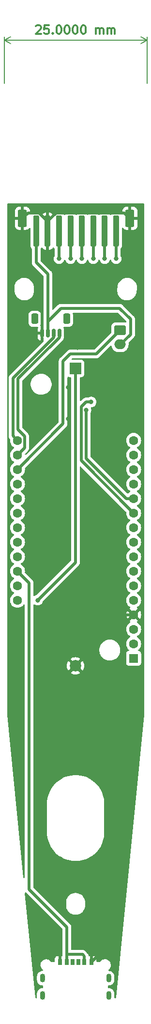
<source format=gbr>
%TF.GenerationSoftware,KiCad,Pcbnew,(6.0.4-0)*%
%TF.CreationDate,2022-12-13T14:35:05+01:00*%
%TF.ProjectId,ControllerBoard,436f6e74-726f-46c6-9c65-72426f617264,rev?*%
%TF.SameCoordinates,Original*%
%TF.FileFunction,Copper,L1,Top*%
%TF.FilePolarity,Positive*%
%FSLAX46Y46*%
G04 Gerber Fmt 4.6, Leading zero omitted, Abs format (unit mm)*
G04 Created by KiCad (PCBNEW (6.0.4-0)) date 2022-12-13 14:35:05*
%MOMM*%
%LPD*%
G01*
G04 APERTURE LIST*
G04 Aperture macros list*
%AMRoundRect*
0 Rectangle with rounded corners*
0 $1 Rounding radius*
0 $2 $3 $4 $5 $6 $7 $8 $9 X,Y pos of 4 corners*
0 Add a 4 corners polygon primitive as box body*
4,1,4,$2,$3,$4,$5,$6,$7,$8,$9,$2,$3,0*
0 Add four circle primitives for the rounded corners*
1,1,$1+$1,$2,$3*
1,1,$1+$1,$4,$5*
1,1,$1+$1,$6,$7*
1,1,$1+$1,$8,$9*
0 Add four rect primitives between the rounded corners*
20,1,$1+$1,$2,$3,$4,$5,0*
20,1,$1+$1,$4,$5,$6,$7,0*
20,1,$1+$1,$6,$7,$8,$9,0*
20,1,$1+$1,$8,$9,$2,$3,0*%
G04 Aperture macros list end*
%ADD10C,0.300000*%
%TA.AperFunction,NonConductor*%
%ADD11C,0.300000*%
%TD*%
%TA.AperFunction,NonConductor*%
%ADD12C,0.200000*%
%TD*%
%TA.AperFunction,ComponentPad*%
%ADD13O,2.000000X1.700000*%
%TD*%
%TA.AperFunction,ComponentPad*%
%ADD14RoundRect,0.250000X-0.750000X0.600000X-0.750000X-0.600000X0.750000X-0.600000X0.750000X0.600000X0*%
%TD*%
%TA.AperFunction,SMDPad,CuDef*%
%ADD15RoundRect,0.150000X-0.150000X-0.625000X0.150000X-0.625000X0.150000X0.625000X-0.150000X0.625000X0*%
%TD*%
%TA.AperFunction,SMDPad,CuDef*%
%ADD16RoundRect,0.250000X-0.350000X-0.650000X0.350000X-0.650000X0.350000X0.650000X-0.350000X0.650000X0*%
%TD*%
%TA.AperFunction,ComponentPad*%
%ADD17R,1.600000X1.600000*%
%TD*%
%TA.AperFunction,ComponentPad*%
%ADD18C,1.600000*%
%TD*%
%TA.AperFunction,SMDPad,CuDef*%
%ADD19R,0.700000X1.050000*%
%TD*%
%TA.AperFunction,SMDPad,CuDef*%
%ADD20R,0.760000X1.050000*%
%TD*%
%TA.AperFunction,SMDPad,CuDef*%
%ADD21R,0.800000X1.050000*%
%TD*%
%TA.AperFunction,ComponentPad*%
%ADD22O,0.900000X1.500000*%
%TD*%
%TA.AperFunction,SMDPad,CuDef*%
%ADD23RoundRect,0.250000X-0.250000X-2.500000X0.250000X-2.500000X0.250000X2.500000X-0.250000X2.500000X0*%
%TD*%
%TA.AperFunction,SMDPad,CuDef*%
%ADD24RoundRect,0.250000X-0.550000X-1.250000X0.550000X-1.250000X0.550000X1.250000X-0.550000X1.250000X0*%
%TD*%
%TA.AperFunction,ComponentPad*%
%ADD25R,2.000000X2.000000*%
%TD*%
%TA.AperFunction,ComponentPad*%
%ADD26C,2.000000*%
%TD*%
%TA.AperFunction,ViaPad*%
%ADD27C,0.800000*%
%TD*%
%TA.AperFunction,Conductor*%
%ADD28C,0.500000*%
%TD*%
G04 APERTURE END LIST*
D10*
D11*
X103721428Y-4521429D02*
X103792857Y-4450001D01*
X103935714Y-4378572D01*
X104292857Y-4378572D01*
X104435714Y-4450001D01*
X104507142Y-4521429D01*
X104578571Y-4664286D01*
X104578571Y-4807143D01*
X104507142Y-5021429D01*
X103650000Y-5878572D01*
X104578571Y-5878572D01*
X105935714Y-4378572D02*
X105221428Y-4378572D01*
X105150000Y-5092858D01*
X105221428Y-5021429D01*
X105364285Y-4950001D01*
X105721428Y-4950001D01*
X105864285Y-5021429D01*
X105935714Y-5092858D01*
X106007142Y-5235715D01*
X106007142Y-5592858D01*
X105935714Y-5735715D01*
X105864285Y-5807143D01*
X105721428Y-5878572D01*
X105364285Y-5878572D01*
X105221428Y-5807143D01*
X105150000Y-5735715D01*
X106650000Y-5735715D02*
X106721428Y-5807143D01*
X106650000Y-5878572D01*
X106578571Y-5807143D01*
X106650000Y-5735715D01*
X106650000Y-5878572D01*
X107650000Y-4378572D02*
X107792857Y-4378572D01*
X107935714Y-4450001D01*
X108007142Y-4521429D01*
X108078571Y-4664286D01*
X108150000Y-4950001D01*
X108150000Y-5307143D01*
X108078571Y-5592858D01*
X108007142Y-5735715D01*
X107935714Y-5807143D01*
X107792857Y-5878572D01*
X107650000Y-5878572D01*
X107507142Y-5807143D01*
X107435714Y-5735715D01*
X107364285Y-5592858D01*
X107292857Y-5307143D01*
X107292857Y-4950001D01*
X107364285Y-4664286D01*
X107435714Y-4521429D01*
X107507142Y-4450001D01*
X107650000Y-4378572D01*
X109078571Y-4378572D02*
X109221428Y-4378572D01*
X109364285Y-4450001D01*
X109435714Y-4521429D01*
X109507142Y-4664286D01*
X109578571Y-4950001D01*
X109578571Y-5307143D01*
X109507142Y-5592858D01*
X109435714Y-5735715D01*
X109364285Y-5807143D01*
X109221428Y-5878572D01*
X109078571Y-5878572D01*
X108935714Y-5807143D01*
X108864285Y-5735715D01*
X108792857Y-5592858D01*
X108721428Y-5307143D01*
X108721428Y-4950001D01*
X108792857Y-4664286D01*
X108864285Y-4521429D01*
X108935714Y-4450001D01*
X109078571Y-4378572D01*
X110507142Y-4378572D02*
X110650000Y-4378572D01*
X110792857Y-4450001D01*
X110864285Y-4521429D01*
X110935714Y-4664286D01*
X111007142Y-4950001D01*
X111007142Y-5307143D01*
X110935714Y-5592858D01*
X110864285Y-5735715D01*
X110792857Y-5807143D01*
X110650000Y-5878572D01*
X110507142Y-5878572D01*
X110364285Y-5807143D01*
X110292857Y-5735715D01*
X110221428Y-5592858D01*
X110150000Y-5307143D01*
X110150000Y-4950001D01*
X110221428Y-4664286D01*
X110292857Y-4521429D01*
X110364285Y-4450001D01*
X110507142Y-4378572D01*
X111935714Y-4378572D02*
X112078571Y-4378572D01*
X112221428Y-4450001D01*
X112292857Y-4521429D01*
X112364285Y-4664286D01*
X112435714Y-4950001D01*
X112435714Y-5307143D01*
X112364285Y-5592858D01*
X112292857Y-5735715D01*
X112221428Y-5807143D01*
X112078571Y-5878572D01*
X111935714Y-5878572D01*
X111792857Y-5807143D01*
X111721428Y-5735715D01*
X111650000Y-5592858D01*
X111578571Y-5307143D01*
X111578571Y-4950001D01*
X111650000Y-4664286D01*
X111721428Y-4521429D01*
X111792857Y-4450001D01*
X111935714Y-4378572D01*
X114221428Y-5878572D02*
X114221428Y-4878572D01*
X114221428Y-5021429D02*
X114292857Y-4950001D01*
X114435714Y-4878572D01*
X114650000Y-4878572D01*
X114792857Y-4950001D01*
X114864285Y-5092858D01*
X114864285Y-5878572D01*
X114864285Y-5092858D02*
X114935714Y-4950001D01*
X115078571Y-4878572D01*
X115292857Y-4878572D01*
X115435714Y-4950001D01*
X115507142Y-5092858D01*
X115507142Y-5878572D01*
X116221428Y-5878572D02*
X116221428Y-4878572D01*
X116221428Y-5021429D02*
X116292857Y-4950001D01*
X116435714Y-4878572D01*
X116650000Y-4878572D01*
X116792857Y-4950001D01*
X116864285Y-5092858D01*
X116864285Y-5878572D01*
X116864285Y-5092858D02*
X116935714Y-4950001D01*
X117078571Y-4878572D01*
X117292857Y-4878572D01*
X117435714Y-4950001D01*
X117507142Y-5092858D01*
X117507142Y-5878572D01*
D12*
X123150000Y-14500000D02*
X123150000Y-6413581D01*
X98150000Y-14500000D02*
X98150000Y-6413581D01*
X123150000Y-7000001D02*
X98150000Y-7000001D01*
X123150000Y-7000001D02*
X98150000Y-7000001D01*
X123150000Y-7000001D02*
X122023496Y-6413580D01*
X123150000Y-7000001D02*
X122023496Y-7586422D01*
X98150000Y-7000001D02*
X99276504Y-7586422D01*
X98150000Y-7000001D02*
X99276504Y-6413580D01*
D13*
%TO.P,X1,2,2*%
%TO.N,3.3V*%
X118410000Y-60178000D03*
D14*
%TO.P,X1,1,1*%
%TO.N,Net-(A1-Pad19)*%
X118410000Y-57678000D03*
%TD*%
D15*
%TO.P,CONN1,1,GND*%
%TO.N,GND*%
X104799000Y-58221000D03*
%TO.P,CONN1,2,V+*%
%TO.N,3.3V*%
X105799000Y-58221000D03*
%TO.P,CONN1,3,SDA*%
%TO.N,Net-(A1-Pad17)*%
X106799000Y-58221000D03*
%TO.P,CONN1,4,SCL*%
%TO.N,Net-(A1-Pad18)*%
X107799000Y-58221000D03*
D16*
%TO.P,CONN1,MP*%
%TO.N,N/C*%
X109099000Y-55696000D03*
X103499000Y-55696000D03*
%TD*%
D17*
%TO.P,A1,1,~{RESET}*%
%TO.N,unconnected-(A1-Pad1)*%
X120796500Y-115062000D03*
D18*
%TO.P,A1,2,3V3*%
%TO.N,3.3V*%
X120796500Y-112522000D03*
%TO.P,A1,3,NC*%
%TO.N,unconnected-(A1-Pad3)*%
X120796500Y-109982000D03*
%TO.P,A1,4,GND*%
%TO.N,GND*%
X120796500Y-107442000D03*
%TO.P,A1,5,DAC2/A0*%
%TO.N,unconnected-(A1-Pad5)*%
X120796500Y-104902000D03*
%TO.P,A1,6,DAC1/A1*%
%TO.N,unconnected-(A1-Pad6)*%
X120796500Y-102362000D03*
%TO.P,A1,7,I34/A2*%
%TO.N,unconnected-(A1-Pad7)*%
X120796500Y-99822000D03*
%TO.P,A1,8,I39/A3*%
%TO.N,unconnected-(A1-Pad8)*%
X120796500Y-97282000D03*
%TO.P,A1,9,IO36/A4*%
%TO.N,unconnected-(A1-Pad9)*%
X120796500Y-94742000D03*
%TO.P,A1,10,IO4/A5*%
%TO.N,unconnected-(A1-Pad10)*%
X120796500Y-92202000D03*
%TO.P,A1,11,SCK/IO5*%
%TO.N,Net-(A1-Pad11)*%
X120796500Y-89662000D03*
%TO.P,A1,12,MOSI/IO18*%
%TO.N,Net-(A1-Pad12)*%
X120796500Y-87122000D03*
%TO.P,A1,13,MISO/IO19*%
%TO.N,unconnected-(A1-Pad13)*%
X120796500Y-84582000D03*
%TO.P,A1,14,RX/IO16*%
%TO.N,unconnected-(A1-Pad14)*%
X120796500Y-82042000D03*
%TO.P,A1,15,TX/IO17*%
%TO.N,unconnected-(A1-Pad15)*%
X120796500Y-79502000D03*
%TO.P,A1,16,IO21*%
%TO.N,unconnected-(A1-Pad16)*%
X120796500Y-76962000D03*
%TO.P,A1,17,SDA/IO23*%
%TO.N,Net-(A1-Pad17)*%
X100476500Y-76962000D03*
%TO.P,A1,18,SCL/IO22*%
%TO.N,Net-(A1-Pad18)*%
X100476500Y-79502000D03*
%TO.P,A1,19,A6/IO14*%
%TO.N,Net-(A1-Pad19)*%
X100476500Y-82042000D03*
%TO.P,A1,20,A7/IO32*%
%TO.N,Net-(A1-Pad20)*%
X100476500Y-84582000D03*
%TO.P,A1,21,A8/IO15*%
%TO.N,Net-(A1-Pad21)*%
X100476500Y-87122000D03*
%TO.P,A1,22,A9/IO33*%
%TO.N,Net-(A1-Pad22)*%
X100476500Y-89662000D03*
%TO.P,A1,23,A10/IO27*%
%TO.N,Net-(A1-Pad23)*%
X100476500Y-92202000D03*
%TO.P,A1,24,A11/IO12*%
%TO.N,unconnected-(A1-Pad24)*%
X100476500Y-94742000D03*
%TO.P,A1,25,A12/IO13*%
%TO.N,unconnected-(A1-Pad25)*%
X100476500Y-97282000D03*
%TO.P,A1,26,USB*%
%TO.N,Net-(A1-Pad26)*%
X100476500Y-99822000D03*
%TO.P,A1,27,EN*%
%TO.N,unconnected-(A1-Pad27)*%
X100476500Y-102362000D03*
%TO.P,A1,28,VBAT*%
%TO.N,Net-(A1-Pad28)*%
X100476500Y-104902000D03*
%TD*%
D19*
%TO.P,J2,A5,CC1*%
%TO.N,unconnected-(J2-PadA5)*%
X110150000Y-168175000D03*
D20*
%TO.P,J2,A9,VBUS*%
%TO.N,Net-(A1-Pad26)*%
X112170000Y-168175000D03*
D21*
%TO.P,J2,A12,GND*%
%TO.N,GND*%
X113400000Y-168175000D03*
D19*
%TO.P,J2,B5,CC2*%
%TO.N,unconnected-(J2-PadB5)*%
X111150000Y-168175000D03*
D20*
%TO.P,J2,B9,VBUS*%
%TO.N,Net-(A1-Pad26)*%
X109130000Y-168175000D03*
D21*
%TO.P,J2,B12,GND*%
%TO.N,GND*%
X107900000Y-168175000D03*
D22*
%TO.P,J2,S1,SHIELD*%
%TO.N,Net-(J2-PadS1)*%
X104850000Y-174000000D03*
%TO.P,J2,S2,SHIELD*%
X116450000Y-174000000D03*
%TO.P,J2,S3,SHIELD*%
X104850000Y-171000000D03*
%TO.P,J2,S4,SHIELD*%
X116450000Y-171000000D03*
%TD*%
D23*
%TO.P,J1,1,Pin_1*%
%TO.N,3.3V*%
X103744000Y-40370000D03*
%TO.P,J1,2,Pin_2*%
%TO.N,GND*%
X105744000Y-40370000D03*
%TO.P,J1,3,Pin_3*%
%TO.N,Net-(A1-Pad12)*%
X107744000Y-40370000D03*
%TO.P,J1,4,Pin_4*%
%TO.N,Net-(A1-Pad11)*%
X109744000Y-40370000D03*
%TO.P,J1,5,Pin_5*%
%TO.N,Net-(A1-Pad20)*%
X111744000Y-40370000D03*
%TO.P,J1,6,Pin_6*%
%TO.N,Net-(A1-Pad21)*%
X113744000Y-40370000D03*
%TO.P,J1,7,Pin_7*%
%TO.N,Net-(A1-Pad22)*%
X115744000Y-40370000D03*
%TO.P,J1,8,Pin_8*%
%TO.N,Net-(A1-Pad23)*%
X117744000Y-40370000D03*
D24*
%TO.P,J1,MP,MountPin*%
%TO.N,GND*%
X101344000Y-38120000D03*
X120144000Y-38120000D03*
%TD*%
D25*
%TO.P,BT1,1,+*%
%TO.N,Net-(A1-Pad28)*%
X110617000Y-64389000D03*
D26*
%TO.P,BT1,2,-*%
%TO.N,GND*%
X110617000Y-116379000D03*
%TD*%
D27*
%TO.N,GND*%
X115824000Y-161163000D03*
X106553000Y-152781000D03*
X104521000Y-146939000D03*
X120269000Y-128778000D03*
X119634000Y-119253000D03*
X105537000Y-89916000D03*
X107950000Y-91694000D03*
X113538000Y-93345000D03*
X113538000Y-98806000D03*
X109347000Y-73152000D03*
X109347000Y-67691000D03*
X110998000Y-60706000D03*
X112268000Y-83185000D03*
X106045000Y-80264000D03*
X108204000Y-95123000D03*
X108712000Y-86106000D03*
X105664000Y-93599000D03*
X107950000Y-89154000D03*
X107188000Y-97409000D03*
X104521000Y-101219000D03*
X103505000Y-99187000D03*
X102870000Y-96139000D03*
X103124000Y-91694000D03*
X119634000Y-144272000D03*
X118999000Y-151130000D03*
X106299000Y-162687000D03*
X104267000Y-161544000D03*
X104521000Y-164973000D03*
X116586000Y-153924000D03*
X112522000Y-155194000D03*
X113919000Y-156464000D03*
X113157000Y-162052000D03*
X115570000Y-163957000D03*
X116205000Y-157861000D03*
X116205000Y-149352000D03*
X114300000Y-151765000D03*
X109728000Y-152400000D03*
X106807000Y-155702000D03*
X104902000Y-150368000D03*
X104648000Y-142240000D03*
X100457000Y-133223000D03*
X100203000Y-127762000D03*
X100457000Y-123190000D03*
X100330000Y-117729000D03*
X100203000Y-112268000D03*
X100330000Y-108204000D03*
X104140000Y-110109000D03*
X104267000Y-115951000D03*
X104267000Y-120523000D03*
X104902000Y-125603000D03*
X104775000Y-130810000D03*
X105664000Y-135890000D03*
X109347000Y-134112000D03*
X119507000Y-141732000D03*
X116713000Y-145669000D03*
X116459000Y-138557000D03*
X119634000Y-137922000D03*
X120015000Y-131572000D03*
X121031000Y-123317000D03*
X116459000Y-134112000D03*
X116332000Y-124333000D03*
X116586000Y-128016000D03*
X116713000Y-120015000D03*
X114046000Y-134493000D03*
X114046000Y-129032000D03*
X114046000Y-122682000D03*
X113919000Y-117094000D03*
X111506000Y-130302000D03*
X111506000Y-124841000D03*
X111506000Y-118872000D03*
X108839000Y-131191000D03*
X108839000Y-125603000D03*
X108839000Y-120777000D03*
X106426000Y-133096000D03*
X106426000Y-127762000D03*
X106426000Y-122936000D03*
X106426000Y-118237000D03*
X106426000Y-113792000D03*
X106426000Y-107950000D03*
X108839000Y-115316000D03*
X108966000Y-111125000D03*
X108966000Y-105918000D03*
X111506000Y-113284000D03*
X111506000Y-108712000D03*
X111506000Y-103632000D03*
X116459000Y-98425000D03*
X116586000Y-93726000D03*
X116713000Y-89662000D03*
X116586000Y-106807000D03*
X116840000Y-102870000D03*
X113792000Y-110236000D03*
X113919000Y-107061000D03*
X113919000Y-101473000D03*
X113792000Y-96012000D03*
X113665000Y-91186000D03*
X113665000Y-87122000D03*
X104521000Y-36195000D03*
X110744000Y-36322000D03*
X117348000Y-36322000D03*
X121920000Y-42037000D03*
X120269000Y-53340000D03*
X117856000Y-52197000D03*
X119126000Y-47117000D03*
X103378000Y-48387000D03*
X99949000Y-42418000D03*
X100330000Y-46609000D03*
X100584000Y-53467000D03*
X100457000Y-56642000D03*
X100711000Y-62738000D03*
X102616000Y-60325000D03*
X108077000Y-48387000D03*
X107696000Y-51181000D03*
X110744000Y-51308000D03*
X110998000Y-56515000D03*
X109601000Y-59055000D03*
X107061000Y-61849000D03*
X103886000Y-64643000D03*
X107061000Y-64643000D03*
X107061000Y-68707000D03*
X103886000Y-73914000D03*
X107061000Y-73787000D03*
X107061000Y-71755000D03*
X103886000Y-71755000D03*
X103886000Y-76708000D03*
X120269000Y-64389000D03*
X120269000Y-68834000D03*
X120142000Y-73787000D03*
X117094000Y-77470000D03*
X116840000Y-81407000D03*
X115189000Y-79756000D03*
X107950000Y-77978000D03*
X103505000Y-82169000D03*
X121412000Y-47117000D03*
%TO.N,Net-(A1-Pad28)*%
X104013000Y-104902000D03*
%TO.N,Net-(A1-Pad12)*%
X112482500Y-71628000D03*
%TO.N,Net-(A1-Pad11)*%
X113371500Y-70231000D03*
%TO.N,Net-(A1-Pad12)*%
X107744000Y-45197000D03*
%TO.N,Net-(A1-Pad11)*%
X109744000Y-45197000D03*
%TO.N,Net-(A1-Pad20)*%
X111744000Y-45197000D03*
%TO.N,Net-(A1-Pad21)*%
X113744000Y-45197000D03*
%TO.N,Net-(A1-Pad22)*%
X115744000Y-45197000D03*
%TO.N,Net-(A1-Pad23)*%
X117744000Y-45197000D03*
%TO.N,GND*%
X112903000Y-166370000D03*
X107900000Y-166801000D03*
%TD*%
D28*
%TO.N,Net-(A1-Pad19)*%
X108458000Y-63119000D02*
X108458000Y-74060500D01*
X108458000Y-63119000D02*
X109728000Y-61849000D01*
X114239000Y-61849000D02*
X118410000Y-57678000D01*
X109728000Y-61849000D02*
X114239000Y-61849000D01*
X108458000Y-74060500D02*
X100476500Y-82042000D01*
%TO.N,Net-(A1-Pad18)*%
X107799000Y-58221000D02*
X107799000Y-58952000D01*
X107799000Y-58952000D02*
X100584000Y-66167000D01*
X100584000Y-66167000D02*
X100584000Y-75057000D01*
X100584000Y-75057000D02*
X101726011Y-76199011D01*
X101726011Y-76199011D02*
X101726011Y-78252489D01*
X101726011Y-78252489D02*
X100476500Y-79502000D01*
%TO.N,Net-(A1-Pad17)*%
X106799000Y-58962742D02*
X99676501Y-66085241D01*
X106799000Y-58221000D02*
X106799000Y-58962742D01*
X99676501Y-76162001D02*
X100476500Y-76962000D01*
X99676501Y-66085241D02*
X99676501Y-76162001D01*
%TO.N,GND*%
X113400000Y-168175000D02*
X113400000Y-166867000D01*
X113400000Y-166867000D02*
X112903000Y-166370000D01*
X120144000Y-38120000D02*
X120144000Y-45849000D01*
X120144000Y-45849000D02*
X121412000Y-47117000D01*
%TO.N,Net-(A1-Pad28)*%
X110617000Y-64389000D02*
X110617000Y-98298000D01*
X110617000Y-98298000D02*
X104013000Y-104902000D01*
%TO.N,GND*%
X110617000Y-116379000D02*
X119554000Y-107442000D01*
X119554000Y-107442000D02*
X120796500Y-107442000D01*
%TO.N,3.3V*%
X105799000Y-58221000D02*
X105799000Y-56126000D01*
X105799000Y-56126000D02*
X108077000Y-53848000D01*
X108077000Y-53848000D02*
X118364000Y-53848000D01*
X118364000Y-53848000D02*
X120269000Y-55753000D01*
X120269000Y-55753000D02*
X120269000Y-58420000D01*
X120269000Y-58420000D02*
X118511000Y-60178000D01*
X118511000Y-60178000D02*
X118410000Y-60178000D01*
X105799000Y-58221000D02*
X105799000Y-47887000D01*
X105799000Y-47887000D02*
X103744000Y-45832000D01*
X103744000Y-45832000D02*
X103744000Y-40370000D01*
%TO.N,Net-(A1-Pad12)*%
X120796500Y-87122000D02*
X119507000Y-87122000D01*
X119507000Y-87122000D02*
X112482500Y-80097500D01*
X112482500Y-80097500D02*
X112482500Y-71628000D01*
%TO.N,Net-(A1-Pad11)*%
X111633000Y-71080500D02*
X112482500Y-70231000D01*
X112482500Y-70231000D02*
X113371500Y-70231000D01*
X111633000Y-80498500D02*
X111633000Y-71080500D01*
X120796500Y-89662000D02*
X111633000Y-80498500D01*
%TO.N,Net-(A1-Pad12)*%
X107744000Y-40370000D02*
X107744000Y-45197000D01*
%TO.N,Net-(A1-Pad11)*%
X109744000Y-40370000D02*
X109744000Y-45197000D01*
%TO.N,Net-(A1-Pad20)*%
X111744000Y-40370000D02*
X111744000Y-45197000D01*
%TO.N,Net-(A1-Pad21)*%
X113744000Y-40370000D02*
X113744000Y-45197000D01*
%TO.N,Net-(A1-Pad22)*%
X115744000Y-40370000D02*
X115744000Y-45197000D01*
%TO.N,Net-(A1-Pad23)*%
X117744000Y-40370000D02*
X117744000Y-45197000D01*
%TO.N,GND*%
X105744000Y-40370000D02*
X105744000Y-38630730D01*
X105744000Y-38630730D02*
X107204250Y-37170480D01*
X107204250Y-37170480D02*
X119194480Y-37170480D01*
X119194480Y-37170480D02*
X120144000Y-38120000D01*
X101344000Y-38120000D02*
X102293520Y-37170480D01*
X102293520Y-37170480D02*
X104283750Y-37170480D01*
X104283750Y-37170480D02*
X105744000Y-38630730D01*
X104799000Y-58221000D02*
X104799000Y-48411000D01*
X104799000Y-48411000D02*
X101344000Y-44956000D01*
X101344000Y-44956000D02*
X101344000Y-38120000D01*
%TO.N,Net-(A1-Pad26)*%
X100476500Y-99822000D02*
X102508500Y-101854000D01*
X109130000Y-162089000D02*
X109130000Y-168175000D01*
X102508500Y-101854000D02*
X102508500Y-155467500D01*
X102508500Y-155467500D02*
X109130000Y-162089000D01*
%TO.N,GND*%
X107900000Y-168175000D02*
X107900000Y-166801000D01*
X107900000Y-166801000D02*
X107950000Y-166751000D01*
%TO.N,Net-(A1-Pad26)*%
X109130000Y-168175000D02*
X109130000Y-166841000D01*
X112170000Y-168175000D02*
X112170000Y-167150000D01*
X112170000Y-167150000D02*
X111861000Y-166841000D01*
X111861000Y-166841000D02*
X109130000Y-166841000D01*
%TO.N,GND*%
X113400000Y-168175000D02*
X117987612Y-163587388D01*
X117987612Y-163587388D02*
X117987612Y-123749612D01*
X117987612Y-123749612D02*
X110617000Y-116379000D01*
%TD*%
%TA.AperFunction,Conductor*%
%TO.N,GND*%
G36*
X101971130Y-156005411D02*
G01*
X101987597Y-156019278D01*
X108334595Y-162366276D01*
X108368621Y-162428588D01*
X108371500Y-162455371D01*
X108371500Y-166813165D01*
X108371258Y-166820966D01*
X108367453Y-166882298D01*
X108368693Y-166889514D01*
X108369680Y-166895257D01*
X108371500Y-166916596D01*
X108371500Y-167016000D01*
X108351498Y-167084121D01*
X108297842Y-167130614D01*
X108245500Y-167142000D01*
X108172115Y-167142000D01*
X108156876Y-167146475D01*
X108155671Y-167147865D01*
X108154000Y-167155548D01*
X108154000Y-168065500D01*
X108133998Y-168133621D01*
X108080342Y-168180114D01*
X108028000Y-168191500D01*
X107772000Y-168191500D01*
X107703879Y-168171498D01*
X107657386Y-168117842D01*
X107646000Y-168065500D01*
X107646000Y-167160116D01*
X107641525Y-167144877D01*
X107640135Y-167143672D01*
X107632452Y-167142001D01*
X107455331Y-167142001D01*
X107448510Y-167142371D01*
X107397648Y-167147895D01*
X107382396Y-167151521D01*
X107261946Y-167196676D01*
X107246351Y-167205214D01*
X107144276Y-167281715D01*
X107131715Y-167294276D01*
X107055214Y-167396351D01*
X107046676Y-167411946D01*
X107001522Y-167532394D01*
X106997895Y-167547649D01*
X106992369Y-167598514D01*
X106992000Y-167605327D01*
X106992001Y-168065500D01*
X106971999Y-168133621D01*
X106918344Y-168180114D01*
X106866001Y-168191500D01*
X106444431Y-168191500D01*
X106376310Y-168171498D01*
X106345364Y-168143357D01*
X106337713Y-168133621D01*
X106234336Y-168002082D01*
X106091132Y-167877260D01*
X105927144Y-167781366D01*
X105748136Y-167717774D01*
X105662188Y-167704472D01*
X105566260Y-167689624D01*
X105566255Y-167689624D01*
X105560403Y-167688718D01*
X105492899Y-167691030D01*
X105376463Y-167695018D01*
X105376459Y-167695018D01*
X105370547Y-167695221D01*
X105261872Y-167719754D01*
X105191017Y-167735749D01*
X105191014Y-167735750D01*
X105185242Y-167737053D01*
X105179814Y-167739411D01*
X105179811Y-167739412D01*
X105016434Y-167810385D01*
X105016429Y-167810388D01*
X105011005Y-167812744D01*
X104853961Y-167919633D01*
X104719634Y-168053960D01*
X104612745Y-168211003D01*
X104610389Y-168216427D01*
X104610386Y-168216432D01*
X104573571Y-168301179D01*
X104537054Y-168385240D01*
X104495221Y-168570545D01*
X104488718Y-168760401D01*
X104489624Y-168766253D01*
X104489624Y-168766258D01*
X104489628Y-168766282D01*
X104517774Y-168948134D01*
X104581366Y-169127142D01*
X104677258Y-169291131D01*
X104802080Y-169434334D01*
X104865734Y-169484360D01*
X104902978Y-169513630D01*
X104944178Y-169571449D01*
X104947579Y-169642364D01*
X104912099Y-169703860D01*
X104849005Y-169736413D01*
X104818527Y-169738524D01*
X104809318Y-169738041D01*
X104809313Y-169738041D01*
X104802936Y-169737707D01*
X104647587Y-169761201D01*
X104616715Y-169765870D01*
X104616714Y-169765870D01*
X104610401Y-169766825D01*
X104604415Y-169769028D01*
X104604409Y-169769029D01*
X104433640Y-169831860D01*
X104433635Y-169831862D01*
X104427654Y-169834063D01*
X104262160Y-169936674D01*
X104257527Y-169941055D01*
X104257526Y-169941056D01*
X104125315Y-170066081D01*
X104120678Y-170070466D01*
X104008989Y-170229975D01*
X103931655Y-170408684D01*
X103930350Y-170414931D01*
X103930349Y-170414934D01*
X103911268Y-170506273D01*
X103891835Y-170599293D01*
X103891500Y-170605685D01*
X103891500Y-171348663D01*
X103906235Y-171493727D01*
X103908144Y-171499818D01*
X103962556Y-171673451D01*
X103962558Y-171673456D01*
X103964465Y-171679541D01*
X104058870Y-171849850D01*
X104063019Y-171854691D01*
X104063022Y-171854695D01*
X104122684Y-171924303D01*
X104185591Y-171997698D01*
X104339453Y-172117046D01*
X104345176Y-172119862D01*
X104345179Y-172119864D01*
X104508444Y-172200200D01*
X104514171Y-172203018D01*
X104520349Y-172204627D01*
X104520351Y-172204628D01*
X104696425Y-172250492D01*
X104696428Y-172250492D01*
X104702607Y-172252102D01*
X104872095Y-172260984D01*
X104939075Y-172284523D01*
X104982696Y-172340539D01*
X104991500Y-172386811D01*
X104991500Y-172614813D01*
X104971498Y-172682934D01*
X104917842Y-172729427D01*
X104858906Y-172740640D01*
X104809318Y-172738041D01*
X104809313Y-172738041D01*
X104802936Y-172737707D01*
X104647587Y-172761201D01*
X104616715Y-172765870D01*
X104616714Y-172765870D01*
X104610401Y-172766825D01*
X104604415Y-172769028D01*
X104604409Y-172769029D01*
X104433640Y-172831860D01*
X104433635Y-172831862D01*
X104427654Y-172834063D01*
X104262160Y-172936674D01*
X104257527Y-172941055D01*
X104257526Y-172941056D01*
X104125315Y-173066081D01*
X104120678Y-173070466D01*
X104008989Y-173229975D01*
X103931655Y-173408684D01*
X103930350Y-173414931D01*
X103930349Y-173414934D01*
X103911268Y-173506273D01*
X103891835Y-173599293D01*
X103891500Y-173605685D01*
X103891500Y-174348663D01*
X103891917Y-174352765D01*
X103891880Y-174352963D01*
X103891984Y-174355022D01*
X103891491Y-174355047D01*
X103878903Y-174422557D01*
X103830222Y-174474235D01*
X103766562Y-174491500D01*
X103724215Y-174491500D01*
X103656094Y-174471498D01*
X103609601Y-174417842D01*
X103598840Y-174378037D01*
X101773127Y-156120910D01*
X101786252Y-156051138D01*
X101835015Y-155999536D01*
X101903935Y-155982490D01*
X101971130Y-156005411D01*
G37*
%TD.AperFunction*%
%TA.AperFunction,Conductor*%
G36*
X122583621Y-35528502D02*
G01*
X122630114Y-35582158D01*
X122641500Y-35634500D01*
X122641500Y-124968348D01*
X122640875Y-124980885D01*
X117701159Y-174378037D01*
X117674478Y-174443830D01*
X117616462Y-174484753D01*
X117575784Y-174491500D01*
X117534500Y-174491500D01*
X117466379Y-174471498D01*
X117419886Y-174417842D01*
X117408500Y-174365500D01*
X117408500Y-173651337D01*
X117393765Y-173506273D01*
X117376111Y-173449939D01*
X117337444Y-173326549D01*
X117337442Y-173326544D01*
X117335535Y-173320459D01*
X117241130Y-173150150D01*
X117236981Y-173145309D01*
X117236978Y-173145305D01*
X117118560Y-173007145D01*
X117114409Y-173002302D01*
X116960547Y-172882954D01*
X116954824Y-172880138D01*
X116954821Y-172880136D01*
X116791556Y-172799800D01*
X116785829Y-172796982D01*
X116779651Y-172795373D01*
X116779649Y-172795372D01*
X116603575Y-172749508D01*
X116603572Y-172749508D01*
X116597393Y-172747898D01*
X116427905Y-172739016D01*
X116360925Y-172715477D01*
X116317304Y-172659461D01*
X116308500Y-172613189D01*
X116308500Y-172385187D01*
X116328502Y-172317066D01*
X116382158Y-172270573D01*
X116441094Y-172259360D01*
X116490682Y-172261959D01*
X116490687Y-172261959D01*
X116497064Y-172262293D01*
X116652413Y-172238799D01*
X116683285Y-172234130D01*
X116683286Y-172234130D01*
X116689599Y-172233175D01*
X116695585Y-172230972D01*
X116695591Y-172230971D01*
X116866360Y-172168140D01*
X116866365Y-172168138D01*
X116872346Y-172165937D01*
X117037840Y-172063326D01*
X117112362Y-171992855D01*
X117174685Y-171933919D01*
X117179322Y-171929534D01*
X117291011Y-171770025D01*
X117368345Y-171591316D01*
X117387460Y-171499818D01*
X117407176Y-171405443D01*
X117407177Y-171405438D01*
X117408165Y-171400707D01*
X117408500Y-171394315D01*
X117408500Y-170651337D01*
X117393765Y-170506273D01*
X117376111Y-170449939D01*
X117337444Y-170326549D01*
X117337442Y-170326544D01*
X117335535Y-170320459D01*
X117241130Y-170150150D01*
X117236981Y-170145309D01*
X117236978Y-170145305D01*
X117118560Y-170007145D01*
X117114409Y-170002302D01*
X116960547Y-169882954D01*
X116954824Y-169880138D01*
X116954821Y-169880136D01*
X116791556Y-169799800D01*
X116785829Y-169796982D01*
X116779651Y-169795373D01*
X116779649Y-169795372D01*
X116603575Y-169749508D01*
X116603572Y-169749508D01*
X116597393Y-169747898D01*
X116532061Y-169744474D01*
X116465262Y-169740973D01*
X116398282Y-169717433D01*
X116354661Y-169661418D01*
X116348249Y-169590711D01*
X116381082Y-169527763D01*
X116394045Y-169516044D01*
X116493223Y-169438173D01*
X116493227Y-169438169D01*
X116497886Y-169434511D01*
X116502605Y-169429102D01*
X116618920Y-169295764D01*
X116622811Y-169291304D01*
X116718797Y-169127287D01*
X116720779Y-169121714D01*
X116720781Y-169121709D01*
X116780485Y-168953804D01*
X116782467Y-168948231D01*
X116811580Y-168760436D01*
X116811379Y-168754522D01*
X116805315Y-168576428D01*
X116805314Y-168576424D01*
X116805113Y-168570507D01*
X116763292Y-168385127D01*
X116687590Y-168210817D01*
X116580670Y-168053709D01*
X116446292Y-167919331D01*
X116390182Y-167881145D01*
X116294080Y-167815742D01*
X116294078Y-167815741D01*
X116289185Y-167812411D01*
X116114875Y-167736708D01*
X116109102Y-167735406D01*
X116109100Y-167735405D01*
X115935276Y-167696192D01*
X115935275Y-167696192D01*
X115929495Y-167694888D01*
X115923576Y-167694686D01*
X115923573Y-167694686D01*
X115745480Y-167688621D01*
X115745476Y-167688621D01*
X115739566Y-167688420D01*
X115733723Y-167689326D01*
X115733720Y-167689326D01*
X115557619Y-167716626D01*
X115557615Y-167716627D01*
X115551771Y-167717533D01*
X115546197Y-167719515D01*
X115546193Y-167719516D01*
X115378297Y-167779217D01*
X115372715Y-167781202D01*
X115208698Y-167877187D01*
X115204233Y-167881082D01*
X115155585Y-167923520D01*
X115065490Y-168002113D01*
X115061828Y-168006777D01*
X114954624Y-168143312D01*
X114896823Y-168184539D01*
X114855522Y-168191500D01*
X114434000Y-168191500D01*
X114365879Y-168171498D01*
X114319386Y-168117842D01*
X114308000Y-168065500D01*
X114307999Y-167605332D01*
X114307629Y-167598510D01*
X114302105Y-167547648D01*
X114298479Y-167532396D01*
X114253324Y-167411946D01*
X114244786Y-167396351D01*
X114168285Y-167294276D01*
X114155724Y-167281715D01*
X114053649Y-167205214D01*
X114038054Y-167196676D01*
X113917606Y-167151522D01*
X113902351Y-167147895D01*
X113851486Y-167142369D01*
X113844672Y-167142000D01*
X113672115Y-167142000D01*
X113656876Y-167146475D01*
X113655671Y-167147865D01*
X113654000Y-167155548D01*
X113654000Y-168065500D01*
X113633998Y-168133621D01*
X113580342Y-168180114D01*
X113528000Y-168191500D01*
X113272000Y-168191500D01*
X113203879Y-168171498D01*
X113157386Y-168117842D01*
X113146000Y-168065500D01*
X113146000Y-167160116D01*
X113141525Y-167144877D01*
X113140135Y-167143672D01*
X113132452Y-167142001D01*
X113046548Y-167142001D01*
X112978427Y-167121999D01*
X112931934Y-167068343D01*
X112920963Y-167026217D01*
X112919454Y-167007661D01*
X112919453Y-167007658D01*
X112918860Y-167000363D01*
X112916604Y-166993399D01*
X112915413Y-166987440D01*
X112914029Y-166981585D01*
X112913182Y-166974319D01*
X112888265Y-166905673D01*
X112886848Y-166901545D01*
X112866607Y-166839064D01*
X112866606Y-166839062D01*
X112864351Y-166832101D01*
X112860555Y-166825846D01*
X112858049Y-166820372D01*
X112855330Y-166814942D01*
X112852833Y-166808063D01*
X112812814Y-166747024D01*
X112810467Y-166743305D01*
X112772595Y-166680893D01*
X112765197Y-166672516D01*
X112765224Y-166672492D01*
X112762571Y-166669500D01*
X112759868Y-166666267D01*
X112755856Y-166660148D01*
X112699617Y-166606872D01*
X112697175Y-166604494D01*
X112444770Y-166352089D01*
X112432384Y-166337677D01*
X112423851Y-166326082D01*
X112423846Y-166326077D01*
X112419508Y-166320182D01*
X112413930Y-166315443D01*
X112413927Y-166315440D01*
X112379232Y-166285965D01*
X112371716Y-166279035D01*
X112366021Y-166273340D01*
X112359880Y-166268482D01*
X112343749Y-166255719D01*
X112340345Y-166252928D01*
X112290297Y-166210409D01*
X112290295Y-166210408D01*
X112284715Y-166205667D01*
X112278199Y-166202339D01*
X112273150Y-166198972D01*
X112268021Y-166195805D01*
X112262284Y-166191266D01*
X112196125Y-166160345D01*
X112192225Y-166158439D01*
X112127192Y-166125231D01*
X112120084Y-166123492D01*
X112114441Y-166121393D01*
X112108678Y-166119476D01*
X112102050Y-166116378D01*
X112030583Y-166101513D01*
X112026299Y-166100543D01*
X111955390Y-166083192D01*
X111949788Y-166082844D01*
X111949785Y-166082844D01*
X111944236Y-166082500D01*
X111944238Y-166082464D01*
X111940245Y-166082225D01*
X111936053Y-166081851D01*
X111928885Y-166080360D01*
X111862675Y-166082151D01*
X111851479Y-166082454D01*
X111848072Y-166082500D01*
X110014500Y-166082500D01*
X109946379Y-166062498D01*
X109899886Y-166008842D01*
X109888500Y-165956500D01*
X109888500Y-162156070D01*
X109889933Y-162137120D01*
X109892099Y-162122885D01*
X109892099Y-162122881D01*
X109893199Y-162115651D01*
X109888915Y-162062982D01*
X109888500Y-162052767D01*
X109888500Y-162044707D01*
X109885211Y-162016493D01*
X109884778Y-162012118D01*
X109879454Y-161946661D01*
X109879453Y-161946658D01*
X109878860Y-161939363D01*
X109876604Y-161932399D01*
X109875413Y-161926440D01*
X109874029Y-161920585D01*
X109873182Y-161913319D01*
X109848265Y-161844673D01*
X109846848Y-161840545D01*
X109826607Y-161778064D01*
X109826606Y-161778062D01*
X109824351Y-161771101D01*
X109820555Y-161764846D01*
X109818049Y-161759372D01*
X109815330Y-161753942D01*
X109812833Y-161747063D01*
X109772814Y-161686024D01*
X109770467Y-161682305D01*
X109732595Y-161619893D01*
X109725197Y-161611516D01*
X109725224Y-161611492D01*
X109722571Y-161608500D01*
X109719868Y-161605267D01*
X109715856Y-161599148D01*
X109659617Y-161545872D01*
X109657175Y-161543494D01*
X106357405Y-158243724D01*
X108986309Y-158243724D01*
X108987130Y-158250000D01*
X108986849Y-158250000D01*
X109005425Y-158497880D01*
X109060738Y-158740222D01*
X109151553Y-158971614D01*
X109275840Y-159186886D01*
X109430824Y-159381230D01*
X109613042Y-159550304D01*
X109818425Y-159690331D01*
X109822674Y-159692377D01*
X109822677Y-159692379D01*
X109943719Y-159750670D01*
X110042383Y-159798184D01*
X110046885Y-159799573D01*
X110046891Y-159799575D01*
X110182306Y-159841344D01*
X110279914Y-159871452D01*
X110284564Y-159872153D01*
X110284569Y-159872154D01*
X110389473Y-159887965D01*
X110525713Y-159908500D01*
X110774287Y-159908500D01*
X110910527Y-159887965D01*
X111015431Y-159872154D01*
X111015436Y-159872153D01*
X111020086Y-159871452D01*
X111257617Y-159798184D01*
X111481576Y-159690331D01*
X111485478Y-159687671D01*
X111683056Y-159552965D01*
X111683062Y-159552960D01*
X111686958Y-159550304D01*
X111869176Y-159381230D01*
X112024160Y-159186886D01*
X112148447Y-158971614D01*
X112239262Y-158740222D01*
X112294575Y-158497880D01*
X112310681Y-158282956D01*
X112312076Y-158271465D01*
X112312768Y-158267355D01*
X112312768Y-158267352D01*
X112313576Y-158262552D01*
X112313729Y-158250000D01*
X112309773Y-158222376D01*
X112308500Y-158204514D01*
X112308500Y-157803250D01*
X112310246Y-157782345D01*
X112312770Y-157767344D01*
X112312770Y-157767341D01*
X112313576Y-157762552D01*
X112313729Y-157750000D01*
X112313039Y-157745180D01*
X112313010Y-157744735D01*
X112312200Y-157737308D01*
X112311744Y-157731215D01*
X112294575Y-157502120D01*
X112239262Y-157259778D01*
X112148447Y-157028386D01*
X112024160Y-156813114D01*
X111869176Y-156618770D01*
X111686958Y-156449696D01*
X111683062Y-156447040D01*
X111683056Y-156447035D01*
X111485472Y-156312325D01*
X111485470Y-156312324D01*
X111481576Y-156309669D01*
X111257617Y-156201816D01*
X111020086Y-156128548D01*
X111015436Y-156127847D01*
X111015431Y-156127846D01*
X110910527Y-156112035D01*
X110774287Y-156091500D01*
X110525713Y-156091500D01*
X110389473Y-156112035D01*
X110284569Y-156127846D01*
X110284564Y-156127847D01*
X110279914Y-156128548D01*
X110182306Y-156158656D01*
X110046891Y-156200425D01*
X110046885Y-156200427D01*
X110042383Y-156201816D01*
X109943719Y-156249330D01*
X109822677Y-156307621D01*
X109822674Y-156307623D01*
X109818425Y-156309669D01*
X109613042Y-156449696D01*
X109430824Y-156618770D01*
X109275840Y-156813114D01*
X109151553Y-157028386D01*
X109060738Y-157259778D01*
X109005425Y-157502120D01*
X109005073Y-157506820D01*
X109005072Y-157506825D01*
X108988632Y-157726215D01*
X108987764Y-157733753D01*
X108987835Y-157733927D01*
X108986309Y-157743724D01*
X108986951Y-157748636D01*
X108986849Y-157750000D01*
X108987130Y-157750000D01*
X108988325Y-157759139D01*
X108988325Y-157759140D01*
X108990436Y-157775283D01*
X108991500Y-157791620D01*
X108991500Y-158200633D01*
X108990000Y-158220018D01*
X108987690Y-158234851D01*
X108987690Y-158234855D01*
X108986309Y-158243724D01*
X106357405Y-158243724D01*
X103303905Y-155190224D01*
X103269879Y-155127912D01*
X103267000Y-155101129D01*
X103267000Y-145493724D01*
X105636309Y-145493724D01*
X105637130Y-145500000D01*
X105636728Y-145500000D01*
X105637064Y-145507697D01*
X105653810Y-145891235D01*
X105655805Y-145936935D01*
X105712891Y-146370546D01*
X105807551Y-146797530D01*
X105939065Y-147214640D01*
X106106433Y-147618700D01*
X106308379Y-148006636D01*
X106543368Y-148375495D01*
X106545032Y-148377663D01*
X106545040Y-148377675D01*
X106807929Y-148720277D01*
X106809611Y-148722469D01*
X106811469Y-148724497D01*
X106811476Y-148724505D01*
X107082420Y-149020189D01*
X107105081Y-149044919D01*
X107107101Y-149046770D01*
X107425495Y-149338524D01*
X107425503Y-149338531D01*
X107427531Y-149340389D01*
X107429723Y-149342071D01*
X107772325Y-149604960D01*
X107772337Y-149604968D01*
X107774505Y-149606632D01*
X108143364Y-149841621D01*
X108531300Y-150043567D01*
X108935360Y-150210935D01*
X108937980Y-150211761D01*
X108937988Y-150211764D01*
X109349840Y-150341620D01*
X109349845Y-150341621D01*
X109352470Y-150342449D01*
X109779454Y-150437109D01*
X109782173Y-150437467D01*
X109782179Y-150437468D01*
X109944621Y-150458854D01*
X110213065Y-150494195D01*
X110215814Y-150494315D01*
X110215825Y-150494316D01*
X110647252Y-150513152D01*
X110650000Y-150513272D01*
X110652748Y-150513152D01*
X111084175Y-150494316D01*
X111084186Y-150494315D01*
X111086935Y-150494195D01*
X111355379Y-150458854D01*
X111517821Y-150437468D01*
X111517827Y-150437467D01*
X111520546Y-150437109D01*
X111947530Y-150342449D01*
X111950155Y-150341621D01*
X111950160Y-150341620D01*
X112362012Y-150211764D01*
X112362020Y-150211761D01*
X112364640Y-150210935D01*
X112768700Y-150043567D01*
X113156636Y-149841621D01*
X113525495Y-149606632D01*
X113527663Y-149604968D01*
X113527675Y-149604960D01*
X113870277Y-149342071D01*
X113872469Y-149340389D01*
X113874497Y-149338531D01*
X113874505Y-149338524D01*
X114192899Y-149046770D01*
X114194919Y-149044919D01*
X114217580Y-149020189D01*
X114488524Y-148724505D01*
X114488531Y-148724497D01*
X114490389Y-148722469D01*
X114492071Y-148720277D01*
X114754960Y-148377675D01*
X114754968Y-148377663D01*
X114756632Y-148375495D01*
X114991621Y-148006636D01*
X115193567Y-147618700D01*
X115360935Y-147214640D01*
X115492449Y-146797530D01*
X115587109Y-146370546D01*
X115644195Y-145936935D01*
X115646191Y-145891235D01*
X115662147Y-145525763D01*
X115662531Y-145520004D01*
X115662770Y-145517344D01*
X115663576Y-145512552D01*
X115663729Y-145500000D01*
X115659773Y-145472376D01*
X115658500Y-145454514D01*
X115658500Y-140553250D01*
X115660246Y-140532345D01*
X115662770Y-140517344D01*
X115662770Y-140517341D01*
X115663576Y-140512552D01*
X115663729Y-140500000D01*
X115663081Y-140495474D01*
X115663049Y-140494879D01*
X115644316Y-140065825D01*
X115644315Y-140065814D01*
X115644195Y-140063065D01*
X115587109Y-139629454D01*
X115492449Y-139202470D01*
X115360935Y-138785360D01*
X115193567Y-138381300D01*
X114991621Y-137993364D01*
X114756632Y-137624505D01*
X114754968Y-137622337D01*
X114754960Y-137622325D01*
X114492071Y-137279723D01*
X114490389Y-137277531D01*
X114488531Y-137275503D01*
X114488524Y-137275495D01*
X114196770Y-136957101D01*
X114194919Y-136955081D01*
X113895127Y-136680373D01*
X113874505Y-136661476D01*
X113874497Y-136661469D01*
X113872469Y-136659611D01*
X113675538Y-136508500D01*
X113527675Y-136395040D01*
X113527663Y-136395032D01*
X113525495Y-136393368D01*
X113156636Y-136158379D01*
X112768700Y-135956433D01*
X112364640Y-135789065D01*
X112362020Y-135788239D01*
X112362012Y-135788236D01*
X111950160Y-135658380D01*
X111950155Y-135658379D01*
X111947530Y-135657551D01*
X111520546Y-135562891D01*
X111517827Y-135562533D01*
X111517821Y-135562532D01*
X111355379Y-135541146D01*
X111086935Y-135505805D01*
X111084186Y-135505685D01*
X111084175Y-135505684D01*
X110652748Y-135486848D01*
X110650000Y-135486728D01*
X110647252Y-135486848D01*
X110215825Y-135505684D01*
X110215814Y-135505685D01*
X110213065Y-135505805D01*
X109944621Y-135541146D01*
X109782179Y-135562532D01*
X109782173Y-135562533D01*
X109779454Y-135562891D01*
X109352470Y-135657551D01*
X109349845Y-135658379D01*
X109349840Y-135658380D01*
X108937988Y-135788236D01*
X108937980Y-135788239D01*
X108935360Y-135789065D01*
X108531300Y-135956433D01*
X108143364Y-136158379D01*
X107774505Y-136393368D01*
X107772337Y-136395032D01*
X107772325Y-136395040D01*
X107624462Y-136508500D01*
X107427531Y-136659611D01*
X107425503Y-136661469D01*
X107425495Y-136661476D01*
X107404873Y-136680373D01*
X107105081Y-136955081D01*
X107103230Y-136957101D01*
X106811476Y-137275495D01*
X106811469Y-137275503D01*
X106809611Y-137277531D01*
X106807929Y-137279723D01*
X106545040Y-137622325D01*
X106545032Y-137622337D01*
X106543368Y-137624505D01*
X106308379Y-137993364D01*
X106106433Y-138381300D01*
X105939065Y-138785360D01*
X105807551Y-139202470D01*
X105712891Y-139629454D01*
X105655805Y-140063065D01*
X105655685Y-140065814D01*
X105655684Y-140065825D01*
X105642756Y-140361934D01*
X105637272Y-140487539D01*
X105636309Y-140493724D01*
X105636829Y-140497697D01*
X105636728Y-140500000D01*
X105637130Y-140500000D01*
X105637646Y-140503947D01*
X105637646Y-140503949D01*
X105640436Y-140525283D01*
X105641500Y-140541620D01*
X105641500Y-145450633D01*
X105640000Y-145470018D01*
X105636309Y-145493724D01*
X103267000Y-145493724D01*
X103267000Y-117611670D01*
X109749160Y-117611670D01*
X109754887Y-117619320D01*
X109926042Y-117724205D01*
X109934837Y-117728687D01*
X110144988Y-117815734D01*
X110154373Y-117818783D01*
X110375554Y-117871885D01*
X110385301Y-117873428D01*
X110612070Y-117891275D01*
X110621930Y-117891275D01*
X110848699Y-117873428D01*
X110858446Y-117871885D01*
X111079627Y-117818783D01*
X111089012Y-117815734D01*
X111299163Y-117728687D01*
X111307958Y-117724205D01*
X111475445Y-117621568D01*
X111484907Y-117611110D01*
X111481124Y-117602334D01*
X110629812Y-116751022D01*
X110615868Y-116743408D01*
X110614035Y-116743539D01*
X110607420Y-116747790D01*
X109755920Y-117599290D01*
X109749160Y-117611670D01*
X103267000Y-117611670D01*
X103267000Y-116383930D01*
X109104725Y-116383930D01*
X109122572Y-116610699D01*
X109124115Y-116620446D01*
X109177217Y-116841627D01*
X109180266Y-116851012D01*
X109267313Y-117061163D01*
X109271795Y-117069958D01*
X109374432Y-117237445D01*
X109384890Y-117246907D01*
X109393666Y-117243124D01*
X110244978Y-116391812D01*
X110251356Y-116380132D01*
X110981408Y-116380132D01*
X110981539Y-116381965D01*
X110985790Y-116388580D01*
X111837290Y-117240080D01*
X111849670Y-117246840D01*
X111857320Y-117241113D01*
X111962205Y-117069958D01*
X111966687Y-117061163D01*
X112053734Y-116851012D01*
X112056783Y-116841627D01*
X112109885Y-116620446D01*
X112111428Y-116610699D01*
X112129275Y-116383930D01*
X112129275Y-116374070D01*
X112111428Y-116147301D01*
X112109885Y-116137554D01*
X112056783Y-115916373D01*
X112053734Y-115906988D01*
X111966687Y-115696837D01*
X111962205Y-115688042D01*
X111859568Y-115520555D01*
X111849110Y-115511093D01*
X111840334Y-115514876D01*
X110989022Y-116366188D01*
X110981408Y-116380132D01*
X110251356Y-116380132D01*
X110252592Y-116377868D01*
X110252461Y-116376035D01*
X110248210Y-116369420D01*
X109396710Y-115517920D01*
X109384330Y-115511160D01*
X109376680Y-115516887D01*
X109271795Y-115688042D01*
X109267313Y-115696837D01*
X109180266Y-115906988D01*
X109177217Y-115916373D01*
X109124115Y-116137554D01*
X109122572Y-116147301D01*
X109104725Y-116374070D01*
X109104725Y-116383930D01*
X103267000Y-116383930D01*
X103267000Y-115146890D01*
X109749093Y-115146890D01*
X109752876Y-115155666D01*
X110604188Y-116006978D01*
X110618132Y-116014592D01*
X110619965Y-116014461D01*
X110626580Y-116010210D01*
X111478080Y-115158710D01*
X111484840Y-115146330D01*
X111479113Y-115138680D01*
X111307958Y-115033795D01*
X111299163Y-115029313D01*
X111089012Y-114942266D01*
X111079627Y-114939217D01*
X110858446Y-114886115D01*
X110848699Y-114884572D01*
X110621930Y-114866725D01*
X110612070Y-114866725D01*
X110385301Y-114884572D01*
X110375554Y-114886115D01*
X110154373Y-114939217D01*
X110144988Y-114942266D01*
X109934837Y-115029313D01*
X109926042Y-115033795D01*
X109758555Y-115136432D01*
X109749093Y-115146890D01*
X103267000Y-115146890D01*
X103267000Y-113730940D01*
X114781793Y-113730940D01*
X114818442Y-114000232D01*
X114819751Y-114004722D01*
X114819752Y-114004728D01*
X114822832Y-114015295D01*
X114894493Y-114261150D01*
X115008274Y-114507960D01*
X115010837Y-114511869D01*
X115154720Y-114731328D01*
X115154724Y-114731333D01*
X115157286Y-114735241D01*
X115338256Y-114938001D01*
X115547207Y-115111784D01*
X115596120Y-115141465D01*
X115775554Y-115250349D01*
X115775559Y-115250351D01*
X115779551Y-115252774D01*
X116030182Y-115357872D01*
X116293594Y-115424770D01*
X116519322Y-115447500D01*
X116680991Y-115447500D01*
X116683316Y-115447327D01*
X116683322Y-115447327D01*
X116878375Y-115432832D01*
X116878379Y-115432831D01*
X116883027Y-115432486D01*
X117148101Y-115372506D01*
X117182773Y-115359023D01*
X117397044Y-115275698D01*
X117397046Y-115275697D01*
X117401397Y-115274005D01*
X117435379Y-115254583D01*
X117608447Y-115155666D01*
X117637351Y-115139146D01*
X117850780Y-114970892D01*
X118036996Y-114772939D01*
X118039662Y-114769096D01*
X118189244Y-114553474D01*
X118189247Y-114553469D01*
X118191906Y-114549636D01*
X118210531Y-114511869D01*
X118310044Y-114310077D01*
X118310045Y-114310074D01*
X118312109Y-114305889D01*
X118394964Y-114047052D01*
X118433344Y-113811385D01*
X118437898Y-113783424D01*
X118437898Y-113783421D01*
X118438649Y-113778811D01*
X118442207Y-113507060D01*
X118405558Y-113237768D01*
X118389670Y-113183257D01*
X118371856Y-113122143D01*
X118329507Y-112976850D01*
X118215726Y-112730040D01*
X118079329Y-112522000D01*
X119483002Y-112522000D01*
X119502957Y-112750087D01*
X119504381Y-112755400D01*
X119504381Y-112755402D01*
X119552922Y-112936556D01*
X119562216Y-112971243D01*
X119564539Y-112976224D01*
X119564539Y-112976225D01*
X119656651Y-113173762D01*
X119656654Y-113173767D01*
X119658977Y-113178749D01*
X119790302Y-113366300D01*
X119952200Y-113528198D01*
X119956711Y-113531357D01*
X119960924Y-113534892D01*
X119959973Y-113536026D01*
X119999971Y-113586071D01*
X120007276Y-113656690D01*
X119975242Y-113720049D01*
X119914038Y-113756030D01*
X119896983Y-113759082D01*
X119886184Y-113760255D01*
X119749795Y-113811385D01*
X119633239Y-113898739D01*
X119545885Y-114015295D01*
X119494755Y-114151684D01*
X119488000Y-114213866D01*
X119488000Y-115910134D01*
X119494755Y-115972316D01*
X119545885Y-116108705D01*
X119633239Y-116225261D01*
X119749795Y-116312615D01*
X119886184Y-116363745D01*
X119948366Y-116370500D01*
X121644634Y-116370500D01*
X121706816Y-116363745D01*
X121843205Y-116312615D01*
X121959761Y-116225261D01*
X122047115Y-116108705D01*
X122098245Y-115972316D01*
X122105000Y-115910134D01*
X122105000Y-114213866D01*
X122098245Y-114151684D01*
X122047115Y-114015295D01*
X121959761Y-113898739D01*
X121843205Y-113811385D01*
X121706816Y-113760255D01*
X121696026Y-113759083D01*
X121693894Y-113758197D01*
X121691278Y-113757575D01*
X121691379Y-113757152D01*
X121630465Y-113731845D01*
X121590037Y-113673483D01*
X121587578Y-113602529D01*
X121623871Y-113541510D01*
X121632531Y-113534511D01*
X121636293Y-113531354D01*
X121640800Y-113528198D01*
X121802698Y-113366300D01*
X121934023Y-113178749D01*
X121936346Y-113173767D01*
X121936349Y-113173762D01*
X122028461Y-112976225D01*
X122028461Y-112976224D01*
X122030784Y-112971243D01*
X122040079Y-112936556D01*
X122088619Y-112755402D01*
X122088619Y-112755400D01*
X122090043Y-112750087D01*
X122109998Y-112522000D01*
X122090043Y-112293913D01*
X122045910Y-112129206D01*
X122032207Y-112078067D01*
X122032206Y-112078065D01*
X122030784Y-112072757D01*
X121989968Y-111985226D01*
X121936349Y-111870238D01*
X121936346Y-111870233D01*
X121934023Y-111865251D01*
X121802698Y-111677700D01*
X121640800Y-111515802D01*
X121636292Y-111512645D01*
X121636289Y-111512643D01*
X121558111Y-111457902D01*
X121453249Y-111384477D01*
X121448267Y-111382154D01*
X121448262Y-111382151D01*
X121414043Y-111366195D01*
X121360758Y-111319278D01*
X121341297Y-111251001D01*
X121361839Y-111183041D01*
X121414043Y-111137805D01*
X121448262Y-111121849D01*
X121448267Y-111121846D01*
X121453249Y-111119523D01*
X121558111Y-111046098D01*
X121636289Y-110991357D01*
X121636292Y-110991355D01*
X121640800Y-110988198D01*
X121802698Y-110826300D01*
X121934023Y-110638749D01*
X121936346Y-110633767D01*
X121936349Y-110633762D01*
X122028461Y-110436225D01*
X122028461Y-110436224D01*
X122030784Y-110431243D01*
X122090043Y-110210087D01*
X122109998Y-109982000D01*
X122090043Y-109753913D01*
X122030784Y-109532757D01*
X122028461Y-109527775D01*
X121936349Y-109330238D01*
X121936346Y-109330233D01*
X121934023Y-109325251D01*
X121802698Y-109137700D01*
X121640800Y-108975802D01*
X121636292Y-108972645D01*
X121636289Y-108972643D01*
X121558111Y-108917902D01*
X121453249Y-108844477D01*
X121448267Y-108842154D01*
X121448262Y-108842151D01*
X121413451Y-108825919D01*
X121360166Y-108779002D01*
X121340705Y-108710725D01*
X121361247Y-108642765D01*
X121413451Y-108597529D01*
X121448011Y-108581414D01*
X121457506Y-108575931D01*
X121509548Y-108539491D01*
X121517924Y-108529012D01*
X121510856Y-108515566D01*
X120809312Y-107814022D01*
X120795368Y-107806408D01*
X120793535Y-107806539D01*
X120786920Y-107810790D01*
X120081423Y-108516287D01*
X120074993Y-108528062D01*
X120084289Y-108540077D01*
X120135494Y-108575931D01*
X120144989Y-108581414D01*
X120179549Y-108597529D01*
X120232834Y-108644446D01*
X120252295Y-108712723D01*
X120231753Y-108780683D01*
X120179549Y-108825919D01*
X120144738Y-108842151D01*
X120144733Y-108842154D01*
X120139751Y-108844477D01*
X120034889Y-108917902D01*
X119956711Y-108972643D01*
X119956708Y-108972645D01*
X119952200Y-108975802D01*
X119790302Y-109137700D01*
X119658977Y-109325251D01*
X119656654Y-109330233D01*
X119656651Y-109330238D01*
X119564539Y-109527775D01*
X119562216Y-109532757D01*
X119502957Y-109753913D01*
X119483002Y-109982000D01*
X119502957Y-110210087D01*
X119562216Y-110431243D01*
X119564539Y-110436224D01*
X119564539Y-110436225D01*
X119656651Y-110633762D01*
X119656654Y-110633767D01*
X119658977Y-110638749D01*
X119790302Y-110826300D01*
X119952200Y-110988198D01*
X119956708Y-110991355D01*
X119956711Y-110991357D01*
X120034889Y-111046098D01*
X120139751Y-111119523D01*
X120144733Y-111121846D01*
X120144738Y-111121849D01*
X120178957Y-111137805D01*
X120232242Y-111184722D01*
X120251703Y-111252999D01*
X120231161Y-111320959D01*
X120178957Y-111366195D01*
X120144738Y-111382151D01*
X120144733Y-111382154D01*
X120139751Y-111384477D01*
X120034889Y-111457902D01*
X119956711Y-111512643D01*
X119956708Y-111512645D01*
X119952200Y-111515802D01*
X119790302Y-111677700D01*
X119658977Y-111865251D01*
X119656654Y-111870233D01*
X119656651Y-111870238D01*
X119603032Y-111985226D01*
X119562216Y-112072757D01*
X119560794Y-112078065D01*
X119560793Y-112078067D01*
X119547090Y-112129206D01*
X119502957Y-112293913D01*
X119483002Y-112522000D01*
X118079329Y-112522000D01*
X118069280Y-112506672D01*
X118069276Y-112506667D01*
X118066714Y-112502759D01*
X117885744Y-112299999D01*
X117676793Y-112126216D01*
X117560621Y-112055721D01*
X117448446Y-111987651D01*
X117448441Y-111987649D01*
X117444449Y-111985226D01*
X117193818Y-111880128D01*
X116930406Y-111813230D01*
X116704678Y-111790500D01*
X116543009Y-111790500D01*
X116540684Y-111790673D01*
X116540678Y-111790673D01*
X116345625Y-111805168D01*
X116345621Y-111805169D01*
X116340973Y-111805514D01*
X116075899Y-111865494D01*
X116071547Y-111867186D01*
X116071545Y-111867187D01*
X115826956Y-111962302D01*
X115826954Y-111962303D01*
X115822603Y-111963995D01*
X115818549Y-111966312D01*
X115818547Y-111966313D01*
X115734859Y-112014145D01*
X115586649Y-112098854D01*
X115373220Y-112267108D01*
X115187004Y-112465061D01*
X115184338Y-112468904D01*
X115034756Y-112684526D01*
X115034753Y-112684531D01*
X115032094Y-112688364D01*
X115030028Y-112692553D01*
X115030027Y-112692555D01*
X115001656Y-112750087D01*
X114911891Y-112932111D01*
X114829036Y-113190948D01*
X114785351Y-113459189D01*
X114784365Y-113534511D01*
X114781936Y-113720049D01*
X114781793Y-113730940D01*
X103267000Y-113730940D01*
X103267000Y-107447475D01*
X119483983Y-107447475D01*
X119502972Y-107664519D01*
X119504875Y-107675312D01*
X119561264Y-107885761D01*
X119565010Y-107896053D01*
X119657086Y-108093511D01*
X119662569Y-108103006D01*
X119699009Y-108155048D01*
X119709488Y-108163424D01*
X119722934Y-108156356D01*
X120424478Y-107454812D01*
X120430856Y-107443132D01*
X121160908Y-107443132D01*
X121161039Y-107444965D01*
X121165290Y-107451580D01*
X121870787Y-108157077D01*
X121882562Y-108163507D01*
X121894577Y-108154211D01*
X121930431Y-108103006D01*
X121935914Y-108093511D01*
X122027990Y-107896053D01*
X122031736Y-107885761D01*
X122088125Y-107675312D01*
X122090028Y-107664519D01*
X122109017Y-107447475D01*
X122109017Y-107436525D01*
X122090028Y-107219481D01*
X122088125Y-107208688D01*
X122031736Y-106998239D01*
X122027990Y-106987947D01*
X121935914Y-106790489D01*
X121930431Y-106780994D01*
X121893991Y-106728952D01*
X121883512Y-106720576D01*
X121870066Y-106727644D01*
X121168522Y-107429188D01*
X121160908Y-107443132D01*
X120430856Y-107443132D01*
X120432092Y-107440868D01*
X120431961Y-107439035D01*
X120427710Y-107432420D01*
X119722213Y-106726923D01*
X119710438Y-106720493D01*
X119698423Y-106729789D01*
X119662569Y-106780994D01*
X119657086Y-106790489D01*
X119565010Y-106987947D01*
X119561264Y-106998239D01*
X119504875Y-107208688D01*
X119502972Y-107219481D01*
X119483983Y-107436525D01*
X119483983Y-107447475D01*
X103267000Y-107447475D01*
X103267000Y-105730256D01*
X103287002Y-105662135D01*
X103340658Y-105615642D01*
X103410932Y-105605538D01*
X103467061Y-105628320D01*
X103527589Y-105672296D01*
X103556248Y-105693118D01*
X103562276Y-105695802D01*
X103562278Y-105695803D01*
X103646943Y-105733498D01*
X103730712Y-105770794D01*
X103824112Y-105790647D01*
X103911056Y-105809128D01*
X103911061Y-105809128D01*
X103917513Y-105810500D01*
X104108487Y-105810500D01*
X104114939Y-105809128D01*
X104114944Y-105809128D01*
X104201887Y-105790647D01*
X104295288Y-105770794D01*
X104379057Y-105733498D01*
X104463722Y-105695803D01*
X104463724Y-105695802D01*
X104469752Y-105693118D01*
X104624253Y-105580866D01*
X104752040Y-105438944D01*
X104847527Y-105273556D01*
X104902387Y-105104714D01*
X104933125Y-105054556D01*
X111105911Y-98881770D01*
X111120323Y-98869384D01*
X111131918Y-98860851D01*
X111131923Y-98860846D01*
X111137818Y-98856508D01*
X111142557Y-98850930D01*
X111142560Y-98850927D01*
X111172035Y-98816232D01*
X111178965Y-98808716D01*
X111184660Y-98803021D01*
X111202281Y-98780749D01*
X111205072Y-98777345D01*
X111247591Y-98727297D01*
X111247592Y-98727295D01*
X111252333Y-98721715D01*
X111255661Y-98715199D01*
X111259028Y-98710150D01*
X111262195Y-98705021D01*
X111266734Y-98699284D01*
X111297655Y-98633125D01*
X111299561Y-98629225D01*
X111304640Y-98619278D01*
X111332769Y-98564192D01*
X111334508Y-98557084D01*
X111336607Y-98551441D01*
X111338524Y-98545678D01*
X111341622Y-98539050D01*
X111356487Y-98467583D01*
X111357457Y-98463299D01*
X111363695Y-98437805D01*
X111374808Y-98392390D01*
X111375500Y-98381236D01*
X111375536Y-98381238D01*
X111375775Y-98377245D01*
X111376149Y-98373053D01*
X111377640Y-98365885D01*
X111375546Y-98288479D01*
X111375500Y-98285072D01*
X111375500Y-81617871D01*
X111395502Y-81549750D01*
X111449158Y-81503257D01*
X111519432Y-81493153D01*
X111584012Y-81522647D01*
X111590595Y-81528776D01*
X119460829Y-89399010D01*
X119494855Y-89461322D01*
X119497255Y-89499087D01*
X119483002Y-89662000D01*
X119502957Y-89890087D01*
X119562216Y-90111243D01*
X119564539Y-90116224D01*
X119564539Y-90116225D01*
X119656651Y-90313762D01*
X119656654Y-90313767D01*
X119658977Y-90318749D01*
X119790302Y-90506300D01*
X119952200Y-90668198D01*
X119956708Y-90671355D01*
X119956711Y-90671357D01*
X120034889Y-90726098D01*
X120139751Y-90799523D01*
X120144733Y-90801846D01*
X120144738Y-90801849D01*
X120178957Y-90817805D01*
X120232242Y-90864722D01*
X120251703Y-90932999D01*
X120231161Y-91000959D01*
X120178957Y-91046195D01*
X120144738Y-91062151D01*
X120144733Y-91062154D01*
X120139751Y-91064477D01*
X120034889Y-91137902D01*
X119956711Y-91192643D01*
X119956708Y-91192645D01*
X119952200Y-91195802D01*
X119790302Y-91357700D01*
X119658977Y-91545251D01*
X119656654Y-91550233D01*
X119656651Y-91550238D01*
X119564539Y-91747775D01*
X119562216Y-91752757D01*
X119502957Y-91973913D01*
X119483002Y-92202000D01*
X119502957Y-92430087D01*
X119562216Y-92651243D01*
X119564539Y-92656224D01*
X119564539Y-92656225D01*
X119656651Y-92853762D01*
X119656654Y-92853767D01*
X119658977Y-92858749D01*
X119790302Y-93046300D01*
X119952200Y-93208198D01*
X119956708Y-93211355D01*
X119956711Y-93211357D01*
X120034889Y-93266098D01*
X120139751Y-93339523D01*
X120144733Y-93341846D01*
X120144738Y-93341849D01*
X120178957Y-93357805D01*
X120232242Y-93404722D01*
X120251703Y-93472999D01*
X120231161Y-93540959D01*
X120178957Y-93586195D01*
X120144738Y-93602151D01*
X120144733Y-93602154D01*
X120139751Y-93604477D01*
X120034889Y-93677902D01*
X119956711Y-93732643D01*
X119956708Y-93732645D01*
X119952200Y-93735802D01*
X119790302Y-93897700D01*
X119658977Y-94085251D01*
X119656654Y-94090233D01*
X119656651Y-94090238D01*
X119564539Y-94287775D01*
X119562216Y-94292757D01*
X119502957Y-94513913D01*
X119483002Y-94742000D01*
X119502957Y-94970087D01*
X119562216Y-95191243D01*
X119564539Y-95196224D01*
X119564539Y-95196225D01*
X119656651Y-95393762D01*
X119656654Y-95393767D01*
X119658977Y-95398749D01*
X119790302Y-95586300D01*
X119952200Y-95748198D01*
X119956708Y-95751355D01*
X119956711Y-95751357D01*
X120034889Y-95806098D01*
X120139751Y-95879523D01*
X120144733Y-95881846D01*
X120144738Y-95881849D01*
X120178957Y-95897805D01*
X120232242Y-95944722D01*
X120251703Y-96012999D01*
X120231161Y-96080959D01*
X120178957Y-96126195D01*
X120144738Y-96142151D01*
X120144733Y-96142154D01*
X120139751Y-96144477D01*
X120034889Y-96217902D01*
X119956711Y-96272643D01*
X119956708Y-96272645D01*
X119952200Y-96275802D01*
X119790302Y-96437700D01*
X119658977Y-96625251D01*
X119656654Y-96630233D01*
X119656651Y-96630238D01*
X119564539Y-96827775D01*
X119562216Y-96832757D01*
X119502957Y-97053913D01*
X119483002Y-97282000D01*
X119502957Y-97510087D01*
X119562216Y-97731243D01*
X119564539Y-97736224D01*
X119564539Y-97736225D01*
X119656651Y-97933762D01*
X119656654Y-97933767D01*
X119658977Y-97938749D01*
X119790302Y-98126300D01*
X119952200Y-98288198D01*
X119956708Y-98291355D01*
X119956711Y-98291357D01*
X120034889Y-98346098D01*
X120139751Y-98419523D01*
X120144733Y-98421846D01*
X120144738Y-98421849D01*
X120178957Y-98437805D01*
X120232242Y-98484722D01*
X120251703Y-98552999D01*
X120231161Y-98620959D01*
X120178957Y-98666195D01*
X120144738Y-98682151D01*
X120144733Y-98682154D01*
X120139751Y-98684477D01*
X120086570Y-98721715D01*
X119956711Y-98812643D01*
X119956708Y-98812645D01*
X119952200Y-98815802D01*
X119790302Y-98977700D01*
X119658977Y-99165251D01*
X119656654Y-99170233D01*
X119656651Y-99170238D01*
X119564539Y-99367775D01*
X119562216Y-99372757D01*
X119502957Y-99593913D01*
X119483002Y-99822000D01*
X119502957Y-100050087D01*
X119562216Y-100271243D01*
X119564539Y-100276224D01*
X119564539Y-100276225D01*
X119656651Y-100473762D01*
X119656654Y-100473767D01*
X119658977Y-100478749D01*
X119790302Y-100666300D01*
X119952200Y-100828198D01*
X119956708Y-100831355D01*
X119956711Y-100831357D01*
X120034889Y-100886098D01*
X120139751Y-100959523D01*
X120144733Y-100961846D01*
X120144738Y-100961849D01*
X120178957Y-100977805D01*
X120232242Y-101024722D01*
X120251703Y-101092999D01*
X120231161Y-101160959D01*
X120178957Y-101206195D01*
X120144738Y-101222151D01*
X120144733Y-101222154D01*
X120139751Y-101224477D01*
X120034889Y-101297902D01*
X119956711Y-101352643D01*
X119956708Y-101352645D01*
X119952200Y-101355802D01*
X119790302Y-101517700D01*
X119658977Y-101705251D01*
X119656654Y-101710233D01*
X119656651Y-101710238D01*
X119608560Y-101813371D01*
X119562216Y-101912757D01*
X119560794Y-101918065D01*
X119560793Y-101918067D01*
X119504381Y-102128598D01*
X119502957Y-102133913D01*
X119483002Y-102362000D01*
X119502957Y-102590087D01*
X119562216Y-102811243D01*
X119564539Y-102816224D01*
X119564539Y-102816225D01*
X119656651Y-103013762D01*
X119656654Y-103013767D01*
X119658977Y-103018749D01*
X119662134Y-103023257D01*
X119787140Y-103201784D01*
X119790302Y-103206300D01*
X119952200Y-103368198D01*
X119956708Y-103371355D01*
X119956711Y-103371357D01*
X120034889Y-103426098D01*
X120139751Y-103499523D01*
X120144733Y-103501846D01*
X120144738Y-103501849D01*
X120178957Y-103517805D01*
X120232242Y-103564722D01*
X120251703Y-103632999D01*
X120231161Y-103700959D01*
X120178957Y-103746195D01*
X120144738Y-103762151D01*
X120144733Y-103762154D01*
X120139751Y-103764477D01*
X120034889Y-103837902D01*
X119956711Y-103892643D01*
X119956708Y-103892645D01*
X119952200Y-103895802D01*
X119790302Y-104057700D01*
X119787145Y-104062208D01*
X119787143Y-104062211D01*
X119736141Y-104135050D01*
X119658977Y-104245251D01*
X119656654Y-104250233D01*
X119656651Y-104250238D01*
X119603111Y-104365056D01*
X119562216Y-104452757D01*
X119502957Y-104673913D01*
X119483002Y-104902000D01*
X119502957Y-105130087D01*
X119504381Y-105135400D01*
X119504381Y-105135402D01*
X119539716Y-105267271D01*
X119562216Y-105351243D01*
X119564539Y-105356224D01*
X119564539Y-105356225D01*
X119656651Y-105553762D01*
X119656654Y-105553767D01*
X119658977Y-105558749D01*
X119691739Y-105605538D01*
X119787140Y-105741784D01*
X119790302Y-105746300D01*
X119952200Y-105908198D01*
X119956708Y-105911355D01*
X119956711Y-105911357D01*
X120034889Y-105966098D01*
X120139751Y-106039523D01*
X120144733Y-106041846D01*
X120144738Y-106041849D01*
X120179549Y-106058081D01*
X120232834Y-106104998D01*
X120252295Y-106173275D01*
X120231753Y-106241235D01*
X120179549Y-106286471D01*
X120144989Y-106302586D01*
X120135494Y-106308069D01*
X120083452Y-106344509D01*
X120075076Y-106354988D01*
X120082144Y-106368434D01*
X120783688Y-107069978D01*
X120797632Y-107077592D01*
X120799465Y-107077461D01*
X120806080Y-107073210D01*
X121511577Y-106367713D01*
X121518007Y-106355938D01*
X121508711Y-106343923D01*
X121457506Y-106308069D01*
X121448011Y-106302586D01*
X121413451Y-106286471D01*
X121360166Y-106239554D01*
X121340705Y-106171277D01*
X121361247Y-106103317D01*
X121413451Y-106058081D01*
X121448262Y-106041849D01*
X121448267Y-106041846D01*
X121453249Y-106039523D01*
X121558111Y-105966098D01*
X121636289Y-105911357D01*
X121636292Y-105911355D01*
X121640800Y-105908198D01*
X121802698Y-105746300D01*
X121805861Y-105741784D01*
X121901261Y-105605538D01*
X121934023Y-105558749D01*
X121936346Y-105553767D01*
X121936349Y-105553762D01*
X122028461Y-105356225D01*
X122028461Y-105356224D01*
X122030784Y-105351243D01*
X122053285Y-105267271D01*
X122088619Y-105135402D01*
X122088619Y-105135400D01*
X122090043Y-105130087D01*
X122109998Y-104902000D01*
X122090043Y-104673913D01*
X122030784Y-104452757D01*
X121989889Y-104365056D01*
X121936349Y-104250238D01*
X121936346Y-104250233D01*
X121934023Y-104245251D01*
X121856859Y-104135050D01*
X121805857Y-104062211D01*
X121805855Y-104062208D01*
X121802698Y-104057700D01*
X121640800Y-103895802D01*
X121636292Y-103892645D01*
X121636289Y-103892643D01*
X121558111Y-103837902D01*
X121453249Y-103764477D01*
X121448267Y-103762154D01*
X121448262Y-103762151D01*
X121414043Y-103746195D01*
X121360758Y-103699278D01*
X121341297Y-103631001D01*
X121361839Y-103563041D01*
X121414043Y-103517805D01*
X121448262Y-103501849D01*
X121448267Y-103501846D01*
X121453249Y-103499523D01*
X121558111Y-103426098D01*
X121636289Y-103371357D01*
X121636292Y-103371355D01*
X121640800Y-103368198D01*
X121802698Y-103206300D01*
X121805861Y-103201784D01*
X121930866Y-103023257D01*
X121934023Y-103018749D01*
X121936346Y-103013767D01*
X121936349Y-103013762D01*
X122028461Y-102816225D01*
X122028461Y-102816224D01*
X122030784Y-102811243D01*
X122090043Y-102590087D01*
X122109998Y-102362000D01*
X122090043Y-102133913D01*
X122088619Y-102128598D01*
X122032207Y-101918067D01*
X122032206Y-101918065D01*
X122030784Y-101912757D01*
X121984440Y-101813371D01*
X121936349Y-101710238D01*
X121936346Y-101710233D01*
X121934023Y-101705251D01*
X121802698Y-101517700D01*
X121640800Y-101355802D01*
X121636292Y-101352645D01*
X121636289Y-101352643D01*
X121558111Y-101297902D01*
X121453249Y-101224477D01*
X121448267Y-101222154D01*
X121448262Y-101222151D01*
X121414043Y-101206195D01*
X121360758Y-101159278D01*
X121341297Y-101091001D01*
X121361839Y-101023041D01*
X121414043Y-100977805D01*
X121448262Y-100961849D01*
X121448267Y-100961846D01*
X121453249Y-100959523D01*
X121558111Y-100886098D01*
X121636289Y-100831357D01*
X121636292Y-100831355D01*
X121640800Y-100828198D01*
X121802698Y-100666300D01*
X121934023Y-100478749D01*
X121936346Y-100473767D01*
X121936349Y-100473762D01*
X122028461Y-100276225D01*
X122028461Y-100276224D01*
X122030784Y-100271243D01*
X122090043Y-100050087D01*
X122109998Y-99822000D01*
X122090043Y-99593913D01*
X122030784Y-99372757D01*
X122028461Y-99367775D01*
X121936349Y-99170238D01*
X121936346Y-99170233D01*
X121934023Y-99165251D01*
X121802698Y-98977700D01*
X121640800Y-98815802D01*
X121636292Y-98812645D01*
X121636289Y-98812643D01*
X121506430Y-98721715D01*
X121453249Y-98684477D01*
X121448267Y-98682154D01*
X121448262Y-98682151D01*
X121414043Y-98666195D01*
X121360758Y-98619278D01*
X121341297Y-98551001D01*
X121361839Y-98483041D01*
X121414043Y-98437805D01*
X121448262Y-98421849D01*
X121448267Y-98421846D01*
X121453249Y-98419523D01*
X121558111Y-98346098D01*
X121636289Y-98291357D01*
X121636292Y-98291355D01*
X121640800Y-98288198D01*
X121802698Y-98126300D01*
X121934023Y-97938749D01*
X121936346Y-97933767D01*
X121936349Y-97933762D01*
X122028461Y-97736225D01*
X122028461Y-97736224D01*
X122030784Y-97731243D01*
X122090043Y-97510087D01*
X122109998Y-97282000D01*
X122090043Y-97053913D01*
X122030784Y-96832757D01*
X122028461Y-96827775D01*
X121936349Y-96630238D01*
X121936346Y-96630233D01*
X121934023Y-96625251D01*
X121802698Y-96437700D01*
X121640800Y-96275802D01*
X121636292Y-96272645D01*
X121636289Y-96272643D01*
X121558111Y-96217902D01*
X121453249Y-96144477D01*
X121448267Y-96142154D01*
X121448262Y-96142151D01*
X121414043Y-96126195D01*
X121360758Y-96079278D01*
X121341297Y-96011001D01*
X121361839Y-95943041D01*
X121414043Y-95897805D01*
X121448262Y-95881849D01*
X121448267Y-95881846D01*
X121453249Y-95879523D01*
X121558111Y-95806098D01*
X121636289Y-95751357D01*
X121636292Y-95751355D01*
X121640800Y-95748198D01*
X121802698Y-95586300D01*
X121934023Y-95398749D01*
X121936346Y-95393767D01*
X121936349Y-95393762D01*
X122028461Y-95196225D01*
X122028461Y-95196224D01*
X122030784Y-95191243D01*
X122090043Y-94970087D01*
X122109998Y-94742000D01*
X122090043Y-94513913D01*
X122030784Y-94292757D01*
X122028461Y-94287775D01*
X121936349Y-94090238D01*
X121936346Y-94090233D01*
X121934023Y-94085251D01*
X121802698Y-93897700D01*
X121640800Y-93735802D01*
X121636292Y-93732645D01*
X121636289Y-93732643D01*
X121558111Y-93677902D01*
X121453249Y-93604477D01*
X121448267Y-93602154D01*
X121448262Y-93602151D01*
X121414043Y-93586195D01*
X121360758Y-93539278D01*
X121341297Y-93471001D01*
X121361839Y-93403041D01*
X121414043Y-93357805D01*
X121448262Y-93341849D01*
X121448267Y-93341846D01*
X121453249Y-93339523D01*
X121558111Y-93266098D01*
X121636289Y-93211357D01*
X121636292Y-93211355D01*
X121640800Y-93208198D01*
X121802698Y-93046300D01*
X121934023Y-92858749D01*
X121936346Y-92853767D01*
X121936349Y-92853762D01*
X122028461Y-92656225D01*
X122028461Y-92656224D01*
X122030784Y-92651243D01*
X122090043Y-92430087D01*
X122109998Y-92202000D01*
X122090043Y-91973913D01*
X122030784Y-91752757D01*
X122028461Y-91747775D01*
X121936349Y-91550238D01*
X121936346Y-91550233D01*
X121934023Y-91545251D01*
X121802698Y-91357700D01*
X121640800Y-91195802D01*
X121636292Y-91192645D01*
X121636289Y-91192643D01*
X121558111Y-91137902D01*
X121453249Y-91064477D01*
X121448267Y-91062154D01*
X121448262Y-91062151D01*
X121414043Y-91046195D01*
X121360758Y-90999278D01*
X121341297Y-90931001D01*
X121361839Y-90863041D01*
X121414043Y-90817805D01*
X121448262Y-90801849D01*
X121448267Y-90801846D01*
X121453249Y-90799523D01*
X121558111Y-90726098D01*
X121636289Y-90671357D01*
X121636292Y-90671355D01*
X121640800Y-90668198D01*
X121802698Y-90506300D01*
X121934023Y-90318749D01*
X121936346Y-90313767D01*
X121936349Y-90313762D01*
X122028461Y-90116225D01*
X122028461Y-90116224D01*
X122030784Y-90111243D01*
X122090043Y-89890087D01*
X122109998Y-89662000D01*
X122090043Y-89433913D01*
X122030784Y-89212757D01*
X122028461Y-89207775D01*
X121936349Y-89010238D01*
X121936346Y-89010233D01*
X121934023Y-89005251D01*
X121802698Y-88817700D01*
X121640800Y-88655802D01*
X121636292Y-88652645D01*
X121636289Y-88652643D01*
X121558111Y-88597902D01*
X121453249Y-88524477D01*
X121448267Y-88522154D01*
X121448262Y-88522151D01*
X121414043Y-88506195D01*
X121360758Y-88459278D01*
X121341297Y-88391001D01*
X121361839Y-88323041D01*
X121414043Y-88277805D01*
X121448262Y-88261849D01*
X121448267Y-88261846D01*
X121453249Y-88259523D01*
X121558111Y-88186098D01*
X121636289Y-88131357D01*
X121636292Y-88131355D01*
X121640800Y-88128198D01*
X121802698Y-87966300D01*
X121934023Y-87778749D01*
X121936346Y-87773767D01*
X121936349Y-87773762D01*
X122028461Y-87576225D01*
X122028461Y-87576224D01*
X122030784Y-87571243D01*
X122090043Y-87350087D01*
X122109998Y-87122000D01*
X122090043Y-86893913D01*
X122030784Y-86672757D01*
X122028461Y-86667775D01*
X121936349Y-86470238D01*
X121936346Y-86470233D01*
X121934023Y-86465251D01*
X121802698Y-86277700D01*
X121640800Y-86115802D01*
X121636292Y-86112645D01*
X121636289Y-86112643D01*
X121558111Y-86057902D01*
X121453249Y-85984477D01*
X121448267Y-85982154D01*
X121448262Y-85982151D01*
X121414043Y-85966195D01*
X121360758Y-85919278D01*
X121341297Y-85851001D01*
X121361839Y-85783041D01*
X121414043Y-85737805D01*
X121448262Y-85721849D01*
X121448267Y-85721846D01*
X121453249Y-85719523D01*
X121558111Y-85646098D01*
X121636289Y-85591357D01*
X121636292Y-85591355D01*
X121640800Y-85588198D01*
X121802698Y-85426300D01*
X121934023Y-85238749D01*
X121936346Y-85233767D01*
X121936349Y-85233762D01*
X122028461Y-85036225D01*
X122028461Y-85036224D01*
X122030784Y-85031243D01*
X122090043Y-84810087D01*
X122109998Y-84582000D01*
X122090043Y-84353913D01*
X122030784Y-84132757D01*
X122028461Y-84127775D01*
X121936349Y-83930238D01*
X121936346Y-83930233D01*
X121934023Y-83925251D01*
X121802698Y-83737700D01*
X121640800Y-83575802D01*
X121636292Y-83572645D01*
X121636289Y-83572643D01*
X121558111Y-83517902D01*
X121453249Y-83444477D01*
X121448267Y-83442154D01*
X121448262Y-83442151D01*
X121414043Y-83426195D01*
X121360758Y-83379278D01*
X121341297Y-83311001D01*
X121361839Y-83243041D01*
X121414043Y-83197805D01*
X121448262Y-83181849D01*
X121448267Y-83181846D01*
X121453249Y-83179523D01*
X121558111Y-83106098D01*
X121636289Y-83051357D01*
X121636292Y-83051355D01*
X121640800Y-83048198D01*
X121802698Y-82886300D01*
X121934023Y-82698749D01*
X121936346Y-82693767D01*
X121936349Y-82693762D01*
X122028461Y-82496225D01*
X122028461Y-82496224D01*
X122030784Y-82491243D01*
X122090043Y-82270087D01*
X122109998Y-82042000D01*
X122090043Y-81813913D01*
X122080691Y-81779010D01*
X122032207Y-81598067D01*
X122032206Y-81598065D01*
X122030784Y-81592757D01*
X122010730Y-81549750D01*
X121936349Y-81390238D01*
X121936346Y-81390233D01*
X121934023Y-81385251D01*
X121802698Y-81197700D01*
X121640800Y-81035802D01*
X121636292Y-81032645D01*
X121636289Y-81032643D01*
X121558111Y-80977902D01*
X121453249Y-80904477D01*
X121448267Y-80902154D01*
X121448262Y-80902151D01*
X121414043Y-80886195D01*
X121360758Y-80839278D01*
X121341297Y-80771001D01*
X121361839Y-80703041D01*
X121414043Y-80657805D01*
X121448262Y-80641849D01*
X121448267Y-80641846D01*
X121453249Y-80639523D01*
X121558111Y-80566098D01*
X121636289Y-80511357D01*
X121636292Y-80511355D01*
X121640800Y-80508198D01*
X121802698Y-80346300D01*
X121934023Y-80158749D01*
X121936346Y-80153767D01*
X121936349Y-80153762D01*
X122028461Y-79956225D01*
X122028461Y-79956224D01*
X122030784Y-79951243D01*
X122075780Y-79783319D01*
X122088619Y-79735402D01*
X122088619Y-79735400D01*
X122090043Y-79730087D01*
X122109998Y-79502000D01*
X122090043Y-79273913D01*
X122030784Y-79052757D01*
X122028461Y-79047775D01*
X121936349Y-78850238D01*
X121936346Y-78850233D01*
X121934023Y-78845251D01*
X121854607Y-78731834D01*
X121805857Y-78662211D01*
X121805855Y-78662208D01*
X121802698Y-78657700D01*
X121640800Y-78495802D01*
X121636292Y-78492645D01*
X121636289Y-78492643D01*
X121529385Y-78417788D01*
X121453249Y-78364477D01*
X121448267Y-78362154D01*
X121448262Y-78362151D01*
X121414043Y-78346195D01*
X121360758Y-78299278D01*
X121341297Y-78231001D01*
X121361839Y-78163041D01*
X121414043Y-78117805D01*
X121448262Y-78101849D01*
X121448267Y-78101846D01*
X121453249Y-78099523D01*
X121558111Y-78026098D01*
X121636289Y-77971357D01*
X121636292Y-77971355D01*
X121640800Y-77968198D01*
X121802698Y-77806300D01*
X121934023Y-77618749D01*
X121936346Y-77613767D01*
X121936349Y-77613762D01*
X122028461Y-77416225D01*
X122028461Y-77416224D01*
X122030784Y-77411243D01*
X122090043Y-77190087D01*
X122109998Y-76962000D01*
X122090043Y-76733913D01*
X122065549Y-76642501D01*
X122032207Y-76518067D01*
X122032206Y-76518065D01*
X122030784Y-76512757D01*
X121982105Y-76408363D01*
X121936349Y-76310238D01*
X121936346Y-76310233D01*
X121934023Y-76305251D01*
X121831175Y-76158369D01*
X121805857Y-76122211D01*
X121805855Y-76122208D01*
X121802698Y-76117700D01*
X121640800Y-75955802D01*
X121636292Y-75952645D01*
X121636289Y-75952643D01*
X121499802Y-75857074D01*
X121453249Y-75824477D01*
X121448267Y-75822154D01*
X121448262Y-75822151D01*
X121250725Y-75730039D01*
X121250724Y-75730039D01*
X121245743Y-75727716D01*
X121240435Y-75726294D01*
X121240433Y-75726293D01*
X121029902Y-75669881D01*
X121029900Y-75669881D01*
X121024587Y-75668457D01*
X120796500Y-75648502D01*
X120568413Y-75668457D01*
X120563100Y-75669881D01*
X120563098Y-75669881D01*
X120352567Y-75726293D01*
X120352565Y-75726294D01*
X120347257Y-75727716D01*
X120342276Y-75730039D01*
X120342275Y-75730039D01*
X120144738Y-75822151D01*
X120144733Y-75822154D01*
X120139751Y-75824477D01*
X120093198Y-75857074D01*
X119956711Y-75952643D01*
X119956708Y-75952645D01*
X119952200Y-75955802D01*
X119790302Y-76117700D01*
X119787145Y-76122208D01*
X119787143Y-76122211D01*
X119761825Y-76158369D01*
X119658977Y-76305251D01*
X119656654Y-76310233D01*
X119656651Y-76310238D01*
X119610895Y-76408363D01*
X119562216Y-76512757D01*
X119560794Y-76518065D01*
X119560793Y-76518067D01*
X119527451Y-76642501D01*
X119502957Y-76733913D01*
X119483002Y-76962000D01*
X119502957Y-77190087D01*
X119562216Y-77411243D01*
X119564539Y-77416224D01*
X119564539Y-77416225D01*
X119656651Y-77613762D01*
X119656654Y-77613767D01*
X119658977Y-77618749D01*
X119790302Y-77806300D01*
X119952200Y-77968198D01*
X119956708Y-77971355D01*
X119956711Y-77971357D01*
X120034889Y-78026098D01*
X120139751Y-78099523D01*
X120144733Y-78101846D01*
X120144738Y-78101849D01*
X120178957Y-78117805D01*
X120232242Y-78164722D01*
X120251703Y-78232999D01*
X120231161Y-78300959D01*
X120178957Y-78346195D01*
X120144738Y-78362151D01*
X120144733Y-78362154D01*
X120139751Y-78364477D01*
X120063615Y-78417788D01*
X119956711Y-78492643D01*
X119956708Y-78492645D01*
X119952200Y-78495802D01*
X119790302Y-78657700D01*
X119787145Y-78662208D01*
X119787143Y-78662211D01*
X119738393Y-78731834D01*
X119658977Y-78845251D01*
X119656654Y-78850233D01*
X119656651Y-78850238D01*
X119564539Y-79047775D01*
X119562216Y-79052757D01*
X119502957Y-79273913D01*
X119483002Y-79502000D01*
X119502957Y-79730087D01*
X119504381Y-79735400D01*
X119504381Y-79735402D01*
X119517221Y-79783319D01*
X119562216Y-79951243D01*
X119564539Y-79956224D01*
X119564539Y-79956225D01*
X119656651Y-80153762D01*
X119656654Y-80153767D01*
X119658977Y-80158749D01*
X119790302Y-80346300D01*
X119952200Y-80508198D01*
X119956708Y-80511355D01*
X119956711Y-80511357D01*
X120034889Y-80566098D01*
X120139751Y-80639523D01*
X120144733Y-80641846D01*
X120144738Y-80641849D01*
X120178957Y-80657805D01*
X120232242Y-80704722D01*
X120251703Y-80772999D01*
X120231161Y-80840959D01*
X120178957Y-80886195D01*
X120144738Y-80902151D01*
X120144733Y-80902154D01*
X120139751Y-80904477D01*
X120034889Y-80977902D01*
X119956711Y-81032643D01*
X119956708Y-81032645D01*
X119952200Y-81035802D01*
X119790302Y-81197700D01*
X119658977Y-81385251D01*
X119656654Y-81390233D01*
X119656651Y-81390238D01*
X119582270Y-81549750D01*
X119562216Y-81592757D01*
X119560794Y-81598065D01*
X119560793Y-81598067D01*
X119512309Y-81779010D01*
X119502957Y-81813913D01*
X119483002Y-82042000D01*
X119502957Y-82270087D01*
X119562216Y-82491243D01*
X119564539Y-82496224D01*
X119564539Y-82496225D01*
X119656651Y-82693762D01*
X119656654Y-82693767D01*
X119658977Y-82698749D01*
X119790302Y-82886300D01*
X119952200Y-83048198D01*
X119956708Y-83051355D01*
X119956711Y-83051357D01*
X120034889Y-83106098D01*
X120139751Y-83179523D01*
X120144733Y-83181846D01*
X120144738Y-83181849D01*
X120178957Y-83197805D01*
X120232242Y-83244722D01*
X120251703Y-83312999D01*
X120231161Y-83380959D01*
X120178957Y-83426195D01*
X120144738Y-83442151D01*
X120144733Y-83442154D01*
X120139751Y-83444477D01*
X120034889Y-83517902D01*
X119956711Y-83572643D01*
X119956708Y-83572645D01*
X119952200Y-83575802D01*
X119790302Y-83737700D01*
X119658977Y-83925251D01*
X119656654Y-83930233D01*
X119656651Y-83930238D01*
X119564539Y-84127775D01*
X119562216Y-84132757D01*
X119502957Y-84353913D01*
X119483002Y-84582000D01*
X119502957Y-84810087D01*
X119562216Y-85031243D01*
X119564539Y-85036224D01*
X119564539Y-85036225D01*
X119656651Y-85233762D01*
X119656654Y-85233767D01*
X119658977Y-85238749D01*
X119790302Y-85426300D01*
X119952200Y-85588198D01*
X119956708Y-85591355D01*
X119956711Y-85591357D01*
X120034889Y-85646098D01*
X120139751Y-85719523D01*
X120144733Y-85721846D01*
X120144738Y-85721849D01*
X120178957Y-85737805D01*
X120232242Y-85784722D01*
X120251703Y-85852999D01*
X120231161Y-85920959D01*
X120178957Y-85966195D01*
X120144738Y-85982151D01*
X120144733Y-85982154D01*
X120139751Y-85984477D01*
X120034889Y-86057902D01*
X119956711Y-86112643D01*
X119956708Y-86112645D01*
X119952200Y-86115802D01*
X119851934Y-86216068D01*
X119789626Y-86250091D01*
X119718810Y-86245027D01*
X119673747Y-86216066D01*
X113277905Y-79820224D01*
X113243879Y-79757912D01*
X113241000Y-79731129D01*
X113241000Y-72164999D01*
X113257881Y-72101999D01*
X113313723Y-72005279D01*
X113313724Y-72005278D01*
X113317027Y-71999556D01*
X113376042Y-71817928D01*
X113396004Y-71628000D01*
X113376042Y-71438072D01*
X113332621Y-71304436D01*
X113330593Y-71233469D01*
X113367256Y-71172671D01*
X113430968Y-71141345D01*
X113452454Y-71139500D01*
X113466987Y-71139500D01*
X113473439Y-71138128D01*
X113473444Y-71138128D01*
X113560388Y-71119647D01*
X113653788Y-71099794D01*
X113659819Y-71097109D01*
X113822222Y-71024803D01*
X113822224Y-71024802D01*
X113828252Y-71022118D01*
X113982753Y-70909866D01*
X114110540Y-70767944D01*
X114206027Y-70602556D01*
X114265042Y-70420928D01*
X114285004Y-70231000D01*
X114265042Y-70041072D01*
X114206027Y-69859444D01*
X114110540Y-69694056D01*
X114066500Y-69645144D01*
X113987175Y-69557045D01*
X113987174Y-69557044D01*
X113982753Y-69552134D01*
X113873147Y-69472500D01*
X113833594Y-69443763D01*
X113833593Y-69443762D01*
X113828252Y-69439882D01*
X113822224Y-69437198D01*
X113822222Y-69437197D01*
X113659819Y-69364891D01*
X113659818Y-69364891D01*
X113653788Y-69362206D01*
X113560388Y-69342353D01*
X113473444Y-69323872D01*
X113473439Y-69323872D01*
X113466987Y-69322500D01*
X113276013Y-69322500D01*
X113269561Y-69323872D01*
X113269556Y-69323872D01*
X113182612Y-69342353D01*
X113089212Y-69362206D01*
X113083182Y-69364891D01*
X113083181Y-69364891D01*
X112920778Y-69437197D01*
X112920776Y-69437198D01*
X112914748Y-69439882D01*
X112909409Y-69443761D01*
X112909402Y-69443765D01*
X112902972Y-69448437D01*
X112828913Y-69472500D01*
X112549563Y-69472500D01*
X112530614Y-69471067D01*
X112530407Y-69471036D01*
X112509151Y-69467802D01*
X112501859Y-69468395D01*
X112501856Y-69468395D01*
X112456491Y-69472085D01*
X112446277Y-69472500D01*
X112438207Y-69472500D01*
X112434587Y-69472922D01*
X112434569Y-69472923D01*
X112409961Y-69475792D01*
X112405600Y-69476224D01*
X112380481Y-69478267D01*
X112340161Y-69481546D01*
X112340158Y-69481547D01*
X112332863Y-69482140D01*
X112325899Y-69484396D01*
X112319940Y-69485587D01*
X112314085Y-69486971D01*
X112306819Y-69487818D01*
X112238173Y-69512735D01*
X112234045Y-69514152D01*
X112171564Y-69534393D01*
X112171562Y-69534394D01*
X112164601Y-69536649D01*
X112158346Y-69540445D01*
X112152872Y-69542951D01*
X112147442Y-69545670D01*
X112140563Y-69548167D01*
X112079516Y-69588191D01*
X112075827Y-69590518D01*
X112055635Y-69602771D01*
X112018193Y-69625491D01*
X112018188Y-69625495D01*
X112013392Y-69628405D01*
X112005016Y-69635803D01*
X112004993Y-69635777D01*
X112002003Y-69638426D01*
X111998764Y-69641134D01*
X111992648Y-69645144D01*
X111987621Y-69650451D01*
X111987617Y-69650454D01*
X111939372Y-69701383D01*
X111936994Y-69703825D01*
X111590595Y-70050224D01*
X111528283Y-70084250D01*
X111457468Y-70079185D01*
X111400632Y-70036638D01*
X111375821Y-69970118D01*
X111375500Y-69961129D01*
X111375500Y-66023500D01*
X111395502Y-65955379D01*
X111449158Y-65908886D01*
X111501500Y-65897500D01*
X111665134Y-65897500D01*
X111727316Y-65890745D01*
X111863705Y-65839615D01*
X111980261Y-65752261D01*
X112067615Y-65635705D01*
X112118745Y-65499316D01*
X112125500Y-65437134D01*
X112125500Y-63340866D01*
X112118745Y-63278684D01*
X112067615Y-63142295D01*
X111980261Y-63025739D01*
X111863705Y-62938385D01*
X111727316Y-62887255D01*
X111665134Y-62880500D01*
X110073371Y-62880500D01*
X110005250Y-62860498D01*
X109958757Y-62806842D01*
X109948653Y-62736568D01*
X109978147Y-62671988D01*
X109984276Y-62665405D01*
X110005276Y-62644405D01*
X110067588Y-62610379D01*
X110094371Y-62607500D01*
X114171930Y-62607500D01*
X114190880Y-62608933D01*
X114205115Y-62611099D01*
X114205119Y-62611099D01*
X114212349Y-62612199D01*
X114219641Y-62611606D01*
X114219644Y-62611606D01*
X114265018Y-62607915D01*
X114275233Y-62607500D01*
X114283293Y-62607500D01*
X114296583Y-62605951D01*
X114311507Y-62604211D01*
X114315882Y-62603778D01*
X114381339Y-62598454D01*
X114381342Y-62598453D01*
X114388637Y-62597860D01*
X114395601Y-62595604D01*
X114401560Y-62594413D01*
X114407415Y-62593029D01*
X114414681Y-62592182D01*
X114483327Y-62567265D01*
X114487455Y-62565848D01*
X114549936Y-62545607D01*
X114549938Y-62545606D01*
X114556899Y-62543351D01*
X114563154Y-62539555D01*
X114568628Y-62537049D01*
X114574058Y-62534330D01*
X114580937Y-62531833D01*
X114641976Y-62491814D01*
X114645680Y-62489477D01*
X114708107Y-62451595D01*
X114716484Y-62444197D01*
X114716508Y-62444224D01*
X114719500Y-62441571D01*
X114722733Y-62438868D01*
X114728852Y-62434856D01*
X114782128Y-62378617D01*
X114784506Y-62376175D01*
X116726495Y-60434186D01*
X116788807Y-60400160D01*
X116859622Y-60405225D01*
X116916458Y-60447772D01*
X116938905Y-60497406D01*
X116954093Y-60569791D01*
X117038776Y-60784221D01*
X117158377Y-60981317D01*
X117161874Y-60985347D01*
X117260971Y-61099546D01*
X117309477Y-61155445D01*
X117327448Y-61170180D01*
X117483627Y-61298240D01*
X117483633Y-61298244D01*
X117487755Y-61301624D01*
X117492391Y-61304263D01*
X117492394Y-61304265D01*
X117523243Y-61321825D01*
X117688114Y-61415675D01*
X117904825Y-61494337D01*
X117910074Y-61495286D01*
X117910077Y-61495287D01*
X118127608Y-61534623D01*
X118127615Y-61534624D01*
X118131692Y-61535361D01*
X118149414Y-61536197D01*
X118154356Y-61536430D01*
X118154363Y-61536430D01*
X118155844Y-61536500D01*
X118617890Y-61536500D01*
X118684809Y-61530822D01*
X118784409Y-61522371D01*
X118784413Y-61522370D01*
X118789720Y-61521920D01*
X118794875Y-61520582D01*
X118794881Y-61520581D01*
X119007703Y-61465343D01*
X119007707Y-61465342D01*
X119012872Y-61464001D01*
X119017738Y-61461809D01*
X119017741Y-61461808D01*
X119218202Y-61371507D01*
X119223075Y-61369312D01*
X119414319Y-61240559D01*
X119450357Y-61206181D01*
X119504376Y-61154649D01*
X119581135Y-61081424D01*
X119718754Y-60896458D01*
X119823240Y-60690949D01*
X119859321Y-60574752D01*
X119890024Y-60475871D01*
X119891607Y-60470773D01*
X119892308Y-60465484D01*
X119921198Y-60247511D01*
X119921198Y-60247506D01*
X119921898Y-60242226D01*
X119913249Y-60011842D01*
X119898913Y-59943516D01*
X119904500Y-59872741D01*
X119933133Y-59828548D01*
X120757911Y-59003770D01*
X120772323Y-58991384D01*
X120783918Y-58982851D01*
X120783923Y-58982846D01*
X120789818Y-58978508D01*
X120794557Y-58972930D01*
X120794560Y-58972927D01*
X120824035Y-58938232D01*
X120830965Y-58930716D01*
X120836660Y-58925021D01*
X120844621Y-58914958D01*
X120854281Y-58902749D01*
X120857072Y-58899345D01*
X120899591Y-58849297D01*
X120899592Y-58849295D01*
X120904333Y-58843715D01*
X120907661Y-58837199D01*
X120911028Y-58832150D01*
X120914195Y-58827021D01*
X120918734Y-58821284D01*
X120949655Y-58755125D01*
X120951561Y-58751225D01*
X120984769Y-58686192D01*
X120986508Y-58679084D01*
X120988607Y-58673441D01*
X120990524Y-58667678D01*
X120993622Y-58661050D01*
X121008487Y-58589583D01*
X121009457Y-58585299D01*
X121025473Y-58519845D01*
X121026808Y-58514390D01*
X121027500Y-58503236D01*
X121027536Y-58503238D01*
X121027775Y-58499245D01*
X121028149Y-58495053D01*
X121029640Y-58487885D01*
X121027546Y-58410479D01*
X121027500Y-58407072D01*
X121027500Y-55820070D01*
X121028933Y-55801120D01*
X121031099Y-55786885D01*
X121031099Y-55786881D01*
X121032199Y-55779651D01*
X121027915Y-55726982D01*
X121027500Y-55716767D01*
X121027500Y-55708707D01*
X121024209Y-55680480D01*
X121023778Y-55676121D01*
X121018453Y-55610660D01*
X121017860Y-55603364D01*
X121015605Y-55596403D01*
X121014418Y-55590463D01*
X121013029Y-55584588D01*
X121012182Y-55577319D01*
X120987264Y-55508670D01*
X120985847Y-55504542D01*
X120965607Y-55442064D01*
X120965606Y-55442062D01*
X120963351Y-55435101D01*
X120959555Y-55428846D01*
X120957049Y-55423372D01*
X120954330Y-55417942D01*
X120951833Y-55411063D01*
X120911814Y-55350024D01*
X120909467Y-55346305D01*
X120871595Y-55283893D01*
X120864197Y-55275516D01*
X120864224Y-55275492D01*
X120861571Y-55272500D01*
X120858868Y-55269267D01*
X120854856Y-55263148D01*
X120798617Y-55209872D01*
X120796175Y-55207494D01*
X118947770Y-53359089D01*
X118935384Y-53344677D01*
X118926851Y-53333082D01*
X118926846Y-53333077D01*
X118922508Y-53327182D01*
X118916930Y-53322443D01*
X118916927Y-53322440D01*
X118882232Y-53292965D01*
X118874716Y-53286035D01*
X118869021Y-53280340D01*
X118862880Y-53275482D01*
X118846749Y-53262719D01*
X118843345Y-53259928D01*
X118793297Y-53217409D01*
X118793295Y-53217408D01*
X118787715Y-53212667D01*
X118781199Y-53209339D01*
X118776150Y-53205972D01*
X118771021Y-53202805D01*
X118765284Y-53198266D01*
X118699125Y-53167345D01*
X118695225Y-53165439D01*
X118630192Y-53132231D01*
X118623084Y-53130492D01*
X118617441Y-53128393D01*
X118611678Y-53126476D01*
X118605050Y-53123378D01*
X118533583Y-53108513D01*
X118529299Y-53107543D01*
X118494958Y-53099140D01*
X118458390Y-53090192D01*
X118452788Y-53089844D01*
X118452785Y-53089844D01*
X118447236Y-53089500D01*
X118447238Y-53089464D01*
X118443245Y-53089225D01*
X118439053Y-53088851D01*
X118431885Y-53087360D01*
X118368120Y-53089085D01*
X118354479Y-53089454D01*
X118351072Y-53089500D01*
X108144063Y-53089500D01*
X108125114Y-53088067D01*
X108124907Y-53088036D01*
X108103651Y-53084802D01*
X108096359Y-53085395D01*
X108096356Y-53085395D01*
X108050991Y-53089085D01*
X108040777Y-53089500D01*
X108032707Y-53089500D01*
X108029087Y-53089922D01*
X108029069Y-53089923D01*
X108004461Y-53092792D01*
X108000100Y-53093224D01*
X107974981Y-53095267D01*
X107934661Y-53098546D01*
X107934658Y-53098547D01*
X107927363Y-53099140D01*
X107920399Y-53101396D01*
X107914440Y-53102587D01*
X107908585Y-53103971D01*
X107901319Y-53104818D01*
X107832673Y-53129735D01*
X107828545Y-53131152D01*
X107766064Y-53151393D01*
X107766062Y-53151394D01*
X107759101Y-53153649D01*
X107752846Y-53157445D01*
X107747372Y-53159951D01*
X107741942Y-53162670D01*
X107735063Y-53165167D01*
X107674016Y-53205191D01*
X107670327Y-53207518D01*
X107661843Y-53212667D01*
X107612693Y-53242491D01*
X107612688Y-53242495D01*
X107607892Y-53245405D01*
X107599516Y-53252803D01*
X107599493Y-53252777D01*
X107596503Y-53255426D01*
X107593264Y-53258134D01*
X107587148Y-53262144D01*
X107582121Y-53267451D01*
X107582117Y-53267454D01*
X107533872Y-53318383D01*
X107531494Y-53320825D01*
X106772595Y-54079724D01*
X106710283Y-54113750D01*
X106639468Y-54108685D01*
X106582632Y-54066138D01*
X106557821Y-53999618D01*
X106557500Y-53990629D01*
X106557500Y-50850603D01*
X117919202Y-50850603D01*
X117951051Y-51092911D01*
X117952264Y-51097235D01*
X117952265Y-51097240D01*
X117995656Y-51251918D01*
X118017060Y-51328220D01*
X118018882Y-51332341D01*
X118052348Y-51408033D01*
X118115884Y-51551739D01*
X118141023Y-51591918D01*
X118243096Y-51755058D01*
X118245512Y-51758920D01*
X118248413Y-51762351D01*
X118400399Y-51942109D01*
X118400405Y-51942115D01*
X118403305Y-51945545D01*
X118586051Y-52107813D01*
X118790030Y-52242423D01*
X119011089Y-52346635D01*
X119244730Y-52418325D01*
X119486194Y-52456036D01*
X119490689Y-52456091D01*
X119490695Y-52456091D01*
X119606656Y-52457497D01*
X119730568Y-52459000D01*
X119735025Y-52458414D01*
X119735030Y-52458414D01*
X119968418Y-52427742D01*
X119968420Y-52427742D01*
X119972876Y-52427156D01*
X119977201Y-52425943D01*
X119977205Y-52425942D01*
X120203859Y-52362366D01*
X120203863Y-52362365D01*
X120208186Y-52361152D01*
X120431708Y-52262333D01*
X120638892Y-52132709D01*
X120825519Y-51974920D01*
X120851604Y-51945545D01*
X120984800Y-51795547D01*
X120984803Y-51795543D01*
X120987792Y-51792177D01*
X121122406Y-51588201D01*
X121124326Y-51584129D01*
X121224705Y-51371211D01*
X121224707Y-51371207D01*
X121226622Y-51367144D01*
X121227940Y-51362848D01*
X121227943Y-51362841D01*
X121296996Y-51137810D01*
X121296996Y-51137809D01*
X121298317Y-51133505D01*
X121330587Y-50926907D01*
X121333002Y-50915153D01*
X121334490Y-50909332D01*
X121334493Y-50909318D01*
X121335696Y-50904609D01*
X121336896Y-50892113D01*
X121336446Y-50884453D01*
X121335259Y-50864246D01*
X121335481Y-50846345D01*
X121354301Y-50621549D01*
X121368960Y-50446458D01*
X121372441Y-50425788D01*
X121377413Y-50406331D01*
X121378613Y-50393835D01*
X121378233Y-50387367D01*
X121378025Y-50378451D01*
X121380744Y-50153892D01*
X121380744Y-50153886D01*
X121380798Y-50149397D01*
X121348949Y-49907089D01*
X121346934Y-49899906D01*
X121284157Y-49676117D01*
X121284155Y-49676112D01*
X121282940Y-49671780D01*
X121263948Y-49628825D01*
X121185937Y-49452379D01*
X121185935Y-49452375D01*
X121184116Y-49448261D01*
X121093770Y-49303864D01*
X121056872Y-49244890D01*
X121056871Y-49244888D01*
X121054488Y-49241080D01*
X121023520Y-49204453D01*
X120899601Y-49057891D01*
X120899595Y-49057885D01*
X120896695Y-49054455D01*
X120713949Y-48892187D01*
X120509970Y-48757577D01*
X120288911Y-48653365D01*
X120055270Y-48581675D01*
X119813806Y-48543964D01*
X119809311Y-48543909D01*
X119809305Y-48543909D01*
X119693344Y-48542503D01*
X119569432Y-48541000D01*
X119564975Y-48541586D01*
X119564970Y-48541586D01*
X119331582Y-48572258D01*
X119331580Y-48572258D01*
X119327124Y-48572844D01*
X119322799Y-48574057D01*
X119322795Y-48574058D01*
X119096141Y-48637634D01*
X119096137Y-48637635D01*
X119091814Y-48638848D01*
X118868292Y-48737667D01*
X118661108Y-48867291D01*
X118474481Y-49025080D01*
X118471492Y-49028446D01*
X118315200Y-49204453D01*
X118315197Y-49204457D01*
X118312208Y-49207823D01*
X118177594Y-49411799D01*
X118175676Y-49415868D01*
X118175674Y-49415871D01*
X118086482Y-49605061D01*
X118073378Y-49632856D01*
X118072060Y-49637152D01*
X118072057Y-49637159D01*
X118029416Y-49776119D01*
X118001683Y-49866495D01*
X118000989Y-49870939D01*
X117969413Y-50073093D01*
X117966998Y-50084847D01*
X117965510Y-50090668D01*
X117965507Y-50090682D01*
X117964304Y-50095391D01*
X117963104Y-50107887D01*
X117963389Y-50112739D01*
X117963389Y-50112743D01*
X117964741Y-50135754D01*
X117964519Y-50153655D01*
X117931041Y-50553533D01*
X117927558Y-50574214D01*
X117922587Y-50593669D01*
X117921387Y-50606165D01*
X117921672Y-50611016D01*
X117921672Y-50611020D01*
X117921767Y-50612633D01*
X117921975Y-50621549D01*
X117919257Y-50846098D01*
X117919202Y-50850603D01*
X106557500Y-50850603D01*
X106557500Y-47954070D01*
X106558933Y-47935120D01*
X106561099Y-47920885D01*
X106561099Y-47920881D01*
X106562199Y-47913651D01*
X106557915Y-47860982D01*
X106557500Y-47850767D01*
X106557500Y-47842707D01*
X106554209Y-47814480D01*
X106553778Y-47810121D01*
X106548453Y-47744660D01*
X106547860Y-47737364D01*
X106545605Y-47730403D01*
X106544418Y-47724463D01*
X106543029Y-47718588D01*
X106542182Y-47711319D01*
X106517264Y-47642670D01*
X106515847Y-47638542D01*
X106495607Y-47576064D01*
X106495606Y-47576062D01*
X106493351Y-47569101D01*
X106489555Y-47562846D01*
X106487049Y-47557372D01*
X106484330Y-47551942D01*
X106481833Y-47545063D01*
X106441814Y-47484024D01*
X106439467Y-47480305D01*
X106401595Y-47417893D01*
X106394197Y-47409516D01*
X106394224Y-47409492D01*
X106391571Y-47406500D01*
X106388868Y-47403267D01*
X106384856Y-47397148D01*
X106328617Y-47343872D01*
X106326175Y-47341494D01*
X104539405Y-45554724D01*
X104505379Y-45492412D01*
X104502500Y-45465629D01*
X104502500Y-43486393D01*
X104522502Y-43418272D01*
X104539327Y-43397375D01*
X104588134Y-43348483D01*
X104593305Y-43343303D01*
X104637040Y-43272352D01*
X104689811Y-43224860D01*
X104759883Y-43213436D01*
X104825006Y-43241710D01*
X104851443Y-43272166D01*
X104892063Y-43337807D01*
X104901099Y-43349208D01*
X105015829Y-43463739D01*
X105027240Y-43472751D01*
X105165243Y-43557816D01*
X105178424Y-43563963D01*
X105332710Y-43615138D01*
X105346086Y-43618005D01*
X105440438Y-43627672D01*
X105446854Y-43628000D01*
X105471885Y-43628000D01*
X105487124Y-43623525D01*
X105488329Y-43622135D01*
X105490000Y-43614452D01*
X105490000Y-43609884D01*
X105998000Y-43609884D01*
X106002475Y-43625123D01*
X106003865Y-43626328D01*
X106011548Y-43627999D01*
X106041095Y-43627999D01*
X106047614Y-43627662D01*
X106143206Y-43617743D01*
X106156600Y-43614851D01*
X106310784Y-43563412D01*
X106323962Y-43557239D01*
X106461807Y-43471937D01*
X106473208Y-43462901D01*
X106587739Y-43348171D01*
X106596751Y-43336760D01*
X106636451Y-43272354D01*
X106689223Y-43224861D01*
X106759294Y-43213437D01*
X106824418Y-43241711D01*
X106850854Y-43272166D01*
X106895522Y-43344348D01*
X106900704Y-43349521D01*
X106948518Y-43397252D01*
X106982597Y-43459535D01*
X106985500Y-43486425D01*
X106985500Y-44660001D01*
X106968619Y-44723000D01*
X106909473Y-44825444D01*
X106850458Y-45007072D01*
X106849768Y-45013633D01*
X106849768Y-45013635D01*
X106845720Y-45052151D01*
X106830496Y-45197000D01*
X106831186Y-45203565D01*
X106846993Y-45353956D01*
X106850458Y-45386928D01*
X106909473Y-45568556D01*
X107004960Y-45733944D01*
X107009378Y-45738851D01*
X107009379Y-45738852D01*
X107121270Y-45863120D01*
X107132747Y-45875866D01*
X107231843Y-45947864D01*
X107278328Y-45981637D01*
X107287248Y-45988118D01*
X107293276Y-45990802D01*
X107293278Y-45990803D01*
X107331187Y-46007681D01*
X107461712Y-46065794D01*
X107555113Y-46085647D01*
X107642056Y-46104128D01*
X107642061Y-46104128D01*
X107648513Y-46105500D01*
X107839487Y-46105500D01*
X107845939Y-46104128D01*
X107845944Y-46104128D01*
X107932887Y-46085647D01*
X108026288Y-46065794D01*
X108156813Y-46007681D01*
X108194722Y-45990803D01*
X108194724Y-45990802D01*
X108200752Y-45988118D01*
X108209673Y-45981637D01*
X108256157Y-45947864D01*
X108355253Y-45875866D01*
X108366730Y-45863120D01*
X108478621Y-45738852D01*
X108478622Y-45738851D01*
X108483040Y-45733944D01*
X108578527Y-45568556D01*
X108624167Y-45428090D01*
X108664241Y-45369486D01*
X108729637Y-45341849D01*
X108799594Y-45353956D01*
X108851900Y-45401962D01*
X108863832Y-45428089D01*
X108909473Y-45568556D01*
X109004960Y-45733944D01*
X109009378Y-45738851D01*
X109009379Y-45738852D01*
X109121270Y-45863120D01*
X109132747Y-45875866D01*
X109231843Y-45947864D01*
X109278328Y-45981637D01*
X109287248Y-45988118D01*
X109293276Y-45990802D01*
X109293278Y-45990803D01*
X109331187Y-46007681D01*
X109461712Y-46065794D01*
X109555113Y-46085647D01*
X109642056Y-46104128D01*
X109642061Y-46104128D01*
X109648513Y-46105500D01*
X109839487Y-46105500D01*
X109845939Y-46104128D01*
X109845944Y-46104128D01*
X109932887Y-46085647D01*
X110026288Y-46065794D01*
X110156813Y-46007681D01*
X110194722Y-45990803D01*
X110194724Y-45990802D01*
X110200752Y-45988118D01*
X110209673Y-45981637D01*
X110256157Y-45947864D01*
X110355253Y-45875866D01*
X110366730Y-45863120D01*
X110478621Y-45738852D01*
X110478622Y-45738851D01*
X110483040Y-45733944D01*
X110578527Y-45568556D01*
X110624167Y-45428090D01*
X110664241Y-45369486D01*
X110729637Y-45341849D01*
X110799594Y-45353956D01*
X110851900Y-45401962D01*
X110863832Y-45428089D01*
X110909473Y-45568556D01*
X111004960Y-45733944D01*
X111009378Y-45738851D01*
X111009379Y-45738852D01*
X111121270Y-45863120D01*
X111132747Y-45875866D01*
X111231843Y-45947864D01*
X111278328Y-45981637D01*
X111287248Y-45988118D01*
X111293276Y-45990802D01*
X111293278Y-45990803D01*
X111331187Y-46007681D01*
X111461712Y-46065794D01*
X111555113Y-46085647D01*
X111642056Y-46104128D01*
X111642061Y-46104128D01*
X111648513Y-46105500D01*
X111839487Y-46105500D01*
X111845939Y-46104128D01*
X111845944Y-46104128D01*
X111932887Y-46085647D01*
X112026288Y-46065794D01*
X112156813Y-46007681D01*
X112194722Y-45990803D01*
X112194724Y-45990802D01*
X112200752Y-45988118D01*
X112209673Y-45981637D01*
X112256157Y-45947864D01*
X112355253Y-45875866D01*
X112366730Y-45863120D01*
X112478621Y-45738852D01*
X112478622Y-45738851D01*
X112483040Y-45733944D01*
X112578527Y-45568556D01*
X112624167Y-45428090D01*
X112664241Y-45369486D01*
X112729637Y-45341849D01*
X112799594Y-45353956D01*
X112851900Y-45401962D01*
X112863832Y-45428089D01*
X112909473Y-45568556D01*
X113004960Y-45733944D01*
X113009378Y-45738851D01*
X113009379Y-45738852D01*
X113121270Y-45863120D01*
X113132747Y-45875866D01*
X113231843Y-45947864D01*
X113278328Y-45981637D01*
X113287248Y-45988118D01*
X113293276Y-45990802D01*
X113293278Y-45990803D01*
X113331187Y-46007681D01*
X113461712Y-46065794D01*
X113555113Y-46085647D01*
X113642056Y-46104128D01*
X113642061Y-46104128D01*
X113648513Y-46105500D01*
X113839487Y-46105500D01*
X113845939Y-46104128D01*
X113845944Y-46104128D01*
X113932887Y-46085647D01*
X114026288Y-46065794D01*
X114156813Y-46007681D01*
X114194722Y-45990803D01*
X114194724Y-45990802D01*
X114200752Y-45988118D01*
X114209673Y-45981637D01*
X114256157Y-45947864D01*
X114355253Y-45875866D01*
X114366730Y-45863120D01*
X114478621Y-45738852D01*
X114478622Y-45738851D01*
X114483040Y-45733944D01*
X114578527Y-45568556D01*
X114624167Y-45428090D01*
X114664241Y-45369486D01*
X114729637Y-45341849D01*
X114799594Y-45353956D01*
X114851900Y-45401962D01*
X114863832Y-45428089D01*
X114909473Y-45568556D01*
X115004960Y-45733944D01*
X115009378Y-45738851D01*
X115009379Y-45738852D01*
X115121270Y-45863120D01*
X115132747Y-45875866D01*
X115231843Y-45947864D01*
X115278328Y-45981637D01*
X115287248Y-45988118D01*
X115293276Y-45990802D01*
X115293278Y-45990803D01*
X115331187Y-46007681D01*
X115461712Y-46065794D01*
X115555113Y-46085647D01*
X115642056Y-46104128D01*
X115642061Y-46104128D01*
X115648513Y-46105500D01*
X115839487Y-46105500D01*
X115845939Y-46104128D01*
X115845944Y-46104128D01*
X115932887Y-46085647D01*
X116026288Y-46065794D01*
X116156813Y-46007681D01*
X116194722Y-45990803D01*
X116194724Y-45990802D01*
X116200752Y-45988118D01*
X116209673Y-45981637D01*
X116256157Y-45947864D01*
X116355253Y-45875866D01*
X116366730Y-45863120D01*
X116478621Y-45738852D01*
X116478622Y-45738851D01*
X116483040Y-45733944D01*
X116578527Y-45568556D01*
X116624167Y-45428090D01*
X116664241Y-45369486D01*
X116729637Y-45341849D01*
X116799594Y-45353956D01*
X116851900Y-45401962D01*
X116863832Y-45428089D01*
X116909473Y-45568556D01*
X117004960Y-45733944D01*
X117009378Y-45738851D01*
X117009379Y-45738852D01*
X117121270Y-45863120D01*
X117132747Y-45875866D01*
X117231843Y-45947864D01*
X117278328Y-45981637D01*
X117287248Y-45988118D01*
X117293276Y-45990802D01*
X117293278Y-45990803D01*
X117331187Y-46007681D01*
X117461712Y-46065794D01*
X117555113Y-46085647D01*
X117642056Y-46104128D01*
X117642061Y-46104128D01*
X117648513Y-46105500D01*
X117839487Y-46105500D01*
X117845939Y-46104128D01*
X117845944Y-46104128D01*
X117932887Y-46085647D01*
X118026288Y-46065794D01*
X118156813Y-46007681D01*
X118194722Y-45990803D01*
X118194724Y-45990802D01*
X118200752Y-45988118D01*
X118209673Y-45981637D01*
X118256157Y-45947864D01*
X118355253Y-45875866D01*
X118366730Y-45863120D01*
X118478621Y-45738852D01*
X118478622Y-45738851D01*
X118483040Y-45733944D01*
X118578527Y-45568556D01*
X118637542Y-45386928D01*
X118641008Y-45353956D01*
X118656814Y-45203565D01*
X118657504Y-45197000D01*
X118642280Y-45052151D01*
X118638232Y-45013635D01*
X118638232Y-45013633D01*
X118637542Y-45007072D01*
X118578527Y-44825444D01*
X118519381Y-44723000D01*
X118502500Y-44660001D01*
X118502500Y-43486393D01*
X118522502Y-43418272D01*
X118539327Y-43397375D01*
X118588134Y-43348483D01*
X118593305Y-43343303D01*
X118597338Y-43336760D01*
X118682275Y-43198968D01*
X118682276Y-43198966D01*
X118686115Y-43192738D01*
X118741797Y-43024861D01*
X118744054Y-43002838D01*
X118752172Y-42923598D01*
X118752500Y-42920400D01*
X118752500Y-39893737D01*
X118772502Y-39825616D01*
X118826158Y-39779123D01*
X118896432Y-39769019D01*
X118961012Y-39798513D01*
X118985644Y-39827434D01*
X118992063Y-39837807D01*
X119001099Y-39849208D01*
X119115829Y-39963739D01*
X119127240Y-39972751D01*
X119265243Y-40057816D01*
X119278424Y-40063963D01*
X119432710Y-40115138D01*
X119446086Y-40118005D01*
X119540438Y-40127672D01*
X119546854Y-40128000D01*
X119871885Y-40128000D01*
X119887124Y-40123525D01*
X119888329Y-40122135D01*
X119890000Y-40114452D01*
X119890000Y-40109884D01*
X120398000Y-40109884D01*
X120402475Y-40125123D01*
X120403865Y-40126328D01*
X120411548Y-40127999D01*
X120741095Y-40127999D01*
X120747614Y-40127662D01*
X120843206Y-40117743D01*
X120856600Y-40114851D01*
X121010784Y-40063412D01*
X121023962Y-40057239D01*
X121161807Y-39971937D01*
X121173208Y-39962901D01*
X121287739Y-39848171D01*
X121296751Y-39836760D01*
X121381816Y-39698757D01*
X121387963Y-39685576D01*
X121439138Y-39531290D01*
X121442005Y-39517914D01*
X121451672Y-39423562D01*
X121452000Y-39417146D01*
X121452000Y-38392115D01*
X121447525Y-38376876D01*
X121446135Y-38375671D01*
X121438452Y-38374000D01*
X120416115Y-38374000D01*
X120400876Y-38378475D01*
X120399671Y-38379865D01*
X120398000Y-38387548D01*
X120398000Y-40109884D01*
X119890000Y-40109884D01*
X119890000Y-37847885D01*
X120398000Y-37847885D01*
X120402475Y-37863124D01*
X120403865Y-37864329D01*
X120411548Y-37866000D01*
X121433884Y-37866000D01*
X121449123Y-37861525D01*
X121450328Y-37860135D01*
X121451999Y-37852452D01*
X121451999Y-36822905D01*
X121451662Y-36816386D01*
X121441743Y-36720794D01*
X121438851Y-36707400D01*
X121387412Y-36553216D01*
X121381239Y-36540038D01*
X121295937Y-36402193D01*
X121286901Y-36390792D01*
X121172171Y-36276261D01*
X121160760Y-36267249D01*
X121022757Y-36182184D01*
X121009576Y-36176037D01*
X120855290Y-36124862D01*
X120841914Y-36121995D01*
X120747562Y-36112328D01*
X120741145Y-36112000D01*
X120416115Y-36112000D01*
X120400876Y-36116475D01*
X120399671Y-36117865D01*
X120398000Y-36125548D01*
X120398000Y-37847885D01*
X119890000Y-37847885D01*
X119890000Y-36130116D01*
X119885525Y-36114877D01*
X119884135Y-36113672D01*
X119876452Y-36112001D01*
X119546905Y-36112001D01*
X119540386Y-36112338D01*
X119444794Y-36122257D01*
X119431400Y-36125149D01*
X119277216Y-36176588D01*
X119264038Y-36182761D01*
X119126193Y-36268063D01*
X119114792Y-36277099D01*
X119000261Y-36391829D01*
X118991249Y-36403240D01*
X118906184Y-36541243D01*
X118900037Y-36554424D01*
X118848862Y-36708710D01*
X118845995Y-36722086D01*
X118836328Y-36816438D01*
X118836000Y-36822855D01*
X118836000Y-37346120D01*
X118815998Y-37414241D01*
X118762342Y-37460734D01*
X118692068Y-37470838D01*
X118627488Y-37441344D01*
X118602857Y-37412425D01*
X118592478Y-37395652D01*
X118467303Y-37270695D01*
X118461072Y-37266854D01*
X118322968Y-37181725D01*
X118322966Y-37181724D01*
X118316738Y-37177885D01*
X118236995Y-37151436D01*
X118155389Y-37124368D01*
X118155387Y-37124368D01*
X118148861Y-37122203D01*
X118142025Y-37121503D01*
X118142022Y-37121502D01*
X118098969Y-37117091D01*
X118044400Y-37111500D01*
X117443600Y-37111500D01*
X117440354Y-37111837D01*
X117440350Y-37111837D01*
X117344692Y-37121762D01*
X117344688Y-37121763D01*
X117337834Y-37122474D01*
X117331298Y-37124655D01*
X117331296Y-37124655D01*
X117314928Y-37130116D01*
X117170054Y-37178450D01*
X117019652Y-37271522D01*
X116894695Y-37396697D01*
X116890855Y-37402927D01*
X116890854Y-37402928D01*
X116851255Y-37467170D01*
X116798483Y-37514663D01*
X116728411Y-37526087D01*
X116663288Y-37497813D01*
X116636851Y-37467358D01*
X116620753Y-37441344D01*
X116592478Y-37395652D01*
X116467303Y-37270695D01*
X116461072Y-37266854D01*
X116322968Y-37181725D01*
X116322966Y-37181724D01*
X116316738Y-37177885D01*
X116236995Y-37151436D01*
X116155389Y-37124368D01*
X116155387Y-37124368D01*
X116148861Y-37122203D01*
X116142025Y-37121503D01*
X116142022Y-37121502D01*
X116098969Y-37117091D01*
X116044400Y-37111500D01*
X115443600Y-37111500D01*
X115440354Y-37111837D01*
X115440350Y-37111837D01*
X115344692Y-37121762D01*
X115344688Y-37121763D01*
X115337834Y-37122474D01*
X115331298Y-37124655D01*
X115331296Y-37124655D01*
X115314928Y-37130116D01*
X115170054Y-37178450D01*
X115019652Y-37271522D01*
X114894695Y-37396697D01*
X114890855Y-37402927D01*
X114890854Y-37402928D01*
X114851255Y-37467170D01*
X114798483Y-37514663D01*
X114728411Y-37526087D01*
X114663288Y-37497813D01*
X114636851Y-37467358D01*
X114620753Y-37441344D01*
X114592478Y-37395652D01*
X114467303Y-37270695D01*
X114461072Y-37266854D01*
X114322968Y-37181725D01*
X114322966Y-37181724D01*
X114316738Y-37177885D01*
X114236995Y-37151436D01*
X114155389Y-37124368D01*
X114155387Y-37124368D01*
X114148861Y-37122203D01*
X114142025Y-37121503D01*
X114142022Y-37121502D01*
X114098969Y-37117091D01*
X114044400Y-37111500D01*
X113443600Y-37111500D01*
X113440354Y-37111837D01*
X113440350Y-37111837D01*
X113344692Y-37121762D01*
X113344688Y-37121763D01*
X113337834Y-37122474D01*
X113331298Y-37124655D01*
X113331296Y-37124655D01*
X113314928Y-37130116D01*
X113170054Y-37178450D01*
X113019652Y-37271522D01*
X112894695Y-37396697D01*
X112890855Y-37402927D01*
X112890854Y-37402928D01*
X112851255Y-37467170D01*
X112798483Y-37514663D01*
X112728411Y-37526087D01*
X112663288Y-37497813D01*
X112636851Y-37467358D01*
X112620753Y-37441344D01*
X112592478Y-37395652D01*
X112467303Y-37270695D01*
X112461072Y-37266854D01*
X112322968Y-37181725D01*
X112322966Y-37181724D01*
X112316738Y-37177885D01*
X112236995Y-37151436D01*
X112155389Y-37124368D01*
X112155387Y-37124368D01*
X112148861Y-37122203D01*
X112142025Y-37121503D01*
X112142022Y-37121502D01*
X112098969Y-37117091D01*
X112044400Y-37111500D01*
X111443600Y-37111500D01*
X111440354Y-37111837D01*
X111440350Y-37111837D01*
X111344692Y-37121762D01*
X111344688Y-37121763D01*
X111337834Y-37122474D01*
X111331298Y-37124655D01*
X111331296Y-37124655D01*
X111314928Y-37130116D01*
X111170054Y-37178450D01*
X111019652Y-37271522D01*
X110894695Y-37396697D01*
X110890855Y-37402927D01*
X110890854Y-37402928D01*
X110851255Y-37467170D01*
X110798483Y-37514663D01*
X110728411Y-37526087D01*
X110663288Y-37497813D01*
X110636851Y-37467358D01*
X110620753Y-37441344D01*
X110592478Y-37395652D01*
X110467303Y-37270695D01*
X110461072Y-37266854D01*
X110322968Y-37181725D01*
X110322966Y-37181724D01*
X110316738Y-37177885D01*
X110236995Y-37151436D01*
X110155389Y-37124368D01*
X110155387Y-37124368D01*
X110148861Y-37122203D01*
X110142025Y-37121503D01*
X110142022Y-37121502D01*
X110098969Y-37117091D01*
X110044400Y-37111500D01*
X109443600Y-37111500D01*
X109440354Y-37111837D01*
X109440350Y-37111837D01*
X109344692Y-37121762D01*
X109344688Y-37121763D01*
X109337834Y-37122474D01*
X109331298Y-37124655D01*
X109331296Y-37124655D01*
X109314928Y-37130116D01*
X109170054Y-37178450D01*
X109019652Y-37271522D01*
X108894695Y-37396697D01*
X108890855Y-37402927D01*
X108890854Y-37402928D01*
X108851255Y-37467170D01*
X108798483Y-37514663D01*
X108728411Y-37526087D01*
X108663288Y-37497813D01*
X108636851Y-37467358D01*
X108620753Y-37441344D01*
X108592478Y-37395652D01*
X108467303Y-37270695D01*
X108461072Y-37266854D01*
X108322968Y-37181725D01*
X108322966Y-37181724D01*
X108316738Y-37177885D01*
X108236995Y-37151436D01*
X108155389Y-37124368D01*
X108155387Y-37124368D01*
X108148861Y-37122203D01*
X108142025Y-37121503D01*
X108142022Y-37121502D01*
X108098969Y-37117091D01*
X108044400Y-37111500D01*
X107443600Y-37111500D01*
X107440354Y-37111837D01*
X107440350Y-37111837D01*
X107344692Y-37121762D01*
X107344688Y-37121763D01*
X107337834Y-37122474D01*
X107331298Y-37124655D01*
X107331296Y-37124655D01*
X107314928Y-37130116D01*
X107170054Y-37178450D01*
X107019652Y-37271522D01*
X106894695Y-37396697D01*
X106850962Y-37467646D01*
X106850961Y-37467647D01*
X106798189Y-37515140D01*
X106728117Y-37526564D01*
X106662994Y-37498290D01*
X106636557Y-37467834D01*
X106595937Y-37402193D01*
X106586901Y-37390792D01*
X106472171Y-37276261D01*
X106460760Y-37267249D01*
X106322757Y-37182184D01*
X106309576Y-37176037D01*
X106155290Y-37124862D01*
X106141914Y-37121995D01*
X106047562Y-37112328D01*
X106041145Y-37112000D01*
X106016115Y-37112000D01*
X106000876Y-37116475D01*
X105999671Y-37117865D01*
X105998000Y-37125548D01*
X105998000Y-43609884D01*
X105490000Y-43609884D01*
X105490000Y-37130116D01*
X105485525Y-37114877D01*
X105484135Y-37113672D01*
X105476452Y-37112001D01*
X105446905Y-37112001D01*
X105440386Y-37112338D01*
X105344794Y-37122257D01*
X105331400Y-37125149D01*
X105177216Y-37176588D01*
X105164038Y-37182761D01*
X105026193Y-37268063D01*
X105014792Y-37277099D01*
X104900261Y-37391829D01*
X104891249Y-37403240D01*
X104851549Y-37467646D01*
X104798777Y-37515139D01*
X104728706Y-37526563D01*
X104663582Y-37498289D01*
X104637145Y-37467833D01*
X104596332Y-37401880D01*
X104596330Y-37401877D01*
X104592478Y-37395652D01*
X104467303Y-37270695D01*
X104461072Y-37266854D01*
X104322968Y-37181725D01*
X104322966Y-37181724D01*
X104316738Y-37177885D01*
X104236995Y-37151436D01*
X104155389Y-37124368D01*
X104155387Y-37124368D01*
X104148861Y-37122203D01*
X104142025Y-37121503D01*
X104142022Y-37121502D01*
X104098969Y-37117091D01*
X104044400Y-37111500D01*
X103443600Y-37111500D01*
X103440354Y-37111837D01*
X103440350Y-37111837D01*
X103344692Y-37121762D01*
X103344688Y-37121763D01*
X103337834Y-37122474D01*
X103331298Y-37124655D01*
X103331296Y-37124655D01*
X103314928Y-37130116D01*
X103170054Y-37178450D01*
X103019652Y-37271522D01*
X102894695Y-37396697D01*
X102890855Y-37402927D01*
X102890854Y-37402928D01*
X102885259Y-37412005D01*
X102832487Y-37459498D01*
X102762415Y-37470922D01*
X102697291Y-37442648D01*
X102657792Y-37383654D01*
X102651999Y-37345889D01*
X102651999Y-36822905D01*
X102651662Y-36816386D01*
X102641743Y-36720794D01*
X102638851Y-36707400D01*
X102587412Y-36553216D01*
X102581239Y-36540038D01*
X102495937Y-36402193D01*
X102486901Y-36390792D01*
X102372171Y-36276261D01*
X102360760Y-36267249D01*
X102222757Y-36182184D01*
X102209576Y-36176037D01*
X102055290Y-36124862D01*
X102041914Y-36121995D01*
X101947562Y-36112328D01*
X101941145Y-36112000D01*
X101616115Y-36112000D01*
X101600876Y-36116475D01*
X101599671Y-36117865D01*
X101598000Y-36125548D01*
X101598000Y-40109884D01*
X101602475Y-40125123D01*
X101603865Y-40126328D01*
X101611548Y-40127999D01*
X101941095Y-40127999D01*
X101947614Y-40127662D01*
X102043206Y-40117743D01*
X102056600Y-40114851D01*
X102210784Y-40063412D01*
X102223962Y-40057239D01*
X102361807Y-39971937D01*
X102373208Y-39962901D01*
X102487739Y-39848171D01*
X102496751Y-39836760D01*
X102502240Y-39827855D01*
X102555012Y-39780362D01*
X102625084Y-39768938D01*
X102690208Y-39797212D01*
X102729707Y-39856206D01*
X102735500Y-39893971D01*
X102735500Y-42920400D01*
X102735837Y-42923646D01*
X102735837Y-42923650D01*
X102744054Y-43002838D01*
X102746474Y-43026166D01*
X102802450Y-43193946D01*
X102895522Y-43344348D01*
X102900704Y-43349521D01*
X102948518Y-43397252D01*
X102982597Y-43459535D01*
X102985500Y-43486425D01*
X102985500Y-45764930D01*
X102984067Y-45783880D01*
X102980801Y-45805349D01*
X102981394Y-45812641D01*
X102981394Y-45812644D01*
X102985085Y-45858018D01*
X102985500Y-45868233D01*
X102985500Y-45876293D01*
X102985925Y-45879937D01*
X102988789Y-45904507D01*
X102989222Y-45908882D01*
X102995140Y-45981637D01*
X102997396Y-45988601D01*
X102998587Y-45994560D01*
X102999971Y-46000415D01*
X103000818Y-46007681D01*
X103025735Y-46076327D01*
X103027152Y-46080455D01*
X103035266Y-46105500D01*
X103049649Y-46149899D01*
X103053445Y-46156154D01*
X103055951Y-46161628D01*
X103058670Y-46167058D01*
X103061167Y-46173937D01*
X103065180Y-46180057D01*
X103065180Y-46180058D01*
X103101186Y-46234976D01*
X103103523Y-46238680D01*
X103141405Y-46301107D01*
X103145121Y-46305315D01*
X103145122Y-46305316D01*
X103148803Y-46309484D01*
X103148776Y-46309508D01*
X103151429Y-46312500D01*
X103154132Y-46315733D01*
X103158144Y-46321852D01*
X103163456Y-46326884D01*
X103214383Y-46375128D01*
X103216825Y-46377506D01*
X105003595Y-48164276D01*
X105037621Y-48226588D01*
X105040500Y-48253371D01*
X105040500Y-56038059D01*
X105040001Y-56049260D01*
X105039850Y-56050950D01*
X105038360Y-56058115D01*
X105038558Y-56065430D01*
X105040454Y-56135521D01*
X105040500Y-56138928D01*
X105040500Y-57312246D01*
X105035497Y-57347398D01*
X104995233Y-57485989D01*
X104995232Y-57485993D01*
X104993438Y-57492169D01*
X104992934Y-57498574D01*
X104992933Y-57498579D01*
X104990693Y-57527042D01*
X104990500Y-57529498D01*
X104990500Y-58912502D01*
X104990693Y-58914950D01*
X104990693Y-58914958D01*
X104992927Y-58943336D01*
X104993438Y-58949831D01*
X105003031Y-58982851D01*
X105037643Y-59101989D01*
X105037645Y-59101993D01*
X105039855Y-59109601D01*
X105042885Y-59114725D01*
X105053000Y-59163570D01*
X105053000Y-59482876D01*
X105066708Y-59529563D01*
X105066707Y-59600560D01*
X105034906Y-59654155D01*
X99187590Y-65501471D01*
X99173178Y-65513857D01*
X99161583Y-65522390D01*
X99161578Y-65522395D01*
X99155683Y-65526733D01*
X99150944Y-65532311D01*
X99150941Y-65532314D01*
X99121466Y-65567009D01*
X99114536Y-65574525D01*
X99108841Y-65580220D01*
X99106561Y-65583102D01*
X99091220Y-65602492D01*
X99088429Y-65605896D01*
X99045910Y-65655944D01*
X99041168Y-65661526D01*
X99037840Y-65668042D01*
X99034473Y-65673091D01*
X99031306Y-65678220D01*
X99026767Y-65683957D01*
X98995846Y-65750116D01*
X98993943Y-65754010D01*
X98960732Y-65819049D01*
X98958993Y-65826157D01*
X98956894Y-65831800D01*
X98954977Y-65837563D01*
X98951879Y-65844191D01*
X98938423Y-65908886D01*
X98937015Y-65915653D01*
X98936045Y-65919937D01*
X98918693Y-65990851D01*
X98918001Y-66002005D01*
X98917965Y-66002003D01*
X98917726Y-66005996D01*
X98917352Y-66010188D01*
X98915861Y-66017356D01*
X98916059Y-66024673D01*
X98917955Y-66094762D01*
X98918001Y-66098169D01*
X98918001Y-76094931D01*
X98916568Y-76113881D01*
X98914653Y-76126472D01*
X98913302Y-76135350D01*
X98913895Y-76142642D01*
X98913895Y-76142645D01*
X98917586Y-76188019D01*
X98918001Y-76198234D01*
X98918001Y-76206294D01*
X98918426Y-76209938D01*
X98921290Y-76234508D01*
X98921723Y-76238883D01*
X98926755Y-76300743D01*
X98927641Y-76311638D01*
X98929897Y-76318602D01*
X98931088Y-76324561D01*
X98932472Y-76330416D01*
X98933319Y-76337682D01*
X98958236Y-76406328D01*
X98959653Y-76410456D01*
X98982150Y-76479900D01*
X98985946Y-76486155D01*
X98988452Y-76491629D01*
X98991171Y-76497059D01*
X98993668Y-76503938D01*
X98997681Y-76510058D01*
X98997681Y-76510059D01*
X99033687Y-76564977D01*
X99036024Y-76568681D01*
X99073906Y-76631108D01*
X99077622Y-76635316D01*
X99077623Y-76635317D01*
X99081304Y-76639485D01*
X99081277Y-76639509D01*
X99083930Y-76642501D01*
X99086633Y-76645734D01*
X99090645Y-76651853D01*
X99095957Y-76656885D01*
X99138352Y-76697047D01*
X99174049Y-76758416D01*
X99177219Y-76799501D01*
X99163002Y-76962000D01*
X99182957Y-77190087D01*
X99242216Y-77411243D01*
X99244539Y-77416224D01*
X99244539Y-77416225D01*
X99336651Y-77613762D01*
X99336654Y-77613767D01*
X99338977Y-77618749D01*
X99470302Y-77806300D01*
X99632200Y-77968198D01*
X99636708Y-77971355D01*
X99636711Y-77971357D01*
X99714889Y-78026098D01*
X99819751Y-78099523D01*
X99824733Y-78101846D01*
X99824738Y-78101849D01*
X99858957Y-78117805D01*
X99912242Y-78164722D01*
X99931703Y-78232999D01*
X99911161Y-78300959D01*
X99858957Y-78346195D01*
X99824738Y-78362151D01*
X99824733Y-78362154D01*
X99819751Y-78364477D01*
X99743615Y-78417788D01*
X99636711Y-78492643D01*
X99636708Y-78492645D01*
X99632200Y-78495802D01*
X99470302Y-78657700D01*
X99467145Y-78662208D01*
X99467143Y-78662211D01*
X99418393Y-78731834D01*
X99338977Y-78845251D01*
X99336654Y-78850233D01*
X99336651Y-78850238D01*
X99244539Y-79047775D01*
X99242216Y-79052757D01*
X99182957Y-79273913D01*
X99163002Y-79502000D01*
X99182957Y-79730087D01*
X99184381Y-79735400D01*
X99184381Y-79735402D01*
X99197221Y-79783319D01*
X99242216Y-79951243D01*
X99244539Y-79956224D01*
X99244539Y-79956225D01*
X99336651Y-80153762D01*
X99336654Y-80153767D01*
X99338977Y-80158749D01*
X99470302Y-80346300D01*
X99632200Y-80508198D01*
X99636708Y-80511355D01*
X99636711Y-80511357D01*
X99714889Y-80566098D01*
X99819751Y-80639523D01*
X99824733Y-80641846D01*
X99824738Y-80641849D01*
X99858957Y-80657805D01*
X99912242Y-80704722D01*
X99931703Y-80772999D01*
X99911161Y-80840959D01*
X99858957Y-80886195D01*
X99824738Y-80902151D01*
X99824733Y-80902154D01*
X99819751Y-80904477D01*
X99714889Y-80977902D01*
X99636711Y-81032643D01*
X99636708Y-81032645D01*
X99632200Y-81035802D01*
X99470302Y-81197700D01*
X99338977Y-81385251D01*
X99336654Y-81390233D01*
X99336651Y-81390238D01*
X99262270Y-81549750D01*
X99242216Y-81592757D01*
X99240794Y-81598065D01*
X99240793Y-81598067D01*
X99192309Y-81779010D01*
X99182957Y-81813913D01*
X99163002Y-82042000D01*
X99182957Y-82270087D01*
X99242216Y-82491243D01*
X99244539Y-82496224D01*
X99244539Y-82496225D01*
X99336651Y-82693762D01*
X99336654Y-82693767D01*
X99338977Y-82698749D01*
X99470302Y-82886300D01*
X99632200Y-83048198D01*
X99636708Y-83051355D01*
X99636711Y-83051357D01*
X99714889Y-83106098D01*
X99819751Y-83179523D01*
X99824733Y-83181846D01*
X99824738Y-83181849D01*
X99858957Y-83197805D01*
X99912242Y-83244722D01*
X99931703Y-83312999D01*
X99911161Y-83380959D01*
X99858957Y-83426195D01*
X99824738Y-83442151D01*
X99824733Y-83442154D01*
X99819751Y-83444477D01*
X99714889Y-83517902D01*
X99636711Y-83572643D01*
X99636708Y-83572645D01*
X99632200Y-83575802D01*
X99470302Y-83737700D01*
X99338977Y-83925251D01*
X99336654Y-83930233D01*
X99336651Y-83930238D01*
X99244539Y-84127775D01*
X99242216Y-84132757D01*
X99182957Y-84353913D01*
X99163002Y-84582000D01*
X99182957Y-84810087D01*
X99242216Y-85031243D01*
X99244539Y-85036224D01*
X99244539Y-85036225D01*
X99336651Y-85233762D01*
X99336654Y-85233767D01*
X99338977Y-85238749D01*
X99470302Y-85426300D01*
X99632200Y-85588198D01*
X99636708Y-85591355D01*
X99636711Y-85591357D01*
X99714889Y-85646098D01*
X99819751Y-85719523D01*
X99824733Y-85721846D01*
X99824738Y-85721849D01*
X99858957Y-85737805D01*
X99912242Y-85784722D01*
X99931703Y-85852999D01*
X99911161Y-85920959D01*
X99858957Y-85966195D01*
X99824738Y-85982151D01*
X99824733Y-85982154D01*
X99819751Y-85984477D01*
X99714889Y-86057902D01*
X99636711Y-86112643D01*
X99636708Y-86112645D01*
X99632200Y-86115802D01*
X99470302Y-86277700D01*
X99338977Y-86465251D01*
X99336654Y-86470233D01*
X99336651Y-86470238D01*
X99244539Y-86667775D01*
X99242216Y-86672757D01*
X99182957Y-86893913D01*
X99163002Y-87122000D01*
X99182957Y-87350087D01*
X99242216Y-87571243D01*
X99244539Y-87576224D01*
X99244539Y-87576225D01*
X99336651Y-87773762D01*
X99336654Y-87773767D01*
X99338977Y-87778749D01*
X99470302Y-87966300D01*
X99632200Y-88128198D01*
X99636708Y-88131355D01*
X99636711Y-88131357D01*
X99714889Y-88186098D01*
X99819751Y-88259523D01*
X99824733Y-88261846D01*
X99824738Y-88261849D01*
X99858957Y-88277805D01*
X99912242Y-88324722D01*
X99931703Y-88392999D01*
X99911161Y-88460959D01*
X99858957Y-88506195D01*
X99824738Y-88522151D01*
X99824733Y-88522154D01*
X99819751Y-88524477D01*
X99714889Y-88597902D01*
X99636711Y-88652643D01*
X99636708Y-88652645D01*
X99632200Y-88655802D01*
X99470302Y-88817700D01*
X99338977Y-89005251D01*
X99336654Y-89010233D01*
X99336651Y-89010238D01*
X99244539Y-89207775D01*
X99242216Y-89212757D01*
X99182957Y-89433913D01*
X99163002Y-89662000D01*
X99182957Y-89890087D01*
X99242216Y-90111243D01*
X99244539Y-90116224D01*
X99244539Y-90116225D01*
X99336651Y-90313762D01*
X99336654Y-90313767D01*
X99338977Y-90318749D01*
X99470302Y-90506300D01*
X99632200Y-90668198D01*
X99636708Y-90671355D01*
X99636711Y-90671357D01*
X99714889Y-90726098D01*
X99819751Y-90799523D01*
X99824733Y-90801846D01*
X99824738Y-90801849D01*
X99858957Y-90817805D01*
X99912242Y-90864722D01*
X99931703Y-90932999D01*
X99911161Y-91000959D01*
X99858957Y-91046195D01*
X99824738Y-91062151D01*
X99824733Y-91062154D01*
X99819751Y-91064477D01*
X99714889Y-91137902D01*
X99636711Y-91192643D01*
X99636708Y-91192645D01*
X99632200Y-91195802D01*
X99470302Y-91357700D01*
X99338977Y-91545251D01*
X99336654Y-91550233D01*
X99336651Y-91550238D01*
X99244539Y-91747775D01*
X99242216Y-91752757D01*
X99182957Y-91973913D01*
X99163002Y-92202000D01*
X99182957Y-92430087D01*
X99242216Y-92651243D01*
X99244539Y-92656224D01*
X99244539Y-92656225D01*
X99336651Y-92853762D01*
X99336654Y-92853767D01*
X99338977Y-92858749D01*
X99470302Y-93046300D01*
X99632200Y-93208198D01*
X99636708Y-93211355D01*
X99636711Y-93211357D01*
X99714889Y-93266098D01*
X99819751Y-93339523D01*
X99824733Y-93341846D01*
X99824738Y-93341849D01*
X99858957Y-93357805D01*
X99912242Y-93404722D01*
X99931703Y-93472999D01*
X99911161Y-93540959D01*
X99858957Y-93586195D01*
X99824738Y-93602151D01*
X99824733Y-93602154D01*
X99819751Y-93604477D01*
X99714889Y-93677902D01*
X99636711Y-93732643D01*
X99636708Y-93732645D01*
X99632200Y-93735802D01*
X99470302Y-93897700D01*
X99338977Y-94085251D01*
X99336654Y-94090233D01*
X99336651Y-94090238D01*
X99244539Y-94287775D01*
X99242216Y-94292757D01*
X99182957Y-94513913D01*
X99163002Y-94742000D01*
X99182957Y-94970087D01*
X99242216Y-95191243D01*
X99244539Y-95196224D01*
X99244539Y-95196225D01*
X99336651Y-95393762D01*
X99336654Y-95393767D01*
X99338977Y-95398749D01*
X99470302Y-95586300D01*
X99632200Y-95748198D01*
X99636708Y-95751355D01*
X99636711Y-95751357D01*
X99714889Y-95806098D01*
X99819751Y-95879523D01*
X99824733Y-95881846D01*
X99824738Y-95881849D01*
X99858957Y-95897805D01*
X99912242Y-95944722D01*
X99931703Y-96012999D01*
X99911161Y-96080959D01*
X99858957Y-96126195D01*
X99824738Y-96142151D01*
X99824733Y-96142154D01*
X99819751Y-96144477D01*
X99714889Y-96217902D01*
X99636711Y-96272643D01*
X99636708Y-96272645D01*
X99632200Y-96275802D01*
X99470302Y-96437700D01*
X99338977Y-96625251D01*
X99336654Y-96630233D01*
X99336651Y-96630238D01*
X99244539Y-96827775D01*
X99242216Y-96832757D01*
X99182957Y-97053913D01*
X99163002Y-97282000D01*
X99182957Y-97510087D01*
X99242216Y-97731243D01*
X99244539Y-97736224D01*
X99244539Y-97736225D01*
X99336651Y-97933762D01*
X99336654Y-97933767D01*
X99338977Y-97938749D01*
X99470302Y-98126300D01*
X99632200Y-98288198D01*
X99636708Y-98291355D01*
X99636711Y-98291357D01*
X99714889Y-98346098D01*
X99819751Y-98419523D01*
X99824733Y-98421846D01*
X99824738Y-98421849D01*
X99858957Y-98437805D01*
X99912242Y-98484722D01*
X99931703Y-98552999D01*
X99911161Y-98620959D01*
X99858957Y-98666195D01*
X99824738Y-98682151D01*
X99824733Y-98682154D01*
X99819751Y-98684477D01*
X99766570Y-98721715D01*
X99636711Y-98812643D01*
X99636708Y-98812645D01*
X99632200Y-98815802D01*
X99470302Y-98977700D01*
X99338977Y-99165251D01*
X99336654Y-99170233D01*
X99336651Y-99170238D01*
X99244539Y-99367775D01*
X99242216Y-99372757D01*
X99182957Y-99593913D01*
X99163002Y-99822000D01*
X99182957Y-100050087D01*
X99242216Y-100271243D01*
X99244539Y-100276224D01*
X99244539Y-100276225D01*
X99336651Y-100473762D01*
X99336654Y-100473767D01*
X99338977Y-100478749D01*
X99470302Y-100666300D01*
X99632200Y-100828198D01*
X99636708Y-100831355D01*
X99636711Y-100831357D01*
X99714889Y-100886098D01*
X99819751Y-100959523D01*
X99824733Y-100961846D01*
X99824738Y-100961849D01*
X99858957Y-100977805D01*
X99912242Y-101024722D01*
X99931703Y-101092999D01*
X99911161Y-101160959D01*
X99858957Y-101206195D01*
X99824738Y-101222151D01*
X99824733Y-101222154D01*
X99819751Y-101224477D01*
X99714889Y-101297902D01*
X99636711Y-101352643D01*
X99636708Y-101352645D01*
X99632200Y-101355802D01*
X99470302Y-101517700D01*
X99338977Y-101705251D01*
X99336654Y-101710233D01*
X99336651Y-101710238D01*
X99288560Y-101813371D01*
X99242216Y-101912757D01*
X99240794Y-101918065D01*
X99240793Y-101918067D01*
X99184381Y-102128598D01*
X99182957Y-102133913D01*
X99163002Y-102362000D01*
X99182957Y-102590087D01*
X99242216Y-102811243D01*
X99244539Y-102816224D01*
X99244539Y-102816225D01*
X99336651Y-103013762D01*
X99336654Y-103013767D01*
X99338977Y-103018749D01*
X99342134Y-103023257D01*
X99467140Y-103201784D01*
X99470302Y-103206300D01*
X99632200Y-103368198D01*
X99636708Y-103371355D01*
X99636711Y-103371357D01*
X99714889Y-103426098D01*
X99819751Y-103499523D01*
X99824733Y-103501846D01*
X99824738Y-103501849D01*
X99858957Y-103517805D01*
X99912242Y-103564722D01*
X99931703Y-103632999D01*
X99911161Y-103700959D01*
X99858957Y-103746195D01*
X99824738Y-103762151D01*
X99824733Y-103762154D01*
X99819751Y-103764477D01*
X99714889Y-103837902D01*
X99636711Y-103892643D01*
X99636708Y-103892645D01*
X99632200Y-103895802D01*
X99470302Y-104057700D01*
X99467145Y-104062208D01*
X99467143Y-104062211D01*
X99416141Y-104135050D01*
X99338977Y-104245251D01*
X99336654Y-104250233D01*
X99336651Y-104250238D01*
X99283111Y-104365056D01*
X99242216Y-104452757D01*
X99182957Y-104673913D01*
X99163002Y-104902000D01*
X99182957Y-105130087D01*
X99184381Y-105135400D01*
X99184381Y-105135402D01*
X99219716Y-105267271D01*
X99242216Y-105351243D01*
X99244539Y-105356224D01*
X99244539Y-105356225D01*
X99336651Y-105553762D01*
X99336654Y-105553767D01*
X99338977Y-105558749D01*
X99371739Y-105605538D01*
X99467140Y-105741784D01*
X99470302Y-105746300D01*
X99632200Y-105908198D01*
X99636708Y-105911355D01*
X99636711Y-105911357D01*
X99714889Y-105966098D01*
X99819751Y-106039523D01*
X99824733Y-106041846D01*
X99824738Y-106041849D01*
X100022275Y-106133961D01*
X100027257Y-106136284D01*
X100032565Y-106137706D01*
X100032567Y-106137707D01*
X100243098Y-106194119D01*
X100243100Y-106194119D01*
X100248413Y-106195543D01*
X100476500Y-106215498D01*
X100704587Y-106195543D01*
X100709900Y-106194119D01*
X100709902Y-106194119D01*
X100920433Y-106137707D01*
X100920435Y-106137706D01*
X100925743Y-106136284D01*
X100930725Y-106133961D01*
X101128262Y-106041849D01*
X101128267Y-106041846D01*
X101133249Y-106039523D01*
X101238111Y-105966098D01*
X101316289Y-105911357D01*
X101316292Y-105911355D01*
X101320800Y-105908198D01*
X101482698Y-105746300D01*
X101485857Y-105741789D01*
X101485861Y-105741784D01*
X101520787Y-105691904D01*
X101576244Y-105647575D01*
X101646863Y-105640266D01*
X101710224Y-105672296D01*
X101746209Y-105733498D01*
X101750000Y-105764174D01*
X101750000Y-153363353D01*
X101729998Y-153431474D01*
X101676342Y-153477967D01*
X101606068Y-153488071D01*
X101541488Y-153458577D01*
X101503104Y-153398851D01*
X101498625Y-153375890D01*
X98659125Y-124980891D01*
X98658500Y-124968354D01*
X98658500Y-58909984D01*
X103991001Y-58909984D01*
X103991195Y-58914920D01*
X103993430Y-58943336D01*
X103995730Y-58955931D01*
X104038107Y-59101790D01*
X104044352Y-59116221D01*
X104120911Y-59245678D01*
X104130551Y-59258104D01*
X104236896Y-59364449D01*
X104249322Y-59374089D01*
X104378779Y-59450648D01*
X104393210Y-59456893D01*
X104527605Y-59495939D01*
X104541706Y-59495899D01*
X104545000Y-59488630D01*
X104545000Y-58493115D01*
X104540525Y-58477876D01*
X104539135Y-58476671D01*
X104531452Y-58475000D01*
X104009116Y-58475000D01*
X103993877Y-58479475D01*
X103992672Y-58480865D01*
X103991001Y-58488548D01*
X103991001Y-58909984D01*
X98658500Y-58909984D01*
X98658500Y-56396400D01*
X102390500Y-56396400D01*
X102390837Y-56399646D01*
X102390837Y-56399650D01*
X102400458Y-56492371D01*
X102401474Y-56502166D01*
X102457450Y-56669946D01*
X102550522Y-56820348D01*
X102675697Y-56945305D01*
X102681927Y-56949145D01*
X102681928Y-56949146D01*
X102819090Y-57033694D01*
X102826262Y-57038115D01*
X102906005Y-57064564D01*
X102987611Y-57091632D01*
X102987613Y-57091632D01*
X102994139Y-57093797D01*
X103000975Y-57094497D01*
X103000978Y-57094498D01*
X103044031Y-57098909D01*
X103098600Y-57104500D01*
X103899400Y-57104500D01*
X103902646Y-57104163D01*
X103902650Y-57104163D01*
X103922187Y-57102136D01*
X103944475Y-57099823D01*
X104014295Y-57112687D01*
X104066077Y-57161258D01*
X104083380Y-57230114D01*
X104065932Y-57289289D01*
X104044352Y-57325779D01*
X104038107Y-57340210D01*
X103995731Y-57486065D01*
X103993430Y-57498667D01*
X103991193Y-57527084D01*
X103991000Y-57532014D01*
X103991000Y-57948885D01*
X103995475Y-57964124D01*
X103996865Y-57965329D01*
X104004548Y-57967000D01*
X104526885Y-57967000D01*
X104542124Y-57962525D01*
X104543329Y-57961135D01*
X104545000Y-57953452D01*
X104545000Y-56959122D01*
X104540525Y-56943883D01*
X104518616Y-56924898D01*
X104509881Y-56920910D01*
X104471494Y-56861186D01*
X104471490Y-56790189D01*
X104485128Y-56759565D01*
X104487781Y-56755262D01*
X104541115Y-56668738D01*
X104596797Y-56500861D01*
X104598453Y-56484704D01*
X104603014Y-56440181D01*
X104607500Y-56396400D01*
X104607500Y-54995600D01*
X104596526Y-54889834D01*
X104540550Y-54722054D01*
X104447478Y-54571652D01*
X104322303Y-54446695D01*
X104316072Y-54442854D01*
X104177968Y-54357725D01*
X104177966Y-54357724D01*
X104171738Y-54353885D01*
X104011254Y-54300655D01*
X104010389Y-54300368D01*
X104010387Y-54300368D01*
X104003861Y-54298203D01*
X103997025Y-54297503D01*
X103997022Y-54297502D01*
X103953969Y-54293091D01*
X103899400Y-54287500D01*
X103098600Y-54287500D01*
X103095354Y-54287837D01*
X103095350Y-54287837D01*
X102999692Y-54297762D01*
X102999688Y-54297763D01*
X102992834Y-54298474D01*
X102986298Y-54300655D01*
X102986296Y-54300655D01*
X102854194Y-54344728D01*
X102825054Y-54354450D01*
X102674652Y-54447522D01*
X102549695Y-54572697D01*
X102545855Y-54578927D01*
X102545854Y-54578928D01*
X102527615Y-54608518D01*
X102456885Y-54723262D01*
X102401203Y-54891139D01*
X102390500Y-54995600D01*
X102390500Y-56396400D01*
X98658500Y-56396400D01*
X98658500Y-50149402D01*
X99919291Y-50149402D01*
X99919345Y-50153895D01*
X99919345Y-50153902D01*
X99921822Y-50358497D01*
X99921396Y-50370482D01*
X99920493Y-50381314D01*
X99921387Y-50393835D01*
X99922475Y-50398571D01*
X99922475Y-50398573D01*
X99927636Y-50421042D01*
X99930394Y-50438732D01*
X99942970Y-50588953D01*
X99963872Y-50838612D01*
X99963876Y-50859587D01*
X99962209Y-50879592D01*
X99963104Y-50892113D01*
X99964194Y-50896859D01*
X99964195Y-50896865D01*
X99965116Y-50900875D01*
X99966803Y-50909631D01*
X99974469Y-50958706D01*
X100001769Y-51133485D01*
X100003090Y-51137789D01*
X100003090Y-51137790D01*
X100066639Y-51344880D01*
X100073461Y-51367112D01*
X100177671Y-51588158D01*
X100312279Y-51792123D01*
X100474543Y-51974856D01*
X100661161Y-52132637D01*
X100664978Y-52135025D01*
X100864515Y-52259865D01*
X100864519Y-52259867D01*
X100868334Y-52262254D01*
X101091844Y-52361069D01*
X101096167Y-52362282D01*
X101096171Y-52362283D01*
X101322812Y-52425855D01*
X101322819Y-52425856D01*
X101327142Y-52427069D01*
X101331595Y-52427654D01*
X101331599Y-52427655D01*
X101564975Y-52458325D01*
X101564980Y-52458325D01*
X101569437Y-52458911D01*
X101696748Y-52457367D01*
X101809295Y-52456003D01*
X101809301Y-52456003D01*
X101813798Y-52455948D01*
X101818247Y-52455253D01*
X101818249Y-52455253D01*
X102050803Y-52418934D01*
X102050810Y-52418932D01*
X102055250Y-52418239D01*
X102288879Y-52346552D01*
X102509927Y-52242346D01*
X102713895Y-52107743D01*
X102896632Y-51945482D01*
X103054417Y-51758868D01*
X103184038Y-51551698D01*
X103236206Y-51433706D01*
X103281035Y-51332311D01*
X103282857Y-51328190D01*
X103284093Y-51323787D01*
X103347647Y-51097224D01*
X103348862Y-51092893D01*
X103361585Y-50996100D01*
X103380123Y-50855058D01*
X103380123Y-50855055D01*
X103380709Y-50850598D01*
X103380450Y-50829158D01*
X103378178Y-50641503D01*
X103378604Y-50629512D01*
X103379507Y-50618686D01*
X103378613Y-50606165D01*
X103377502Y-50601325D01*
X103372364Y-50578958D01*
X103369606Y-50561265D01*
X103357867Y-50421042D01*
X103336128Y-50161388D01*
X103336124Y-50140413D01*
X103337387Y-50125262D01*
X103337387Y-50125256D01*
X103337791Y-50120408D01*
X103336896Y-50107887D01*
X103335805Y-50103135D01*
X103334884Y-50099125D01*
X103333197Y-50090369D01*
X103304571Y-49907107D01*
X103298231Y-49866515D01*
X103296904Y-49862190D01*
X103227858Y-49637185D01*
X103227856Y-49637180D01*
X103226539Y-49632888D01*
X103122329Y-49411842D01*
X102987721Y-49207877D01*
X102825457Y-49025144D01*
X102638839Y-48867363D01*
X102592971Y-48838666D01*
X102435485Y-48740135D01*
X102435481Y-48740133D01*
X102431666Y-48737746D01*
X102208156Y-48638931D01*
X102203833Y-48637718D01*
X102203829Y-48637717D01*
X101977188Y-48574145D01*
X101977181Y-48574144D01*
X101972858Y-48572931D01*
X101968405Y-48572346D01*
X101968401Y-48572345D01*
X101735025Y-48541675D01*
X101735020Y-48541675D01*
X101730563Y-48541089D01*
X101603252Y-48542633D01*
X101490705Y-48543997D01*
X101490699Y-48543997D01*
X101486202Y-48544052D01*
X101481753Y-48544747D01*
X101481751Y-48544747D01*
X101249197Y-48581066D01*
X101249190Y-48581068D01*
X101244750Y-48581761D01*
X101011121Y-48653448D01*
X100790073Y-48757654D01*
X100586105Y-48892257D01*
X100403368Y-49054518D01*
X100245583Y-49241132D01*
X100115962Y-49448302D01*
X100114143Y-49452416D01*
X100114141Y-49452420D01*
X100036164Y-49628789D01*
X100017143Y-49671810D01*
X100015929Y-49676139D01*
X100015926Y-49676147D01*
X99995747Y-49748082D01*
X99951138Y-49907107D01*
X99950553Y-49911559D01*
X99950552Y-49911563D01*
X99919907Y-50144714D01*
X99919291Y-50149402D01*
X98658500Y-50149402D01*
X98658500Y-39417095D01*
X100036001Y-39417095D01*
X100036338Y-39423614D01*
X100046257Y-39519206D01*
X100049149Y-39532600D01*
X100100588Y-39686784D01*
X100106761Y-39699962D01*
X100192063Y-39837807D01*
X100201099Y-39849208D01*
X100315829Y-39963739D01*
X100327240Y-39972751D01*
X100465243Y-40057816D01*
X100478424Y-40063963D01*
X100632710Y-40115138D01*
X100646086Y-40118005D01*
X100740438Y-40127672D01*
X100746854Y-40128000D01*
X101071885Y-40128000D01*
X101087124Y-40123525D01*
X101088329Y-40122135D01*
X101090000Y-40114452D01*
X101090000Y-38392115D01*
X101085525Y-38376876D01*
X101084135Y-38375671D01*
X101076452Y-38374000D01*
X100054116Y-38374000D01*
X100038877Y-38378475D01*
X100037672Y-38379865D01*
X100036001Y-38387548D01*
X100036001Y-39417095D01*
X98658500Y-39417095D01*
X98658500Y-37847885D01*
X100036000Y-37847885D01*
X100040475Y-37863124D01*
X100041865Y-37864329D01*
X100049548Y-37866000D01*
X101071885Y-37866000D01*
X101087124Y-37861525D01*
X101088329Y-37860135D01*
X101090000Y-37852452D01*
X101090000Y-36130116D01*
X101085525Y-36114877D01*
X101084135Y-36113672D01*
X101076452Y-36112001D01*
X100746905Y-36112001D01*
X100740386Y-36112338D01*
X100644794Y-36122257D01*
X100631400Y-36125149D01*
X100477216Y-36176588D01*
X100464038Y-36182761D01*
X100326193Y-36268063D01*
X100314792Y-36277099D01*
X100200261Y-36391829D01*
X100191249Y-36403240D01*
X100106184Y-36541243D01*
X100100037Y-36554424D01*
X100048862Y-36708710D01*
X100045995Y-36722086D01*
X100036328Y-36816438D01*
X100036000Y-36822855D01*
X100036000Y-37847885D01*
X98658500Y-37847885D01*
X98658500Y-35634500D01*
X98678502Y-35566379D01*
X98732158Y-35519886D01*
X98784500Y-35508500D01*
X122515500Y-35508500D01*
X122583621Y-35528502D01*
G37*
%TD.AperFunction*%
%TA.AperFunction,Conductor*%
G36*
X109386728Y-65845776D02*
G01*
X109506684Y-65890745D01*
X109568866Y-65897500D01*
X109732500Y-65897500D01*
X109800621Y-65917502D01*
X109847114Y-65971158D01*
X109858500Y-66023500D01*
X109858500Y-97931629D01*
X109838498Y-97999750D01*
X109821595Y-98020724D01*
X103856669Y-103985650D01*
X103793772Y-104019801D01*
X103737176Y-104031831D01*
X103737167Y-104031834D01*
X103730712Y-104033206D01*
X103724682Y-104035891D01*
X103724681Y-104035891D01*
X103562278Y-104108197D01*
X103562276Y-104108198D01*
X103556248Y-104110882D01*
X103550907Y-104114762D01*
X103550906Y-104114763D01*
X103467061Y-104175680D01*
X103400193Y-104199539D01*
X103331042Y-104183458D01*
X103281561Y-104132544D01*
X103267000Y-104073744D01*
X103267000Y-101921070D01*
X103268433Y-101902120D01*
X103270599Y-101887885D01*
X103270599Y-101887881D01*
X103271699Y-101880651D01*
X103267415Y-101827982D01*
X103267000Y-101817767D01*
X103267000Y-101809707D01*
X103263709Y-101781480D01*
X103263278Y-101777121D01*
X103257953Y-101711660D01*
X103257360Y-101704364D01*
X103255105Y-101697403D01*
X103253918Y-101691463D01*
X103252529Y-101685588D01*
X103251682Y-101678319D01*
X103226764Y-101609670D01*
X103225347Y-101605542D01*
X103205107Y-101543064D01*
X103205106Y-101543062D01*
X103202851Y-101536101D01*
X103199055Y-101529846D01*
X103196549Y-101524372D01*
X103193830Y-101518942D01*
X103191333Y-101512063D01*
X103151314Y-101451024D01*
X103148967Y-101447305D01*
X103111095Y-101384893D01*
X103103697Y-101376516D01*
X103103724Y-101376492D01*
X103101071Y-101373500D01*
X103098368Y-101370267D01*
X103094356Y-101364148D01*
X103038117Y-101310872D01*
X103035675Y-101308494D01*
X101812171Y-100084990D01*
X101778145Y-100022678D01*
X101775745Y-99984913D01*
X101789519Y-99827475D01*
X101789998Y-99822000D01*
X101770043Y-99593913D01*
X101710784Y-99372757D01*
X101708461Y-99367775D01*
X101616349Y-99170238D01*
X101616346Y-99170233D01*
X101614023Y-99165251D01*
X101482698Y-98977700D01*
X101320800Y-98815802D01*
X101316292Y-98812645D01*
X101316289Y-98812643D01*
X101186430Y-98721715D01*
X101133249Y-98684477D01*
X101128267Y-98682154D01*
X101128262Y-98682151D01*
X101094043Y-98666195D01*
X101040758Y-98619278D01*
X101021297Y-98551001D01*
X101041839Y-98483041D01*
X101094043Y-98437805D01*
X101128262Y-98421849D01*
X101128267Y-98421846D01*
X101133249Y-98419523D01*
X101238111Y-98346098D01*
X101316289Y-98291357D01*
X101316292Y-98291355D01*
X101320800Y-98288198D01*
X101482698Y-98126300D01*
X101614023Y-97938749D01*
X101616346Y-97933767D01*
X101616349Y-97933762D01*
X101708461Y-97736225D01*
X101708461Y-97736224D01*
X101710784Y-97731243D01*
X101770043Y-97510087D01*
X101789998Y-97282000D01*
X101770043Y-97053913D01*
X101710784Y-96832757D01*
X101708461Y-96827775D01*
X101616349Y-96630238D01*
X101616346Y-96630233D01*
X101614023Y-96625251D01*
X101482698Y-96437700D01*
X101320800Y-96275802D01*
X101316292Y-96272645D01*
X101316289Y-96272643D01*
X101238111Y-96217902D01*
X101133249Y-96144477D01*
X101128267Y-96142154D01*
X101128262Y-96142151D01*
X101094043Y-96126195D01*
X101040758Y-96079278D01*
X101021297Y-96011001D01*
X101041839Y-95943041D01*
X101094043Y-95897805D01*
X101128262Y-95881849D01*
X101128267Y-95881846D01*
X101133249Y-95879523D01*
X101238111Y-95806098D01*
X101316289Y-95751357D01*
X101316292Y-95751355D01*
X101320800Y-95748198D01*
X101482698Y-95586300D01*
X101614023Y-95398749D01*
X101616346Y-95393767D01*
X101616349Y-95393762D01*
X101708461Y-95196225D01*
X101708461Y-95196224D01*
X101710784Y-95191243D01*
X101770043Y-94970087D01*
X101789998Y-94742000D01*
X101770043Y-94513913D01*
X101710784Y-94292757D01*
X101708461Y-94287775D01*
X101616349Y-94090238D01*
X101616346Y-94090233D01*
X101614023Y-94085251D01*
X101482698Y-93897700D01*
X101320800Y-93735802D01*
X101316292Y-93732645D01*
X101316289Y-93732643D01*
X101238111Y-93677902D01*
X101133249Y-93604477D01*
X101128267Y-93602154D01*
X101128262Y-93602151D01*
X101094043Y-93586195D01*
X101040758Y-93539278D01*
X101021297Y-93471001D01*
X101041839Y-93403041D01*
X101094043Y-93357805D01*
X101128262Y-93341849D01*
X101128267Y-93341846D01*
X101133249Y-93339523D01*
X101238111Y-93266098D01*
X101316289Y-93211357D01*
X101316292Y-93211355D01*
X101320800Y-93208198D01*
X101482698Y-93046300D01*
X101614023Y-92858749D01*
X101616346Y-92853767D01*
X101616349Y-92853762D01*
X101708461Y-92656225D01*
X101708461Y-92656224D01*
X101710784Y-92651243D01*
X101770043Y-92430087D01*
X101789998Y-92202000D01*
X101770043Y-91973913D01*
X101710784Y-91752757D01*
X101708461Y-91747775D01*
X101616349Y-91550238D01*
X101616346Y-91550233D01*
X101614023Y-91545251D01*
X101482698Y-91357700D01*
X101320800Y-91195802D01*
X101316292Y-91192645D01*
X101316289Y-91192643D01*
X101238111Y-91137902D01*
X101133249Y-91064477D01*
X101128267Y-91062154D01*
X101128262Y-91062151D01*
X101094043Y-91046195D01*
X101040758Y-90999278D01*
X101021297Y-90931001D01*
X101041839Y-90863041D01*
X101094043Y-90817805D01*
X101128262Y-90801849D01*
X101128267Y-90801846D01*
X101133249Y-90799523D01*
X101238111Y-90726098D01*
X101316289Y-90671357D01*
X101316292Y-90671355D01*
X101320800Y-90668198D01*
X101482698Y-90506300D01*
X101614023Y-90318749D01*
X101616346Y-90313767D01*
X101616349Y-90313762D01*
X101708461Y-90116225D01*
X101708461Y-90116224D01*
X101710784Y-90111243D01*
X101770043Y-89890087D01*
X101789998Y-89662000D01*
X101770043Y-89433913D01*
X101710784Y-89212757D01*
X101708461Y-89207775D01*
X101616349Y-89010238D01*
X101616346Y-89010233D01*
X101614023Y-89005251D01*
X101482698Y-88817700D01*
X101320800Y-88655802D01*
X101316292Y-88652645D01*
X101316289Y-88652643D01*
X101238111Y-88597902D01*
X101133249Y-88524477D01*
X101128267Y-88522154D01*
X101128262Y-88522151D01*
X101094043Y-88506195D01*
X101040758Y-88459278D01*
X101021297Y-88391001D01*
X101041839Y-88323041D01*
X101094043Y-88277805D01*
X101128262Y-88261849D01*
X101128267Y-88261846D01*
X101133249Y-88259523D01*
X101238111Y-88186098D01*
X101316289Y-88131357D01*
X101316292Y-88131355D01*
X101320800Y-88128198D01*
X101482698Y-87966300D01*
X101614023Y-87778749D01*
X101616346Y-87773767D01*
X101616349Y-87773762D01*
X101708461Y-87576225D01*
X101708461Y-87576224D01*
X101710784Y-87571243D01*
X101770043Y-87350087D01*
X101789998Y-87122000D01*
X101770043Y-86893913D01*
X101710784Y-86672757D01*
X101708461Y-86667775D01*
X101616349Y-86470238D01*
X101616346Y-86470233D01*
X101614023Y-86465251D01*
X101482698Y-86277700D01*
X101320800Y-86115802D01*
X101316292Y-86112645D01*
X101316289Y-86112643D01*
X101238111Y-86057902D01*
X101133249Y-85984477D01*
X101128267Y-85982154D01*
X101128262Y-85982151D01*
X101094043Y-85966195D01*
X101040758Y-85919278D01*
X101021297Y-85851001D01*
X101041839Y-85783041D01*
X101094043Y-85737805D01*
X101128262Y-85721849D01*
X101128267Y-85721846D01*
X101133249Y-85719523D01*
X101238111Y-85646098D01*
X101316289Y-85591357D01*
X101316292Y-85591355D01*
X101320800Y-85588198D01*
X101482698Y-85426300D01*
X101614023Y-85238749D01*
X101616346Y-85233767D01*
X101616349Y-85233762D01*
X101708461Y-85036225D01*
X101708461Y-85036224D01*
X101710784Y-85031243D01*
X101770043Y-84810087D01*
X101789998Y-84582000D01*
X101770043Y-84353913D01*
X101710784Y-84132757D01*
X101708461Y-84127775D01*
X101616349Y-83930238D01*
X101616346Y-83930233D01*
X101614023Y-83925251D01*
X101482698Y-83737700D01*
X101320800Y-83575802D01*
X101316292Y-83572645D01*
X101316289Y-83572643D01*
X101238111Y-83517902D01*
X101133249Y-83444477D01*
X101128267Y-83442154D01*
X101128262Y-83442151D01*
X101094043Y-83426195D01*
X101040758Y-83379278D01*
X101021297Y-83311001D01*
X101041839Y-83243041D01*
X101094043Y-83197805D01*
X101128262Y-83181849D01*
X101128267Y-83181846D01*
X101133249Y-83179523D01*
X101238111Y-83106098D01*
X101316289Y-83051357D01*
X101316292Y-83051355D01*
X101320800Y-83048198D01*
X101482698Y-82886300D01*
X101614023Y-82698749D01*
X101616346Y-82693767D01*
X101616349Y-82693762D01*
X101708461Y-82496225D01*
X101708461Y-82496224D01*
X101710784Y-82491243D01*
X101770043Y-82270087D01*
X101789998Y-82042000D01*
X101775745Y-81879087D01*
X101789734Y-81809482D01*
X101812171Y-81779010D01*
X108946911Y-74644270D01*
X108961323Y-74631884D01*
X108972918Y-74623351D01*
X108972923Y-74623346D01*
X108978818Y-74619008D01*
X108983557Y-74613430D01*
X108983560Y-74613427D01*
X109013035Y-74578732D01*
X109019965Y-74571216D01*
X109025661Y-74565520D01*
X109027924Y-74562659D01*
X109027929Y-74562654D01*
X109043293Y-74543234D01*
X109046082Y-74539833D01*
X109088592Y-74489796D01*
X109088594Y-74489794D01*
X109093333Y-74484215D01*
X109096662Y-74477695D01*
X109100028Y-74472648D01*
X109103193Y-74467524D01*
X109107735Y-74461783D01*
X109138637Y-74395664D01*
X109140565Y-74391718D01*
X109170442Y-74333208D01*
X109170443Y-74333206D01*
X109173769Y-74326692D01*
X109175508Y-74319586D01*
X109177609Y-74313936D01*
X109179524Y-74308179D01*
X109182622Y-74301550D01*
X109197491Y-74230065D01*
X109198461Y-74225782D01*
X109214473Y-74160344D01*
X109215808Y-74154890D01*
X109216500Y-74143736D01*
X109216535Y-74143738D01*
X109216775Y-74139766D01*
X109217152Y-74135545D01*
X109218641Y-74128385D01*
X109216546Y-74050958D01*
X109216500Y-74047550D01*
X109216500Y-65963758D01*
X109236502Y-65895637D01*
X109290158Y-65849144D01*
X109360432Y-65839040D01*
X109386728Y-65845776D01*
G37*
%TD.AperFunction*%
%TA.AperFunction,Conductor*%
G36*
X118065750Y-54626502D02*
G01*
X118086724Y-54643405D01*
X119473595Y-56030275D01*
X119507620Y-56092587D01*
X119510500Y-56119370D01*
X119510500Y-56220551D01*
X119490498Y-56288672D01*
X119436842Y-56335165D01*
X119366568Y-56345269D01*
X119344834Y-56340144D01*
X119321392Y-56332369D01*
X119321390Y-56332369D01*
X119314861Y-56330203D01*
X119308025Y-56329503D01*
X119308022Y-56329502D01*
X119264969Y-56325091D01*
X119210400Y-56319500D01*
X117609600Y-56319500D01*
X117606354Y-56319837D01*
X117606350Y-56319837D01*
X117510692Y-56329762D01*
X117510688Y-56329763D01*
X117503834Y-56330474D01*
X117497298Y-56332655D01*
X117497296Y-56332655D01*
X117459488Y-56345269D01*
X117336054Y-56386450D01*
X117185652Y-56479522D01*
X117060695Y-56604697D01*
X117056855Y-56610927D01*
X117056854Y-56610928D01*
X117016635Y-56676176D01*
X116967885Y-56755262D01*
X116912203Y-56923139D01*
X116911503Y-56929975D01*
X116911502Y-56929978D01*
X116909932Y-56945305D01*
X116901500Y-57027600D01*
X116901500Y-58061629D01*
X116881498Y-58129750D01*
X116864595Y-58150724D01*
X113961724Y-61053595D01*
X113899412Y-61087621D01*
X113872629Y-61090500D01*
X109795069Y-61090500D01*
X109776121Y-61089067D01*
X109768780Y-61087950D01*
X109761883Y-61086901D01*
X109761881Y-61086901D01*
X109754651Y-61085801D01*
X109747359Y-61086394D01*
X109747356Y-61086394D01*
X109701982Y-61090085D01*
X109691767Y-61090500D01*
X109683707Y-61090500D01*
X109670417Y-61092049D01*
X109655493Y-61093789D01*
X109651118Y-61094222D01*
X109585661Y-61099546D01*
X109585658Y-61099547D01*
X109578363Y-61100140D01*
X109571399Y-61102396D01*
X109565440Y-61103587D01*
X109559585Y-61104971D01*
X109552319Y-61105818D01*
X109483673Y-61130735D01*
X109479545Y-61132152D01*
X109417064Y-61152393D01*
X109417062Y-61152394D01*
X109410101Y-61154649D01*
X109403846Y-61158445D01*
X109398372Y-61160951D01*
X109392942Y-61163670D01*
X109386063Y-61166167D01*
X109325016Y-61206191D01*
X109321327Y-61208518D01*
X109301135Y-61220771D01*
X109263693Y-61243491D01*
X109263688Y-61243495D01*
X109258892Y-61246405D01*
X109250516Y-61253803D01*
X109250493Y-61253777D01*
X109247503Y-61256426D01*
X109244264Y-61259134D01*
X109238148Y-61263144D01*
X109233121Y-61268451D01*
X109233117Y-61268454D01*
X109184872Y-61319383D01*
X109182494Y-61321825D01*
X107969089Y-62535230D01*
X107954677Y-62547616D01*
X107943082Y-62556149D01*
X107943077Y-62556154D01*
X107937182Y-62560492D01*
X107932443Y-62566070D01*
X107932440Y-62566073D01*
X107902965Y-62600768D01*
X107896035Y-62608284D01*
X107890340Y-62613979D01*
X107888060Y-62616861D01*
X107872719Y-62636251D01*
X107869928Y-62639655D01*
X107865893Y-62644405D01*
X107822667Y-62695285D01*
X107819339Y-62701801D01*
X107815972Y-62706850D01*
X107812805Y-62711979D01*
X107808266Y-62717716D01*
X107777345Y-62783875D01*
X107775442Y-62787769D01*
X107742231Y-62852808D01*
X107740492Y-62859916D01*
X107738393Y-62865559D01*
X107736476Y-62871322D01*
X107733378Y-62877950D01*
X107731888Y-62885112D01*
X107731888Y-62885113D01*
X107718514Y-62949412D01*
X107717544Y-62953696D01*
X107700192Y-63024610D01*
X107699844Y-63030212D01*
X107699844Y-63030215D01*
X107699500Y-63035762D01*
X107699500Y-63035764D01*
X107699464Y-63035762D01*
X107699225Y-63039755D01*
X107698851Y-63043947D01*
X107697360Y-63051115D01*
X107697558Y-63058432D01*
X107699454Y-63128521D01*
X107699500Y-63131928D01*
X107699500Y-73694129D01*
X107679498Y-73762250D01*
X107662595Y-73783224D01*
X101993439Y-79452380D01*
X101931127Y-79486406D01*
X101860312Y-79481341D01*
X101803476Y-79438794D01*
X101778824Y-79374267D01*
X101775746Y-79339087D01*
X101789734Y-79269482D01*
X101812171Y-79239010D01*
X102214922Y-78836259D01*
X102229334Y-78823873D01*
X102240929Y-78815340D01*
X102240934Y-78815335D01*
X102246829Y-78810997D01*
X102251568Y-78805419D01*
X102251571Y-78805416D01*
X102281046Y-78770721D01*
X102287976Y-78763205D01*
X102293671Y-78757510D01*
X102311292Y-78735238D01*
X102314083Y-78731834D01*
X102356602Y-78681786D01*
X102356603Y-78681784D01*
X102361344Y-78676204D01*
X102364672Y-78669688D01*
X102368039Y-78664639D01*
X102371206Y-78659510D01*
X102375745Y-78653773D01*
X102406666Y-78587614D01*
X102408572Y-78583714D01*
X102441780Y-78518681D01*
X102443519Y-78511573D01*
X102445618Y-78505930D01*
X102447535Y-78500167D01*
X102450633Y-78493539D01*
X102465498Y-78422072D01*
X102466468Y-78417788D01*
X102482484Y-78352334D01*
X102483819Y-78346879D01*
X102484511Y-78335725D01*
X102484547Y-78335727D01*
X102484786Y-78331734D01*
X102485160Y-78327542D01*
X102486651Y-78320374D01*
X102484557Y-78242968D01*
X102484511Y-78239561D01*
X102484511Y-76266074D01*
X102485944Y-76247125D01*
X102488108Y-76232897D01*
X102489209Y-76225662D01*
X102484926Y-76173001D01*
X102484511Y-76162788D01*
X102484511Y-76154718D01*
X102484089Y-76151098D01*
X102484088Y-76151080D01*
X102481219Y-76126472D01*
X102480786Y-76122097D01*
X102480429Y-76117700D01*
X102474871Y-76049374D01*
X102472615Y-76042410D01*
X102471424Y-76036451D01*
X102470040Y-76030596D01*
X102469193Y-76023330D01*
X102444276Y-75954684D01*
X102442859Y-75950556D01*
X102422618Y-75888075D01*
X102422617Y-75888073D01*
X102420362Y-75881112D01*
X102416566Y-75874857D01*
X102414060Y-75869383D01*
X102411341Y-75863953D01*
X102408844Y-75857074D01*
X102368820Y-75796027D01*
X102366483Y-75792323D01*
X102331520Y-75734704D01*
X102331516Y-75734699D01*
X102328606Y-75729903D01*
X102321208Y-75721527D01*
X102321234Y-75721504D01*
X102318585Y-75718514D01*
X102315877Y-75715275D01*
X102311867Y-75709159D01*
X102306560Y-75704132D01*
X102306557Y-75704128D01*
X102255628Y-75655883D01*
X102253186Y-75653505D01*
X101379405Y-74779724D01*
X101345379Y-74717412D01*
X101342500Y-74690629D01*
X101342500Y-67250940D01*
X102791793Y-67250940D01*
X102828442Y-67520232D01*
X102904493Y-67781150D01*
X103018274Y-68027960D01*
X103020837Y-68031869D01*
X103164720Y-68251328D01*
X103164724Y-68251333D01*
X103167286Y-68255241D01*
X103348256Y-68458001D01*
X103557207Y-68631784D01*
X103606120Y-68661465D01*
X103785554Y-68770349D01*
X103785559Y-68770351D01*
X103789551Y-68772774D01*
X104040182Y-68877872D01*
X104303594Y-68944770D01*
X104529322Y-68967500D01*
X104690991Y-68967500D01*
X104693316Y-68967327D01*
X104693322Y-68967327D01*
X104888375Y-68952832D01*
X104888379Y-68952831D01*
X104893027Y-68952486D01*
X105158101Y-68892506D01*
X105192773Y-68879023D01*
X105407044Y-68795698D01*
X105407046Y-68795697D01*
X105411397Y-68794005D01*
X105445379Y-68774583D01*
X105499141Y-68743855D01*
X105647351Y-68659146D01*
X105860780Y-68490892D01*
X106046996Y-68292939D01*
X106049662Y-68289096D01*
X106199244Y-68073474D01*
X106199247Y-68073469D01*
X106201906Y-68069636D01*
X106220531Y-68031869D01*
X106320044Y-67830077D01*
X106320045Y-67830074D01*
X106322109Y-67825889D01*
X106404964Y-67567052D01*
X106448649Y-67298811D01*
X106452207Y-67027060D01*
X106415558Y-66757768D01*
X106339507Y-66496850D01*
X106332284Y-66481181D01*
X106227683Y-66254286D01*
X106225726Y-66250040D01*
X106125036Y-66096462D01*
X106079280Y-66026672D01*
X106079276Y-66026667D01*
X106076714Y-66022759D01*
X105963253Y-65895637D01*
X105898861Y-65823491D01*
X105898859Y-65823489D01*
X105895744Y-65819999D01*
X105686793Y-65646216D01*
X105499089Y-65532314D01*
X105458446Y-65507651D01*
X105458441Y-65507649D01*
X105454449Y-65505226D01*
X105203818Y-65400128D01*
X104940406Y-65333230D01*
X104714678Y-65310500D01*
X104553009Y-65310500D01*
X104550684Y-65310673D01*
X104550678Y-65310673D01*
X104355625Y-65325168D01*
X104355621Y-65325169D01*
X104350973Y-65325514D01*
X104085899Y-65385494D01*
X104081547Y-65387186D01*
X104081545Y-65387187D01*
X103836956Y-65482302D01*
X103836954Y-65482303D01*
X103832603Y-65483995D01*
X103828549Y-65486312D01*
X103828547Y-65486313D01*
X103790227Y-65508215D01*
X103596649Y-65618854D01*
X103383220Y-65787108D01*
X103197004Y-65985061D01*
X103194338Y-65988904D01*
X103044756Y-66204526D01*
X103044753Y-66204531D01*
X103042094Y-66208364D01*
X103040028Y-66212553D01*
X103040027Y-66212555D01*
X103019448Y-66254286D01*
X102921891Y-66452111D01*
X102920469Y-66456554D01*
X102920468Y-66456556D01*
X102908930Y-66492600D01*
X102839036Y-66710948D01*
X102795351Y-66979189D01*
X102791793Y-67250940D01*
X101342500Y-67250940D01*
X101342500Y-66533371D01*
X101362502Y-66465250D01*
X101379405Y-66444276D01*
X108287911Y-59535770D01*
X108302323Y-59523384D01*
X108313918Y-59514851D01*
X108313923Y-59514846D01*
X108319818Y-59510508D01*
X108324557Y-59504930D01*
X108324560Y-59504927D01*
X108354035Y-59470232D01*
X108360965Y-59462716D01*
X108366660Y-59457021D01*
X108384281Y-59434749D01*
X108387072Y-59431345D01*
X108429591Y-59381297D01*
X108429592Y-59381295D01*
X108434333Y-59375715D01*
X108437661Y-59369199D01*
X108441028Y-59364150D01*
X108444195Y-59359021D01*
X108448734Y-59353284D01*
X108479655Y-59287125D01*
X108481561Y-59283225D01*
X108514769Y-59218192D01*
X108516508Y-59211084D01*
X108518607Y-59205441D01*
X108520524Y-59199678D01*
X108523622Y-59193050D01*
X108525113Y-59185883D01*
X108527409Y-59174847D01*
X108542313Y-59136373D01*
X108554109Y-59116426D01*
X108554110Y-59116424D01*
X108558145Y-59109601D01*
X108560356Y-59101990D01*
X108560357Y-59101988D01*
X108588891Y-59003770D01*
X108604562Y-58949831D01*
X108605074Y-58943336D01*
X108607307Y-58914958D01*
X108607307Y-58914950D01*
X108607500Y-58912502D01*
X108607500Y-57529498D01*
X108607307Y-57527042D01*
X108605067Y-57498579D01*
X108605066Y-57498574D01*
X108604562Y-57492169D01*
X108562503Y-57347398D01*
X108560357Y-57340012D01*
X108560356Y-57340010D01*
X108558145Y-57332399D01*
X108532724Y-57289414D01*
X108515265Y-57220598D01*
X108537783Y-57153266D01*
X108593128Y-57108798D01*
X108654020Y-57099932D01*
X108698600Y-57104500D01*
X109499400Y-57104500D01*
X109502646Y-57104163D01*
X109502650Y-57104163D01*
X109598308Y-57094238D01*
X109598312Y-57094237D01*
X109605166Y-57093526D01*
X109611702Y-57091345D01*
X109611704Y-57091345D01*
X109743806Y-57047272D01*
X109772946Y-57037550D01*
X109923348Y-56944478D01*
X110048305Y-56819303D01*
X110066251Y-56790189D01*
X110137275Y-56674968D01*
X110137276Y-56674966D01*
X110141115Y-56668738D01*
X110196797Y-56500861D01*
X110198453Y-56484704D01*
X110203014Y-56440181D01*
X110207500Y-56396400D01*
X110207500Y-54995600D01*
X110196526Y-54889834D01*
X110157339Y-54772376D01*
X110154755Y-54701427D01*
X110190938Y-54640343D01*
X110254403Y-54608518D01*
X110276863Y-54606500D01*
X117997629Y-54606500D01*
X118065750Y-54626502D01*
G37*
%TD.AperFunction*%
%TD*%
M02*

</source>
